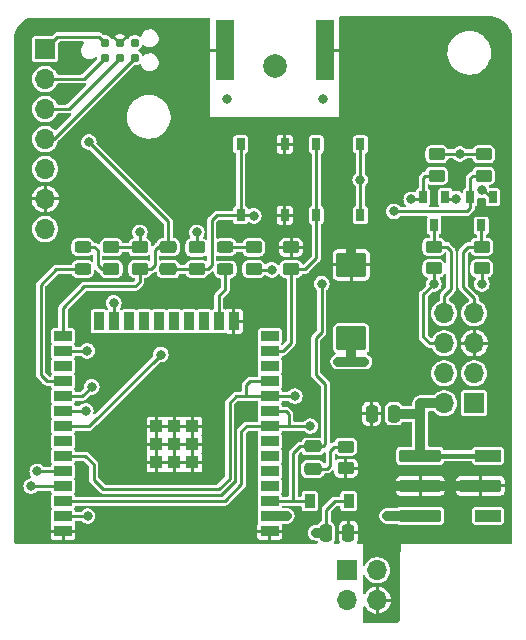
<source format=gtl>
G04 #@! TF.GenerationSoftware,KiCad,Pcbnew,7.0.7*
G04 #@! TF.CreationDate,2023-09-22T23:03:23+02:00*
G04 #@! TF.ProjectId,ithowifi_4l,6974686f-7769-4666-995f-346c2e6b6963,rev?*
G04 #@! TF.SameCoordinates,Original*
G04 #@! TF.FileFunction,Copper,L1,Top*
G04 #@! TF.FilePolarity,Positive*
%FSLAX46Y46*%
G04 Gerber Fmt 4.6, Leading zero omitted, Abs format (unit mm)*
G04 Created by KiCad (PCBNEW 7.0.7) date 2023-09-22 23:03:23*
%MOMM*%
%LPD*%
G01*
G04 APERTURE LIST*
G04 Aperture macros list*
%AMRoundRect*
0 Rectangle with rounded corners*
0 $1 Rounding radius*
0 $2 $3 $4 $5 $6 $7 $8 $9 X,Y pos of 4 corners*
0 Add a 4 corners polygon primitive as box body*
4,1,4,$2,$3,$4,$5,$6,$7,$8,$9,$2,$3,0*
0 Add four circle primitives for the rounded corners*
1,1,$1+$1,$2,$3*
1,1,$1+$1,$4,$5*
1,1,$1+$1,$6,$7*
1,1,$1+$1,$8,$9*
0 Add four rect primitives between the rounded corners*
20,1,$1+$1,$2,$3,$4,$5,0*
20,1,$1+$1,$4,$5,$6,$7,0*
20,1,$1+$1,$6,$7,$8,$9,0*
20,1,$1+$1,$8,$9,$2,$3,0*%
G04 Aperture macros list end*
G04 #@! TA.AperFunction,SMDPad,CuDef*
%ADD10R,0.700000X1.000000*%
G04 #@! TD*
G04 #@! TA.AperFunction,SMDPad,CuDef*
%ADD11RoundRect,0.250000X-0.450000X0.262500X-0.450000X-0.262500X0.450000X-0.262500X0.450000X0.262500X0*%
G04 #@! TD*
G04 #@! TA.AperFunction,ComponentPad*
%ADD12R,1.700000X1.700000*%
G04 #@! TD*
G04 #@! TA.AperFunction,ComponentPad*
%ADD13O,1.700000X1.700000*%
G04 #@! TD*
G04 #@! TA.AperFunction,SMDPad,CuDef*
%ADD14R,1.500000X0.900000*%
G04 #@! TD*
G04 #@! TA.AperFunction,SMDPad,CuDef*
%ADD15R,0.900000X1.500000*%
G04 #@! TD*
G04 #@! TA.AperFunction,SMDPad,CuDef*
%ADD16R,1.050000X1.050000*%
G04 #@! TD*
G04 #@! TA.AperFunction,SMDPad,CuDef*
%ADD17RoundRect,0.243750X0.456250X-0.243750X0.456250X0.243750X-0.456250X0.243750X-0.456250X-0.243750X0*%
G04 #@! TD*
G04 #@! TA.AperFunction,SMDPad,CuDef*
%ADD18C,0.787400*%
G04 #@! TD*
G04 #@! TA.AperFunction,SMDPad,CuDef*
%ADD19R,0.750000X1.000000*%
G04 #@! TD*
G04 #@! TA.AperFunction,SMDPad,CuDef*
%ADD20RoundRect,0.250000X0.250000X0.475000X-0.250000X0.475000X-0.250000X-0.475000X0.250000X-0.475000X0*%
G04 #@! TD*
G04 #@! TA.AperFunction,SMDPad,CuDef*
%ADD21RoundRect,0.250000X0.450000X-0.262500X0.450000X0.262500X-0.450000X0.262500X-0.450000X-0.262500X0*%
G04 #@! TD*
G04 #@! TA.AperFunction,SMDPad,CuDef*
%ADD22RoundRect,0.250000X0.475000X-0.250000X0.475000X0.250000X-0.475000X0.250000X-0.475000X-0.250000X0*%
G04 #@! TD*
G04 #@! TA.AperFunction,SMDPad,CuDef*
%ADD23RoundRect,0.250000X1.025000X-0.787500X1.025000X0.787500X-1.025000X0.787500X-1.025000X-0.787500X0*%
G04 #@! TD*
G04 #@! TA.AperFunction,SMDPad,CuDef*
%ADD24RoundRect,0.250000X-0.250000X-0.475000X0.250000X-0.475000X0.250000X0.475000X-0.250000X0.475000X0*%
G04 #@! TD*
G04 #@! TA.AperFunction,SMDPad,CuDef*
%ADD25R,0.900000X1.200000*%
G04 #@! TD*
G04 #@! TA.AperFunction,ComponentPad*
%ADD26C,2.000000*%
G04 #@! TD*
G04 #@! TA.AperFunction,SMDPad,CuDef*
%ADD27RoundRect,0.105000X-1.655000X0.420000X-1.655000X-0.420000X1.655000X-0.420000X1.655000X0.420000X0*%
G04 #@! TD*
G04 #@! TA.AperFunction,SMDPad,CuDef*
%ADD28RoundRect,0.105000X-1.005000X0.420000X-1.005000X-0.420000X1.005000X-0.420000X1.005000X0.420000X0*%
G04 #@! TD*
G04 #@! TA.AperFunction,SMDPad,CuDef*
%ADD29R,1.500000X5.080000*%
G04 #@! TD*
G04 #@! TA.AperFunction,ViaPad*
%ADD30C,0.800000*%
G04 #@! TD*
G04 #@! TA.AperFunction,Conductor*
%ADD31C,0.812800*%
G04 #@! TD*
G04 #@! TA.AperFunction,Conductor*
%ADD32C,0.250000*%
G04 #@! TD*
G04 #@! TA.AperFunction,Conductor*
%ADD33C,0.254000*%
G04 #@! TD*
G04 #@! TA.AperFunction,Conductor*
%ADD34C,0.406400*%
G04 #@! TD*
G04 APERTURE END LIST*
D10*
X119608600Y-120339000D03*
X117708600Y-120339000D03*
X118658600Y-122739000D03*
D11*
X118872000Y-116711900D03*
X118872000Y-118536900D03*
D12*
X85725000Y-107797600D03*
D13*
X85725000Y-110337600D03*
X85725000Y-112877600D03*
X85725000Y-115417600D03*
X85725000Y-117957600D03*
X85725000Y-120497600D03*
X85725000Y-123037600D03*
D14*
X104727600Y-148613600D03*
X104727600Y-147343600D03*
X104727600Y-146073600D03*
X104727600Y-144803600D03*
X104727600Y-143533600D03*
X104727600Y-142263600D03*
X104727600Y-140993600D03*
X104727600Y-139723600D03*
X104727600Y-138453600D03*
X104727600Y-137183600D03*
X104727600Y-135913600D03*
X104727600Y-134643600D03*
X104727600Y-133373600D03*
X104727600Y-132103600D03*
D15*
X101697600Y-130853600D03*
X100427600Y-130853600D03*
X99157600Y-130853600D03*
X97887600Y-130853600D03*
X96617600Y-130853600D03*
X95347600Y-130853600D03*
X94077600Y-130853600D03*
X92807600Y-130853600D03*
X91537600Y-130853600D03*
X90267600Y-130853600D03*
D14*
X87227600Y-132103600D03*
X87227600Y-133373600D03*
X87227600Y-134643600D03*
X87227600Y-135913600D03*
X87227600Y-137183600D03*
X87227600Y-138453600D03*
X87227600Y-139723600D03*
X87227600Y-140993600D03*
X87227600Y-142263600D03*
X87227600Y-143533600D03*
X87227600Y-144803600D03*
X87227600Y-146073600D03*
X87227600Y-147343600D03*
X87227600Y-148613600D03*
D16*
X98182600Y-142798600D03*
X98182600Y-141273600D03*
X98182600Y-139748600D03*
X96657600Y-142798600D03*
X96657600Y-141273600D03*
X96657600Y-139748600D03*
X95132600Y-142798600D03*
X95132600Y-141273600D03*
X95132600Y-139748600D03*
D11*
X91313000Y-124588900D03*
X91313000Y-126413900D03*
X106536000Y-124597500D03*
X106536000Y-126422500D03*
X118618000Y-124548500D03*
X118618000Y-126373500D03*
D17*
X88900000Y-126438900D03*
X88900000Y-124563900D03*
D12*
X111292000Y-151928000D03*
D13*
X113832000Y-151928000D03*
X111292000Y-154468000D03*
X113832000Y-154468000D03*
D18*
X90766000Y-108536400D03*
X90766000Y-107266400D03*
X92036000Y-108536400D03*
X92036000Y-107266400D03*
X93306000Y-108536400D03*
X93306000Y-107266400D03*
D19*
X108665400Y-115872000D03*
X108665400Y-121872000D03*
X112415400Y-115872000D03*
X112415400Y-121872000D03*
D20*
X115250000Y-138684000D03*
X113350000Y-138684000D03*
D10*
X123606600Y-120339000D03*
X121706600Y-120339000D03*
X122656600Y-122739000D03*
D21*
X122859800Y-118536900D03*
X122859800Y-116711900D03*
D11*
X122682000Y-124548500D03*
X122682000Y-126373500D03*
D22*
X96139000Y-126451400D03*
X96139000Y-124551400D03*
D21*
X98552000Y-126428000D03*
X98552000Y-124603000D03*
D23*
X111632000Y-132308600D03*
X111632000Y-126083600D03*
D24*
X109486900Y-148751000D03*
X111386900Y-148751000D03*
D22*
X108377500Y-143351000D03*
X108377500Y-141451000D03*
D25*
X111425500Y-146084000D03*
X108125500Y-146084000D03*
D21*
X111171500Y-143290000D03*
X111171500Y-141465000D03*
D26*
X105182180Y-109251460D03*
D21*
X93726000Y-126413900D03*
X93726000Y-124588900D03*
X103378000Y-126428000D03*
X103378000Y-124603000D03*
D17*
X100965000Y-126453000D03*
X100965000Y-124578000D03*
D19*
X106015000Y-121872000D03*
X106015000Y-115872000D03*
X102265000Y-121872000D03*
X102265000Y-115872000D03*
D27*
X117475000Y-142240000D03*
X117475000Y-144780000D03*
X117475000Y-147320000D03*
D28*
X123205000Y-147320000D03*
D27*
X122555000Y-144780000D03*
D28*
X123205000Y-142240000D03*
D12*
X122047000Y-137795000D03*
D13*
X119507000Y-137795000D03*
X122047000Y-135255000D03*
X119507000Y-135255000D03*
X122047000Y-132715000D03*
X119507000Y-132715000D03*
X122047000Y-130175000D03*
X119507000Y-130175000D03*
D29*
X100931400Y-107848400D03*
X109431400Y-107848400D03*
D30*
X109220000Y-112014000D03*
X99187000Y-107442000D03*
X99187000Y-105918000D03*
X101092000Y-112014000D03*
X99187000Y-110871000D03*
X99187000Y-112522000D03*
X99187000Y-109093000D03*
X111125000Y-110871000D03*
X111125000Y-114173000D03*
X111125000Y-112522000D03*
X105918000Y-114173000D03*
X109220000Y-114173000D03*
X102489000Y-114173000D03*
X104140000Y-114173000D03*
X100965000Y-114173000D03*
X107569000Y-114173000D03*
X99187000Y-114173000D03*
X102432000Y-138568000D03*
X111632000Y-124053600D03*
X112732000Y-124053600D03*
X110532000Y-124053600D03*
X86741000Y-128270000D03*
X111125000Y-105918000D03*
X111125000Y-107442000D03*
X111125000Y-109093000D03*
X101727000Y-132715000D03*
X113792000Y-143764000D03*
X96647000Y-139750800D03*
X106172000Y-148590000D03*
X89154000Y-148590000D03*
X96647000Y-142798800D03*
X98171000Y-142798800D03*
X114681000Y-144780000D03*
X113792000Y-145796000D03*
X95148400Y-142798800D03*
X96647000Y-141274800D03*
X95148400Y-141274800D03*
X95148400Y-139750800D03*
X98171000Y-139750800D03*
X98171000Y-141274800D03*
X122682000Y-127698500D03*
X118618000Y-127698500D03*
X106172000Y-147320000D03*
X111632000Y-134268000D03*
X112732000Y-134268000D03*
X110532000Y-134268000D03*
X122682000Y-119761000D03*
X108631500Y-148751000D03*
X112395000Y-118872000D03*
X98552000Y-123317000D03*
X93726000Y-123317000D03*
X104902000Y-126492000D03*
X114681000Y-147320000D03*
X120813090Y-116686900D03*
X120532000Y-120468000D03*
X89407998Y-115671600D03*
X89309400Y-147345400D03*
X95504000Y-133668000D03*
X89154000Y-138430000D03*
X89662000Y-136397998D03*
X89281000Y-133350000D03*
X85039200Y-143560804D03*
X84531209Y-144805391D03*
X106849400Y-137185400D03*
X115232000Y-121538998D03*
X108174600Y-139725400D03*
X116697000Y-120539000D03*
X103378008Y-121920000D03*
X109132000Y-127668006D03*
X91524600Y-129294600D03*
D31*
X110532000Y-124053600D02*
X112732000Y-124053600D01*
X117475000Y-144780000D02*
X114681000Y-144780000D01*
D32*
X99593400Y-107848400D02*
X99187000Y-107442000D01*
D31*
X117475000Y-144780000D02*
X122555000Y-144780000D01*
X111632000Y-126083600D02*
X111632000Y-124053600D01*
D32*
X100931400Y-107848400D02*
X99593400Y-107848400D01*
X110718600Y-107848400D02*
X111125000Y-107442000D01*
X109431400Y-107848400D02*
X110718600Y-107848400D01*
D33*
X122682000Y-126398500D02*
X122682000Y-127698500D01*
X118618000Y-127698500D02*
X118618000Y-126398500D01*
X117748500Y-128568000D02*
X117748500Y-132184500D01*
X118279000Y-132715000D02*
X119507000Y-132715000D01*
X118618000Y-127698500D02*
X117748500Y-128568000D01*
X117748500Y-132184500D02*
X118279000Y-132715000D01*
X122682000Y-119761000D02*
X122828600Y-119761000D01*
D31*
X109499400Y-148751000D02*
X108634800Y-148751000D01*
D33*
X93726000Y-124563900D02*
X93726000Y-123317000D01*
D31*
X110532000Y-134268000D02*
X112732000Y-134268000D01*
X111632000Y-132308600D02*
X111632000Y-134268000D01*
D32*
X86424800Y-115417600D02*
X93306000Y-108536400D01*
D33*
X91313000Y-124563900D02*
X93726000Y-124563900D01*
D31*
X106148400Y-147343600D02*
X106172000Y-147320000D01*
X104727600Y-147343600D02*
X106148400Y-147343600D01*
D33*
X118872000Y-116686900D02*
X120813090Y-116686900D01*
D31*
X117475000Y-147320000D02*
X114681000Y-147320000D01*
D33*
X104902000Y-126492000D02*
X103417000Y-126492000D01*
X120461000Y-120539000D02*
X120532000Y-120468000D01*
X98552000Y-124578000D02*
X98552000Y-123317000D01*
X112415400Y-121872000D02*
X112415400Y-115872000D01*
D32*
X109499400Y-146803600D02*
X109499400Y-148751000D01*
X110219000Y-146084000D02*
X109499400Y-146803600D01*
D33*
X119608600Y-120539000D02*
X120461000Y-120539000D01*
X122859800Y-116686900D02*
X120813090Y-116686900D01*
D32*
X111425500Y-146084000D02*
X110219000Y-146084000D01*
D33*
X122828600Y-119761000D02*
X123606600Y-120539000D01*
D32*
X85725000Y-115417600D02*
X86424800Y-115417600D01*
D33*
X103417000Y-126492000D02*
X103378000Y-126453000D01*
X122656600Y-122539000D02*
X122656600Y-124498100D01*
X122656600Y-124498100D02*
X122682000Y-124523500D01*
X121539000Y-124523500D02*
X121094500Y-124968000D01*
X122682000Y-124523500D02*
X121539000Y-124523500D01*
X121094500Y-127952500D02*
X122047000Y-128905000D01*
X121094500Y-124968000D02*
X121094500Y-127952500D01*
X122047000Y-128905000D02*
X122047000Y-130175000D01*
X118658600Y-122539000D02*
X118658600Y-124482900D01*
X119697500Y-124523500D02*
X120078500Y-124904500D01*
X119507000Y-128714500D02*
X119507000Y-130175000D01*
X120078500Y-124904500D02*
X120078500Y-128143000D01*
X118618000Y-124523500D02*
X119697500Y-124523500D01*
X120078500Y-128143000D02*
X119507000Y-128714500D01*
X118658600Y-124482900D02*
X118618000Y-124523500D01*
X93345000Y-127889000D02*
X89027000Y-127889000D01*
X96139000Y-124563900D02*
X95273100Y-124563900D01*
X95273100Y-124563900D02*
X94996000Y-124841000D01*
X94668100Y-126438900D02*
X93726000Y-126438900D01*
X93726000Y-127508000D02*
X93345000Y-127889000D01*
X94996000Y-124841000D02*
X94996000Y-126111000D01*
X87227600Y-129688400D02*
X87227600Y-132103600D01*
X96139000Y-122402602D02*
X89407998Y-115671600D01*
D32*
X86754600Y-106768000D02*
X85725000Y-107797600D01*
X90766000Y-107266400D02*
X90267600Y-106768000D01*
D33*
X89027000Y-127889000D02*
X87227600Y-129688400D01*
X96139000Y-124563900D02*
X96139000Y-122402602D01*
D32*
X90267600Y-106768000D02*
X86754600Y-106768000D01*
D33*
X94996000Y-126111000D02*
X94668100Y-126438900D01*
X93726000Y-126438900D02*
X93726000Y-127508000D01*
X87229400Y-147345400D02*
X89309400Y-147345400D01*
X87227600Y-147343600D02*
X87229400Y-147345400D01*
X89446600Y-139725400D02*
X95504000Y-133668000D01*
X87477600Y-139725400D02*
X89446600Y-139725400D01*
X89154000Y-138430000D02*
X87251200Y-138430000D01*
X87251200Y-138430000D02*
X87227600Y-138453600D01*
X87227600Y-137183600D02*
X88876398Y-137183600D01*
X88876398Y-137183600D02*
X89662000Y-136397998D01*
X89257400Y-133373600D02*
X89281000Y-133350000D01*
X87227600Y-133373600D02*
X89257400Y-133373600D01*
D32*
X87694800Y-112877600D02*
X91964932Y-108607468D01*
D33*
X87227600Y-143533600D02*
X85066404Y-143533600D01*
D32*
X85725000Y-112877600D02*
X87694800Y-112877600D01*
D33*
X87225809Y-144805391D02*
X84531209Y-144805391D01*
D32*
X85725000Y-110337600D02*
X88964800Y-110337600D01*
D33*
X87227600Y-144803600D02*
X87225809Y-144805391D01*
D32*
X88964800Y-110337600D02*
X90766000Y-108536400D01*
D33*
X90170000Y-126111000D02*
X90497900Y-126438900D01*
X88900000Y-124563900D02*
X89892900Y-124563900D01*
X90170000Y-124841000D02*
X90170000Y-126111000D01*
X90497900Y-126438900D02*
X91313000Y-126438900D01*
X89892900Y-124563900D02*
X90170000Y-124841000D01*
X100965000Y-124578000D02*
X103378000Y-124578000D01*
X121706600Y-120539000D02*
X121706600Y-118755200D01*
X121706600Y-118755200D02*
X121899900Y-118561900D01*
X103086400Y-135913600D02*
X104727600Y-135913600D01*
X121899900Y-118561900D02*
X122859800Y-118561900D01*
X89832000Y-142968000D02*
X89832000Y-144268000D01*
X106847600Y-137183600D02*
X102733800Y-137183600D01*
X121706600Y-120539000D02*
X121706600Y-121243000D01*
X90632000Y-145068000D02*
X100432000Y-145068000D01*
X89127600Y-142263600D02*
X89832000Y-142968000D01*
X87227600Y-142263600D02*
X89127600Y-142263600D01*
X121706600Y-121243000D02*
X121410602Y-121538998D01*
X101332000Y-137768000D02*
X101914600Y-137185400D01*
X102733800Y-137183600D02*
X102732000Y-137185400D01*
X100432000Y-145068000D02*
X101332000Y-144168000D01*
X101332000Y-144168000D02*
X101332000Y-137768000D01*
X101914600Y-137185400D02*
X102732000Y-137185400D01*
X121410602Y-121538998D02*
X115232000Y-121538998D01*
X102732000Y-136268000D02*
X103086400Y-135913600D01*
X89832000Y-144268000D02*
X90632000Y-145068000D01*
X106849400Y-137185400D02*
X106847600Y-137183600D01*
X102732000Y-137185400D02*
X102732000Y-136268000D01*
X102776400Y-139723600D02*
X104727600Y-139723600D01*
X102332000Y-140168000D02*
X102776400Y-139723600D01*
X104729400Y-139725400D02*
X106324400Y-139725400D01*
X106324400Y-139725400D02*
X106324400Y-138709400D01*
X117708600Y-118740000D02*
X117708600Y-120539000D01*
X102332000Y-144668000D02*
X102332000Y-140168000D01*
X100924600Y-146075400D02*
X102332000Y-144668000D01*
X117708600Y-120539000D02*
X116697000Y-120539000D01*
X106324400Y-138709400D02*
X106068600Y-138453600D01*
X118872000Y-118561900D02*
X117886700Y-118561900D01*
X106324400Y-139725400D02*
X108174600Y-139725400D01*
X87477600Y-146075400D02*
X100924600Y-146075400D01*
X104727600Y-139723600D02*
X104729400Y-139725400D01*
X117886700Y-118561900D02*
X117708600Y-118740000D01*
X106068600Y-138453600D02*
X104727600Y-138453600D01*
X108665400Y-125522600D02*
X107740500Y-126447500D01*
X108665400Y-121872000D02*
X108665400Y-125522600D01*
X107740500Y-126447500D02*
X106536000Y-126447500D01*
X108665400Y-121872000D02*
X108665400Y-115872000D01*
X105826400Y-133373600D02*
X104727600Y-133373600D01*
X106536000Y-132664000D02*
X105826400Y-133373600D01*
X106536000Y-126447500D02*
X106536000Y-132664000D01*
D31*
X117348000Y-138684000D02*
X117475000Y-138811000D01*
X117475000Y-142240000D02*
X117475000Y-138811000D01*
X117475000Y-137795000D02*
X119507000Y-137795000D01*
X117475000Y-138811000D02*
X117475000Y-137795000D01*
D34*
X117475000Y-142240000D02*
X123205000Y-142240000D01*
D31*
X115250000Y-138684000D02*
X117348000Y-138684000D01*
D33*
X96139000Y-126438900D02*
X98537900Y-126438900D01*
X109432000Y-136168000D02*
X108632000Y-135368000D01*
D32*
X106717900Y-142028600D02*
X106717900Y-146075400D01*
D33*
X108632000Y-135368000D02*
X108632000Y-132268000D01*
X108632000Y-132268000D02*
X109132000Y-131768000D01*
X100251000Y-121872000D02*
X102265000Y-121872000D01*
D32*
X104727600Y-146073600D02*
X104729400Y-146075400D01*
D33*
X98552000Y-126453000D02*
X99480000Y-126453000D01*
D32*
X108116900Y-146075400D02*
X108125500Y-146084000D01*
D33*
X98537900Y-126438900D02*
X98552000Y-126453000D01*
X102265000Y-121872000D02*
X102265000Y-115872000D01*
D32*
X106717900Y-146075400D02*
X108116900Y-146075400D01*
X109432000Y-141283000D02*
X109264000Y-141451000D01*
D33*
X109132000Y-131768000D02*
X109132000Y-127668006D01*
D32*
X108377500Y-141451000D02*
X107295500Y-141451000D01*
D33*
X102265000Y-121872000D02*
X103330008Y-121872000D01*
D32*
X107295500Y-141451000D02*
X106717900Y-142028600D01*
X109264000Y-141451000D02*
X108377500Y-141451000D01*
D33*
X99822000Y-126111000D02*
X99822000Y-122301000D01*
D32*
X104729400Y-146075400D02*
X106717900Y-146075400D01*
X109432000Y-136168000D02*
X109432000Y-141283000D01*
D33*
X103330008Y-121872000D02*
X103378008Y-121920000D01*
X99480000Y-126453000D02*
X99822000Y-126111000D01*
X99822000Y-122301000D02*
X100251000Y-121872000D01*
D32*
X110202500Y-141465000D02*
X111171500Y-141465000D01*
X109586500Y-143351000D02*
X109838000Y-143099500D01*
X108377500Y-143351000D02*
X109586500Y-143351000D01*
X109838000Y-141829500D02*
X110202500Y-141465000D01*
X109838000Y-143099500D02*
X109838000Y-141829500D01*
X91524600Y-130840600D02*
X91537600Y-130853600D01*
X91524600Y-129294600D02*
X91524600Y-130840600D01*
D33*
X100427600Y-130853600D02*
X100427600Y-128680400D01*
X100427600Y-128680400D02*
X100965000Y-128143000D01*
X100965000Y-128143000D02*
X100965000Y-126453000D01*
X85344000Y-127762000D02*
X86667100Y-126438900D01*
X85875600Y-135913600D02*
X85344000Y-135382000D01*
X85344000Y-135382000D02*
X85344000Y-127762000D01*
X87227600Y-135913600D02*
X85875600Y-135913600D01*
X86667100Y-126438900D02*
X88900000Y-126438900D01*
G04 #@! TA.AperFunction,Conductor*
G36*
X103681838Y-137584313D02*
G01*
X103718383Y-137634613D01*
X103722822Y-137655836D01*
X103723100Y-137658663D01*
X103732185Y-137704338D01*
X103737866Y-137732901D01*
X103757781Y-137762706D01*
X103757783Y-137762708D01*
X103774660Y-137822548D01*
X103757784Y-137874490D01*
X103737865Y-137904299D01*
X103723100Y-137978533D01*
X103723100Y-138928665D01*
X103731839Y-138972598D01*
X103737866Y-139002901D01*
X103757781Y-139032706D01*
X103757783Y-139032708D01*
X103774660Y-139092548D01*
X103757784Y-139144490D01*
X103737865Y-139174299D01*
X103723099Y-139248537D01*
X103722821Y-139251362D01*
X103722300Y-139252551D01*
X103722136Y-139253380D01*
X103721954Y-139253343D01*
X103697905Y-139308325D01*
X103644264Y-139339763D01*
X103622706Y-139342100D01*
X102826407Y-139342100D01*
X102805762Y-139339959D01*
X102792382Y-139337153D01*
X102760710Y-139341102D01*
X102755810Y-139341713D01*
X102749585Y-139342100D01*
X102744789Y-139342100D01*
X102721404Y-139346002D01*
X102714502Y-139346862D01*
X102666041Y-139352903D01*
X102658369Y-139355187D01*
X102650814Y-139357781D01*
X102601768Y-139384323D01*
X102551654Y-139408823D01*
X102545163Y-139413456D01*
X102538839Y-139418379D01*
X102501069Y-139459407D01*
X102097592Y-139862883D01*
X102081484Y-139875964D01*
X102070045Y-139883437D01*
X102047408Y-139912520D01*
X102043288Y-139917187D01*
X102039888Y-139920588D01*
X102026099Y-139939900D01*
X101991840Y-139983917D01*
X101988038Y-139990942D01*
X101984525Y-139998128D01*
X101968610Y-140051586D01*
X101950500Y-140104338D01*
X101949184Y-140112224D01*
X101948194Y-140120161D01*
X101950500Y-140175884D01*
X101950500Y-144468307D01*
X101931287Y-144527438D01*
X101921035Y-144539442D01*
X100796042Y-145664435D01*
X100740644Y-145692661D01*
X100724907Y-145693900D01*
X88332670Y-145693900D01*
X88273539Y-145674687D01*
X88236994Y-145624387D01*
X88232554Y-145603161D01*
X88232099Y-145598547D01*
X88232099Y-145598534D01*
X88217334Y-145524299D01*
X88197415Y-145494489D01*
X88180538Y-145434652D01*
X88197415Y-145382710D01*
X88217334Y-145352901D01*
X88232100Y-145278667D01*
X88232099Y-144328534D01*
X88217334Y-144254299D01*
X88197415Y-144224489D01*
X88180538Y-144164652D01*
X88197415Y-144112710D01*
X88217334Y-144082901D01*
X88232100Y-144008667D01*
X88232099Y-143058534D01*
X88217334Y-142984299D01*
X88197415Y-142954489D01*
X88180538Y-142894652D01*
X88197415Y-142842710D01*
X88217334Y-142812901D01*
X88232100Y-142738667D01*
X88232100Y-142738662D01*
X88232379Y-142735838D01*
X88232899Y-142734648D01*
X88233064Y-142733820D01*
X88233245Y-142733856D01*
X88257295Y-142678875D01*
X88310936Y-142647437D01*
X88332494Y-142645100D01*
X88927908Y-142645100D01*
X88987039Y-142664313D01*
X88999043Y-142674565D01*
X89421035Y-143096557D01*
X89449261Y-143151955D01*
X89450500Y-143167692D01*
X89450500Y-144217999D01*
X89448359Y-144238645D01*
X89445554Y-144252018D01*
X89450113Y-144288581D01*
X89450500Y-144294810D01*
X89450500Y-144299612D01*
X89454403Y-144323004D01*
X89461303Y-144378357D01*
X89463586Y-144386026D01*
X89466181Y-144393586D01*
X89492729Y-144442641D01*
X89517224Y-144492746D01*
X89521877Y-144499263D01*
X89526779Y-144505561D01*
X89526780Y-144505562D01*
X89567819Y-144543341D01*
X90211368Y-145186891D01*
X90326882Y-145302405D01*
X90339966Y-145318517D01*
X90347438Y-145329954D01*
X90347440Y-145329956D01*
X90370609Y-145347989D01*
X90376516Y-145352586D01*
X90381193Y-145356717D01*
X90384588Y-145360111D01*
X90384588Y-145360112D01*
X90384591Y-145360114D01*
X90403900Y-145373900D01*
X90447915Y-145408158D01*
X90447918Y-145408159D01*
X90454955Y-145411968D01*
X90462130Y-145415475D01*
X90515586Y-145431389D01*
X90568339Y-145449500D01*
X90576210Y-145450813D01*
X90584157Y-145451804D01*
X90584159Y-145451805D01*
X90584160Y-145451804D01*
X90584161Y-145451805D01*
X90639884Y-145449500D01*
X100381999Y-145449500D01*
X100402643Y-145451640D01*
X100416017Y-145454445D01*
X100452582Y-145449886D01*
X100458811Y-145449500D01*
X100463609Y-145449500D01*
X100463611Y-145449500D01*
X100463613Y-145449499D01*
X100463620Y-145449499D01*
X100481168Y-145446569D01*
X100487004Y-145445596D01*
X100542360Y-145438696D01*
X100542366Y-145438692D01*
X100550012Y-145436417D01*
X100557580Y-145433818D01*
X100557586Y-145433818D01*
X100606641Y-145407270D01*
X100656746Y-145382776D01*
X100656749Y-145382772D01*
X100663260Y-145378123D01*
X100669555Y-145373223D01*
X100669562Y-145373220D01*
X100707341Y-145332180D01*
X101566407Y-144473113D01*
X101582513Y-144460034D01*
X101593956Y-144452560D01*
X101616592Y-144423475D01*
X101620727Y-144418794D01*
X101624113Y-144415409D01*
X101624121Y-144415398D01*
X101637892Y-144396110D01*
X101659904Y-144367827D01*
X101672158Y-144352085D01*
X101672159Y-144352083D01*
X101675953Y-144345073D01*
X101679470Y-144337876D01*
X101679475Y-144337870D01*
X101695390Y-144284410D01*
X101713500Y-144231661D01*
X101713500Y-144231660D01*
X101714816Y-144223775D01*
X101715805Y-144215839D01*
X101713500Y-144160116D01*
X101713500Y-137967692D01*
X101732713Y-137908561D01*
X101742965Y-137896557D01*
X102043158Y-137596365D01*
X102098556Y-137568139D01*
X102114293Y-137566900D01*
X102681999Y-137566900D01*
X102702644Y-137569040D01*
X102716017Y-137571845D01*
X102729573Y-137570154D01*
X102750329Y-137569726D01*
X102763940Y-137570854D01*
X102774509Y-137568178D01*
X102799203Y-137565100D01*
X103622707Y-137565100D01*
X103681838Y-137584313D01*
G37*
G04 #@! TD.AperFunction*
G04 #@! TA.AperFunction,Conductor*
G36*
X92761894Y-124964613D02*
G01*
X92797020Y-125010844D01*
X92828655Y-125095663D01*
X92828658Y-125095667D01*
X92915596Y-125211804D01*
X93020469Y-125290310D01*
X93031736Y-125298744D01*
X93111144Y-125328361D01*
X93167658Y-125349440D01*
X93227745Y-125355900D01*
X94224254Y-125355899D01*
X94284342Y-125349440D01*
X94420267Y-125298742D01*
X94453614Y-125273778D01*
X94512462Y-125253724D01*
X94571862Y-125272090D01*
X94609121Y-125321863D01*
X94614499Y-125354314D01*
X94614499Y-125648485D01*
X94595286Y-125707616D01*
X94544986Y-125744161D01*
X94482812Y-125744161D01*
X94453613Y-125729020D01*
X94420265Y-125704056D01*
X94284342Y-125653360D01*
X94224255Y-125646900D01*
X94224254Y-125646900D01*
X93227745Y-125646900D01*
X93172974Y-125652788D01*
X93167658Y-125653360D01*
X93167656Y-125653360D01*
X93167654Y-125653361D01*
X93031736Y-125704055D01*
X92915596Y-125790996D01*
X92828655Y-125907136D01*
X92777960Y-126043056D01*
X92777960Y-126043058D01*
X92771500Y-126103145D01*
X92771500Y-126724654D01*
X92776136Y-126767776D01*
X92777960Y-126784742D01*
X92777960Y-126784744D01*
X92777961Y-126784745D01*
X92828655Y-126920663D01*
X92828658Y-126920667D01*
X92915596Y-127036804D01*
X93031733Y-127123742D01*
X93031736Y-127123744D01*
X93098765Y-127148744D01*
X93167658Y-127174440D01*
X93227745Y-127180900D01*
X93243897Y-127180899D01*
X93303027Y-127200109D01*
X93339575Y-127250407D01*
X93344500Y-127281503D01*
X93344499Y-127308311D01*
X93325284Y-127367441D01*
X93315034Y-127379442D01*
X93216442Y-127478035D01*
X93161045Y-127506261D01*
X93145307Y-127507500D01*
X89077002Y-127507500D01*
X89056357Y-127505359D01*
X89047629Y-127503529D01*
X89042980Y-127502554D01*
X89011175Y-127506520D01*
X89006416Y-127507113D01*
X89000190Y-127507500D01*
X88995385Y-127507500D01*
X88971993Y-127511404D01*
X88916640Y-127518303D01*
X88908972Y-127520586D01*
X88901414Y-127523181D01*
X88852358Y-127549729D01*
X88802255Y-127574222D01*
X88795738Y-127578875D01*
X88789440Y-127583777D01*
X88751658Y-127624819D01*
X86993192Y-129383283D01*
X86977084Y-129396364D01*
X86965645Y-129403837D01*
X86943008Y-129432920D01*
X86938888Y-129437587D01*
X86935488Y-129440988D01*
X86921699Y-129460300D01*
X86887440Y-129504317D01*
X86883638Y-129511342D01*
X86880125Y-129518528D01*
X86864210Y-129571986D01*
X86846100Y-129624738D01*
X86844784Y-129632624D01*
X86843794Y-129640561D01*
X86846100Y-129696284D01*
X86846100Y-131298500D01*
X86826887Y-131357631D01*
X86776587Y-131394176D01*
X86745500Y-131399100D01*
X86452534Y-131399100D01*
X86378298Y-131413866D01*
X86378295Y-131413867D01*
X86294117Y-131470114D01*
X86294115Y-131470116D01*
X86237865Y-131554300D01*
X86223100Y-131628533D01*
X86223100Y-132578665D01*
X86233205Y-132629469D01*
X86237866Y-132652901D01*
X86257781Y-132682706D01*
X86257783Y-132682708D01*
X86274660Y-132742548D01*
X86257784Y-132794490D01*
X86237865Y-132824299D01*
X86223100Y-132898533D01*
X86223100Y-133848665D01*
X86231839Y-133892598D01*
X86237866Y-133922901D01*
X86257781Y-133952706D01*
X86257783Y-133952708D01*
X86274660Y-134012548D01*
X86257784Y-134064490D01*
X86237865Y-134094299D01*
X86223100Y-134168533D01*
X86223100Y-135118665D01*
X86232974Y-135168307D01*
X86237866Y-135192901D01*
X86257781Y-135222706D01*
X86257783Y-135222708D01*
X86274660Y-135282548D01*
X86257784Y-135334490D01*
X86237865Y-135364299D01*
X86223099Y-135438537D01*
X86222821Y-135441362D01*
X86222300Y-135442551D01*
X86222136Y-135443380D01*
X86221954Y-135443343D01*
X86197905Y-135498325D01*
X86144264Y-135529763D01*
X86122706Y-135532100D01*
X86075292Y-135532100D01*
X86016161Y-135512887D01*
X86004157Y-135502635D01*
X85754965Y-135253442D01*
X85726739Y-135198044D01*
X85725500Y-135182307D01*
X85725500Y-127961692D01*
X85744713Y-127902561D01*
X85754965Y-127890557D01*
X86795658Y-126849865D01*
X86851056Y-126821639D01*
X86866793Y-126820400D01*
X87893501Y-126820400D01*
X87952632Y-126839613D01*
X87987758Y-126885844D01*
X88001947Y-126923888D01*
X88001948Y-126923890D01*
X88001949Y-126923891D01*
X88087811Y-127038589D01*
X88202509Y-127124451D01*
X88202512Y-127124452D01*
X88202511Y-127124452D01*
X88223671Y-127132344D01*
X88336750Y-127174520D01*
X88396091Y-127180900D01*
X89403908Y-127180899D01*
X89463250Y-127174520D01*
X89597491Y-127124451D01*
X89712189Y-127038589D01*
X89798051Y-126923891D01*
X89848120Y-126789650D01*
X89854500Y-126730309D01*
X89854499Y-126577890D01*
X89873712Y-126518760D01*
X89924011Y-126482215D01*
X89986185Y-126482215D01*
X90026234Y-126506756D01*
X90192783Y-126673305D01*
X90205865Y-126689414D01*
X90213340Y-126700856D01*
X90213341Y-126700857D01*
X90242416Y-126723486D01*
X90247093Y-126727617D01*
X90250489Y-126731012D01*
X90250496Y-126731018D01*
X90269798Y-126744798D01*
X90313814Y-126779058D01*
X90320834Y-126782856D01*
X90328028Y-126786373D01*
X90328031Y-126786375D01*
X90328034Y-126786375D01*
X90335519Y-126790035D01*
X90334136Y-126792863D01*
X90373393Y-126819907D01*
X90387773Y-126845906D01*
X90415655Y-126920663D01*
X90415658Y-126920667D01*
X90502596Y-127036804D01*
X90618733Y-127123742D01*
X90618736Y-127123744D01*
X90685765Y-127148744D01*
X90754658Y-127174440D01*
X90814745Y-127180900D01*
X91811254Y-127180899D01*
X91871342Y-127174440D01*
X91962340Y-127140499D01*
X92007263Y-127123744D01*
X92007264Y-127123742D01*
X92007267Y-127123742D01*
X92123404Y-127036804D01*
X92210342Y-126920667D01*
X92210342Y-126920664D01*
X92210344Y-126920663D01*
X92244533Y-126828999D01*
X92261040Y-126784742D01*
X92267500Y-126724655D01*
X92267499Y-126103146D01*
X92267402Y-126102248D01*
X92266927Y-126097829D01*
X92261040Y-126043058D01*
X92233048Y-125968009D01*
X92210344Y-125907136D01*
X92207114Y-125902821D01*
X92123404Y-125790996D01*
X92007267Y-125704058D01*
X92007263Y-125704055D01*
X91871342Y-125653360D01*
X91871341Y-125653360D01*
X91811255Y-125646900D01*
X91811254Y-125646900D01*
X90814745Y-125646900D01*
X90759974Y-125652788D01*
X90754658Y-125653360D01*
X90754655Y-125653360D01*
X90754651Y-125653362D01*
X90687255Y-125678499D01*
X90625138Y-125681162D01*
X90573319Y-125646804D01*
X90551592Y-125588549D01*
X90551500Y-125584242D01*
X90551500Y-125418557D01*
X90570713Y-125359426D01*
X90621013Y-125322881D01*
X90683187Y-125322881D01*
X90687253Y-125324299D01*
X90754658Y-125349440D01*
X90814745Y-125355900D01*
X91811254Y-125355899D01*
X91871342Y-125349440D01*
X91967381Y-125313619D01*
X92007263Y-125298744D01*
X92007264Y-125298742D01*
X92007267Y-125298742D01*
X92123404Y-125211804D01*
X92210342Y-125095667D01*
X92210342Y-125095664D01*
X92210344Y-125095663D01*
X92241980Y-125010844D01*
X92280646Y-124962155D01*
X92336237Y-124945400D01*
X92702763Y-124945400D01*
X92761894Y-124964613D01*
G37*
G04 #@! TD.AperFunction*
G04 #@! TA.AperFunction,Conductor*
G36*
X123493838Y-105029108D02*
G01*
X123561676Y-105033553D01*
X123583172Y-105034962D01*
X123589680Y-105035818D01*
X123833332Y-105084284D01*
X123839681Y-105085985D01*
X124074917Y-105165836D01*
X124080996Y-105168355D01*
X124303789Y-105278223D01*
X124309493Y-105281516D01*
X124516040Y-105419527D01*
X124521253Y-105423527D01*
X124708023Y-105587318D01*
X124712679Y-105591974D01*
X124876471Y-105778744D01*
X124880472Y-105783959D01*
X125018483Y-105990506D01*
X125021776Y-105996210D01*
X125131644Y-106219003D01*
X125134165Y-106225088D01*
X125149241Y-106269500D01*
X125193284Y-106399248D01*
X125214011Y-106460306D01*
X125215715Y-106466668D01*
X125264177Y-106710299D01*
X125265037Y-106716829D01*
X125281391Y-106966360D01*
X125281499Y-106969651D01*
X125281500Y-149451592D01*
X125281500Y-149464702D01*
X125281069Y-149471275D01*
X125267912Y-149571207D01*
X125261119Y-149596564D01*
X125257258Y-149605888D01*
X125216884Y-149653170D01*
X125164312Y-149668000D01*
X115832000Y-149668000D01*
X115832000Y-150214526D01*
X115822038Y-150258173D01*
X115809105Y-150285030D01*
X115781500Y-150405972D01*
X115781500Y-150457955D01*
X115781499Y-155964709D01*
X115781068Y-155971282D01*
X115767912Y-156071207D01*
X115761115Y-156096574D01*
X115726347Y-156180512D01*
X115713216Y-156203256D01*
X115657906Y-156275337D01*
X115639337Y-156293906D01*
X115567256Y-156349216D01*
X115544512Y-156362347D01*
X115460574Y-156397115D01*
X115435207Y-156403912D01*
X115350910Y-156415010D01*
X115335272Y-156417069D01*
X115328702Y-156417500D01*
X112732600Y-156417500D01*
X112673469Y-156398287D01*
X112636924Y-156347987D01*
X112632000Y-156316900D01*
X112632000Y-155076557D01*
X112651213Y-155017426D01*
X112701513Y-154980881D01*
X112763687Y-154980881D01*
X112813987Y-155017426D01*
X112822653Y-155031716D01*
X112845958Y-155078519D01*
X112845961Y-155078523D01*
X112974937Y-155249317D01*
X113133086Y-155393490D01*
X113133095Y-155393496D01*
X113315055Y-155506162D01*
X113315059Y-155506164D01*
X113514619Y-155583473D01*
X113704999Y-155619062D01*
X113705000Y-155619062D01*
X113705000Y-155068600D01*
X113724213Y-155009469D01*
X113774513Y-154972924D01*
X113805600Y-154968000D01*
X113858400Y-154968000D01*
X113917531Y-154987213D01*
X113954076Y-155037513D01*
X113959000Y-155068600D01*
X113959000Y-155619062D01*
X114149380Y-155583473D01*
X114348940Y-155506164D01*
X114348944Y-155506162D01*
X114530904Y-155393496D01*
X114530913Y-155393490D01*
X114689062Y-155249317D01*
X114818038Y-155078523D01*
X114818039Y-155078523D01*
X114913430Y-154886952D01*
X114913431Y-154886951D01*
X114972000Y-154681098D01*
X114979979Y-154595000D01*
X114432600Y-154595000D01*
X114373469Y-154575787D01*
X114336924Y-154525487D01*
X114332000Y-154494400D01*
X114332000Y-154441600D01*
X114351213Y-154382469D01*
X114401513Y-154345924D01*
X114432600Y-154341000D01*
X114979979Y-154341000D01*
X114979979Y-154340999D01*
X114972000Y-154254901D01*
X114913431Y-154049048D01*
X114913430Y-154049047D01*
X114818039Y-153857476D01*
X114689062Y-153686682D01*
X114530913Y-153542509D01*
X114530904Y-153542503D01*
X114348944Y-153429837D01*
X114348940Y-153429835D01*
X114149381Y-153352526D01*
X113959000Y-153316937D01*
X113959000Y-153867400D01*
X113939787Y-153926531D01*
X113889487Y-153963076D01*
X113858400Y-153968000D01*
X113805600Y-153968000D01*
X113746469Y-153948787D01*
X113709924Y-153898487D01*
X113705000Y-153867400D01*
X113704999Y-153316937D01*
X113514618Y-153352526D01*
X113315059Y-153429835D01*
X113315055Y-153429837D01*
X113133095Y-153542503D01*
X113133086Y-153542509D01*
X112974937Y-153686682D01*
X112845961Y-153857476D01*
X112845960Y-153857476D01*
X112822653Y-153904284D01*
X112779097Y-153948652D01*
X112717781Y-153958945D01*
X112662125Y-153931231D01*
X112633388Y-153876096D01*
X112632000Y-153859442D01*
X112632000Y-152423712D01*
X112651213Y-152364581D01*
X112701513Y-152328036D01*
X112763687Y-152328036D01*
X112813987Y-152364581D01*
X112822653Y-152378870D01*
X112888909Y-152511930D01*
X112888910Y-152511931D01*
X112888912Y-152511935D01*
X113012268Y-152675285D01*
X113163528Y-152813178D01*
X113163532Y-152813181D01*
X113163538Y-152813186D01*
X113337573Y-152920944D01*
X113528444Y-152994888D01*
X113577824Y-153004118D01*
X113729651Y-153032500D01*
X113729653Y-153032500D01*
X113934348Y-153032500D01*
X114013339Y-153017734D01*
X114135556Y-152994888D01*
X114326427Y-152920944D01*
X114500462Y-152813186D01*
X114651732Y-152675285D01*
X114775088Y-152511935D01*
X114866328Y-152328701D01*
X114922345Y-152131821D01*
X114941232Y-151928000D01*
X114922345Y-151724179D01*
X114866328Y-151527299D01*
X114775088Y-151344065D01*
X114651732Y-151180715D01*
X114651731Y-151180714D01*
X114500471Y-151042821D01*
X114500466Y-151042817D01*
X114500462Y-151042814D01*
X114326427Y-150935056D01*
X114326423Y-150935054D01*
X114135554Y-150861111D01*
X114135549Y-150861110D01*
X113934349Y-150823500D01*
X113934347Y-150823500D01*
X113729653Y-150823500D01*
X113729651Y-150823500D01*
X113528450Y-150861110D01*
X113528445Y-150861111D01*
X113337576Y-150935054D01*
X113337572Y-150935056D01*
X113267087Y-150978699D01*
X113163538Y-151042814D01*
X113163536Y-151042815D01*
X113163537Y-151042815D01*
X113163528Y-151042821D01*
X113012268Y-151180714D01*
X112888910Y-151344068D01*
X112888909Y-151344069D01*
X112822653Y-151477129D01*
X112779097Y-151521497D01*
X112717781Y-151531790D01*
X112662125Y-151504076D01*
X112633388Y-151448941D01*
X112632000Y-151432287D01*
X112632000Y-149668000D01*
X112200543Y-149668000D01*
X112141412Y-149648787D01*
X112104867Y-149598487D01*
X112104867Y-149536313D01*
X112120384Y-149506614D01*
X112125045Y-149500467D01*
X112125046Y-149500464D01*
X112180991Y-149358595D01*
X112180993Y-149358587D01*
X112191698Y-149269447D01*
X112191700Y-149269429D01*
X112191700Y-148878000D01*
X110582100Y-148878000D01*
X110582100Y-149269429D01*
X110582101Y-149269447D01*
X110592806Y-149358587D01*
X110592808Y-149358595D01*
X110648753Y-149500464D01*
X110648754Y-149500467D01*
X110653416Y-149506614D01*
X110673836Y-149565339D01*
X110655838Y-149624852D01*
X110606298Y-149662419D01*
X110573257Y-149668000D01*
X110237194Y-149668000D01*
X110178063Y-149648787D01*
X110141518Y-149598487D01*
X110141518Y-149536313D01*
X110156657Y-149507116D01*
X110184242Y-149470267D01*
X110184242Y-149470264D01*
X110184244Y-149470263D01*
X110222237Y-149368399D01*
X110234940Y-149334342D01*
X110241400Y-149274255D01*
X110241399Y-148624000D01*
X110582100Y-148624000D01*
X111259900Y-148624000D01*
X111259900Y-147721200D01*
X111513900Y-147721200D01*
X111513900Y-148624000D01*
X112191700Y-148624000D01*
X112191700Y-148232570D01*
X112191698Y-148232552D01*
X112180993Y-148143412D01*
X112180991Y-148143404D01*
X112125046Y-148001535D01*
X112125045Y-148001532D01*
X112032890Y-147880009D01*
X111911367Y-147787854D01*
X111911364Y-147787853D01*
X111769495Y-147731908D01*
X111769487Y-147731906D01*
X111680347Y-147721201D01*
X111680329Y-147721200D01*
X111513900Y-147721200D01*
X111259900Y-147721200D01*
X111093471Y-147721200D01*
X111093452Y-147721201D01*
X111004312Y-147731906D01*
X111004304Y-147731908D01*
X110862435Y-147787853D01*
X110862432Y-147787854D01*
X110740909Y-147880009D01*
X110648754Y-148001532D01*
X110648753Y-148001535D01*
X110592808Y-148143404D01*
X110592806Y-148143412D01*
X110582101Y-148232552D01*
X110582100Y-148232570D01*
X110582100Y-148624000D01*
X110241399Y-148624000D01*
X110241399Y-148227746D01*
X110234940Y-148167658D01*
X110209518Y-148099499D01*
X110184244Y-148031736D01*
X110168246Y-148010365D01*
X110097304Y-147915596D01*
X109981167Y-147828658D01*
X109973943Y-147825963D01*
X109944342Y-147814922D01*
X109895654Y-147776256D01*
X109878900Y-147720666D01*
X109878900Y-147400248D01*
X114020100Y-147400248D01*
X114058509Y-147556080D01*
X114058510Y-147556082D01*
X114058509Y-147556082D01*
X114126642Y-147685897D01*
X114133095Y-147698191D01*
X114239523Y-147818324D01*
X114371609Y-147909496D01*
X114521675Y-147966408D01*
X114599729Y-147975885D01*
X114641008Y-147980898D01*
X114641009Y-147980898D01*
X114641025Y-147980900D01*
X115510820Y-147980900D01*
X115569951Y-148000113D01*
X115581955Y-148010365D01*
X115608214Y-148036624D01*
X115716003Y-148089319D01*
X115785881Y-148099500D01*
X119164118Y-148099499D01*
X119164119Y-148099499D01*
X119164119Y-148099498D01*
X119233997Y-148089319D01*
X119341786Y-148036624D01*
X119426624Y-147951786D01*
X119479319Y-147843997D01*
X119489500Y-147774119D01*
X121840500Y-147774119D01*
X121840501Y-147774122D01*
X121850680Y-147843993D01*
X121850681Y-147843998D01*
X121884580Y-147913339D01*
X121903376Y-147951786D01*
X121988214Y-148036624D01*
X122096003Y-148089319D01*
X122165881Y-148099500D01*
X124244118Y-148099499D01*
X124244119Y-148099499D01*
X124244119Y-148099498D01*
X124313997Y-148089319D01*
X124421786Y-148036624D01*
X124506624Y-147951786D01*
X124559319Y-147843997D01*
X124569500Y-147774119D01*
X124569499Y-146865882D01*
X124559319Y-146796003D01*
X124506624Y-146688214D01*
X124421786Y-146603376D01*
X124421785Y-146603375D01*
X124365435Y-146575828D01*
X124313997Y-146550681D01*
X124313995Y-146550680D01*
X124313994Y-146550680D01*
X124244120Y-146540500D01*
X122165880Y-146540500D01*
X122165877Y-146540501D01*
X122096006Y-146550680D01*
X122096001Y-146550681D01*
X121988213Y-146603376D01*
X121903375Y-146688214D01*
X121850680Y-146796005D01*
X121840500Y-146865879D01*
X121840500Y-147774119D01*
X119489500Y-147774119D01*
X119489499Y-146865882D01*
X119479319Y-146796003D01*
X119426624Y-146688214D01*
X119341786Y-146603376D01*
X119341785Y-146603375D01*
X119285435Y-146575828D01*
X119233997Y-146550681D01*
X119233995Y-146550680D01*
X119233994Y-146550680D01*
X119164120Y-146540500D01*
X115785880Y-146540500D01*
X115785877Y-146540501D01*
X115716006Y-146550680D01*
X115716001Y-146550681D01*
X115608213Y-146603376D01*
X115581955Y-146629635D01*
X115526557Y-146657861D01*
X115510820Y-146659100D01*
X114641025Y-146659100D01*
X114641021Y-146659100D01*
X114641008Y-146659101D01*
X114521676Y-146673591D01*
X114371608Y-146730504D01*
X114371607Y-146730504D01*
X114254374Y-146811425D01*
X114239523Y-146821676D01*
X114133095Y-146941809D01*
X114133094Y-146941810D01*
X114133093Y-146941812D01*
X114058510Y-147083917D01*
X114020100Y-147239749D01*
X114020100Y-147239752D01*
X114020100Y-147400248D01*
X109878900Y-147400248D01*
X109878900Y-147002464D01*
X109898113Y-146943333D01*
X109908365Y-146931329D01*
X110346730Y-146492965D01*
X110402128Y-146464739D01*
X110417865Y-146463500D01*
X110620401Y-146463500D01*
X110679532Y-146482713D01*
X110716077Y-146533013D01*
X110721001Y-146564100D01*
X110721000Y-146709065D01*
X110735766Y-146783301D01*
X110735767Y-146783304D01*
X110792014Y-146867482D01*
X110792015Y-146867483D01*
X110792016Y-146867484D01*
X110876199Y-146923734D01*
X110950433Y-146938500D01*
X111900566Y-146938499D01*
X111974801Y-146923734D01*
X112058984Y-146867484D01*
X112115234Y-146783301D01*
X112130000Y-146709067D01*
X112129999Y-145458934D01*
X112115234Y-145384699D01*
X112115232Y-145384697D01*
X112115232Y-145384695D01*
X112058985Y-145300517D01*
X112058983Y-145300515D01*
X112017178Y-145272581D01*
X111974801Y-145244266D01*
X111974800Y-145244265D01*
X111974799Y-145244265D01*
X111914382Y-145232248D01*
X111900567Y-145229500D01*
X111900566Y-145229500D01*
X110950434Y-145229500D01*
X110876198Y-145244266D01*
X110876195Y-145244267D01*
X110792017Y-145300514D01*
X110792015Y-145300516D01*
X110735765Y-145384700D01*
X110721000Y-145458933D01*
X110721000Y-145603900D01*
X110701787Y-145663031D01*
X110651487Y-145699576D01*
X110620400Y-145704500D01*
X110268794Y-145704500D01*
X110248149Y-145702359D01*
X110242189Y-145701109D01*
X110234897Y-145699580D01*
X110198544Y-145704113D01*
X110192315Y-145704500D01*
X110187556Y-145704500D01*
X110164284Y-145708383D01*
X110109216Y-145715248D01*
X110101598Y-145717515D01*
X110094071Y-145720100D01*
X110045295Y-145746496D01*
X109995432Y-145770873D01*
X109988964Y-145775491D01*
X109982685Y-145780379D01*
X109945119Y-145821186D01*
X109266258Y-146500046D01*
X109250152Y-146513126D01*
X109238818Y-146520531D01*
X109216311Y-146549447D01*
X109212191Y-146554113D01*
X109208821Y-146557483D01*
X109208819Y-146557487D01*
X109195105Y-146576693D01*
X109174339Y-146603375D01*
X109161022Y-146620485D01*
X109157251Y-146627451D01*
X109153746Y-146634622D01*
X109147780Y-146654664D01*
X109137920Y-146687782D01*
X109136850Y-146690900D01*
X109119899Y-146740273D01*
X109118593Y-146748103D01*
X109117607Y-146756011D01*
X109119900Y-146811425D01*
X109119900Y-147711341D01*
X109100687Y-147770472D01*
X109054457Y-147805598D01*
X108992635Y-147828656D01*
X108876496Y-147915596D01*
X108789557Y-148031734D01*
X108786290Y-148037718D01*
X108741086Y-148080406D01*
X108697998Y-148090100D01*
X108594825Y-148090100D01*
X108594821Y-148090100D01*
X108594808Y-148090101D01*
X108475476Y-148104591D01*
X108325409Y-148161503D01*
X108261543Y-148205585D01*
X108257560Y-148207994D01*
X108256389Y-148208802D01*
X108252711Y-148211683D01*
X108193325Y-148252674D01*
X108193322Y-148252676D01*
X108145461Y-148306698D01*
X108141169Y-148310991D01*
X108138005Y-148313794D01*
X108137999Y-148313801D01*
X108135593Y-148317285D01*
X108131855Y-148322055D01*
X108086896Y-148372807D01*
X108086893Y-148372811D01*
X108055387Y-148432841D01*
X108052242Y-148438042D01*
X108047713Y-148444603D01*
X108044880Y-148452070D01*
X108042388Y-148457608D01*
X108012311Y-148514914D01*
X108012308Y-148514921D01*
X107996820Y-148577758D01*
X107995014Y-148583554D01*
X107991353Y-148593210D01*
X107991350Y-148593223D01*
X107990105Y-148603470D01*
X107989010Y-148609443D01*
X107973900Y-148670751D01*
X107973900Y-148733892D01*
X107973533Y-148739959D01*
X107972193Y-148750998D01*
X107972193Y-148751000D01*
X107973533Y-148762042D01*
X107973900Y-148768099D01*
X107973900Y-148831248D01*
X107989010Y-148892556D01*
X107990105Y-148898530D01*
X107991350Y-148908778D01*
X107991353Y-148908790D01*
X107995010Y-148918432D01*
X107996817Y-148924233D01*
X108012309Y-148987079D01*
X108012309Y-148987082D01*
X108042390Y-149044394D01*
X108044880Y-149049926D01*
X108047713Y-149057395D01*
X108047714Y-149057396D01*
X108052242Y-149063956D01*
X108055388Y-149069160D01*
X108086897Y-149129194D01*
X108091683Y-149134596D01*
X108131857Y-149179944D01*
X108135599Y-149184720D01*
X108138003Y-149188202D01*
X108141169Y-149191007D01*
X108145464Y-149195302D01*
X108193323Y-149249324D01*
X108193326Y-149249326D01*
X108252712Y-149290317D01*
X108256381Y-149293192D01*
X108257542Y-149293993D01*
X108261533Y-149296405D01*
X108325409Y-149340496D01*
X108475475Y-149397408D01*
X108553529Y-149406885D01*
X108594808Y-149411898D01*
X108594809Y-149411898D01*
X108594825Y-149411900D01*
X108697998Y-149411900D01*
X108757129Y-149431113D01*
X108786290Y-149464282D01*
X108789557Y-149470265D01*
X108789558Y-149470267D01*
X108817141Y-149507114D01*
X108837196Y-149565964D01*
X108818829Y-149625364D01*
X108769056Y-149662623D01*
X108736606Y-149668000D01*
X83183100Y-149668000D01*
X83123969Y-149648787D01*
X83087424Y-149598487D01*
X83082500Y-149567400D01*
X83082500Y-148740600D01*
X86172801Y-148740600D01*
X86172801Y-149109120D01*
X86175756Y-149134592D01*
X86175757Y-149134596D01*
X86221783Y-149238834D01*
X86302365Y-149319416D01*
X86406605Y-149365443D01*
X86432085Y-149368399D01*
X87100600Y-149368399D01*
X87100600Y-148740600D01*
X87354600Y-148740600D01*
X87354600Y-149368399D01*
X88023106Y-149368399D01*
X88023120Y-149368398D01*
X88048592Y-149365443D01*
X88048596Y-149365442D01*
X88152834Y-149319416D01*
X88233416Y-149238834D01*
X88279443Y-149134594D01*
X88282399Y-149109118D01*
X88282400Y-149109110D01*
X88282400Y-148740600D01*
X103672801Y-148740600D01*
X103672801Y-149109120D01*
X103675756Y-149134592D01*
X103675757Y-149134596D01*
X103721783Y-149238834D01*
X103802365Y-149319416D01*
X103906605Y-149365443D01*
X103932085Y-149368399D01*
X104600600Y-149368399D01*
X104600600Y-148740600D01*
X104854600Y-148740600D01*
X104854600Y-149368399D01*
X105523106Y-149368399D01*
X105523120Y-149368398D01*
X105548592Y-149365443D01*
X105548596Y-149365442D01*
X105652834Y-149319416D01*
X105733416Y-149238834D01*
X105779443Y-149134594D01*
X105782399Y-149109118D01*
X105782400Y-149109110D01*
X105782400Y-148740600D01*
X104854600Y-148740600D01*
X104600600Y-148740600D01*
X103672801Y-148740600D01*
X88282400Y-148740600D01*
X87354600Y-148740600D01*
X87100600Y-148740600D01*
X86172801Y-148740600D01*
X83082500Y-148740600D01*
X83082500Y-144805391D01*
X83871902Y-144805391D01*
X83891060Y-144963173D01*
X83947422Y-145111786D01*
X84037711Y-145242592D01*
X84037712Y-145242593D01*
X84037713Y-145242594D01*
X84037714Y-145242595D01*
X84156677Y-145347988D01*
X84156678Y-145347989D01*
X84156680Y-145347990D01*
X84297416Y-145421854D01*
X84451738Y-145459891D01*
X84451742Y-145459891D01*
X84610676Y-145459891D01*
X84610680Y-145459891D01*
X84765002Y-145421854D01*
X84905738Y-145347990D01*
X85024707Y-145242592D01*
X85024712Y-145242585D01*
X85033163Y-145230343D01*
X85082565Y-145192593D01*
X85115954Y-145186891D01*
X86122884Y-145186891D01*
X86182015Y-145206104D01*
X86218560Y-145256404D01*
X86223000Y-145277636D01*
X86223101Y-145278669D01*
X86229290Y-145309784D01*
X86237866Y-145352901D01*
X86257781Y-145382706D01*
X86257783Y-145382708D01*
X86274660Y-145442548D01*
X86257784Y-145494490D01*
X86237865Y-145524299D01*
X86223100Y-145598533D01*
X86223100Y-146548665D01*
X86237866Y-146622901D01*
X86237867Y-146622903D01*
X86257783Y-146652710D01*
X86274659Y-146712550D01*
X86257784Y-146764489D01*
X86237865Y-146794300D01*
X86223100Y-146868533D01*
X86223100Y-147818665D01*
X86239799Y-147902619D01*
X86236829Y-147903209D01*
X86240459Y-147949382D01*
X86225638Y-147982738D01*
X86221784Y-147988363D01*
X86175756Y-148092605D01*
X86172800Y-148118081D01*
X86172800Y-148486600D01*
X88282399Y-148486600D01*
X88282399Y-148118093D01*
X88282398Y-148118079D01*
X88279443Y-148092607D01*
X88279442Y-148092603D01*
X88233417Y-147988367D01*
X88229568Y-147982749D01*
X88211996Y-147923110D01*
X88216329Y-147902803D01*
X88215401Y-147902619D01*
X88220475Y-147877108D01*
X88232100Y-147818667D01*
X88232100Y-147818664D01*
X88232202Y-147817633D01*
X88232391Y-147817198D01*
X88233064Y-147813820D01*
X88233805Y-147813967D01*
X88257122Y-147760672D01*
X88310764Y-147729236D01*
X88332317Y-147726900D01*
X88724655Y-147726900D01*
X88783786Y-147746113D01*
X88807446Y-147770352D01*
X88815896Y-147782594D01*
X88815905Y-147782604D01*
X88934868Y-147887997D01*
X88934869Y-147887998D01*
X88934871Y-147887999D01*
X89075607Y-147961863D01*
X89229929Y-147999900D01*
X89229933Y-147999900D01*
X89388867Y-147999900D01*
X89388871Y-147999900D01*
X89543193Y-147961863D01*
X89683929Y-147887999D01*
X89802898Y-147782601D01*
X89893187Y-147651795D01*
X89949549Y-147503182D01*
X89968707Y-147345400D01*
X89949549Y-147187618D01*
X89893187Y-147039005D01*
X89802898Y-146908199D01*
X89802895Y-146908196D01*
X89802894Y-146908195D01*
X89683931Y-146802802D01*
X89683930Y-146802801D01*
X89543195Y-146728938D01*
X89543194Y-146728937D01*
X89543193Y-146728937D01*
X89454532Y-146707084D01*
X89388873Y-146690900D01*
X89388871Y-146690900D01*
X89229929Y-146690900D01*
X89229926Y-146690900D01*
X89115815Y-146719026D01*
X89075607Y-146728937D01*
X89075606Y-146728937D01*
X89075604Y-146728938D01*
X88934869Y-146802801D01*
X88934868Y-146802802D01*
X88815905Y-146908195D01*
X88815896Y-146908205D01*
X88807446Y-146920448D01*
X88758044Y-146958198D01*
X88724655Y-146963900D01*
X88332670Y-146963900D01*
X88273539Y-146944687D01*
X88236994Y-146894387D01*
X88232554Y-146873161D01*
X88232099Y-146868547D01*
X88232099Y-146868534D01*
X88217334Y-146794299D01*
X88197415Y-146764489D01*
X88180538Y-146704652D01*
X88197415Y-146652710D01*
X88217334Y-146622901D01*
X88232100Y-146548667D01*
X88232100Y-146548660D01*
X88232202Y-146547633D01*
X88232391Y-146547198D01*
X88233064Y-146543820D01*
X88233805Y-146543967D01*
X88257122Y-146490672D01*
X88310764Y-146459236D01*
X88332317Y-146456900D01*
X100874599Y-146456900D01*
X100895243Y-146459040D01*
X100908617Y-146461845D01*
X100945182Y-146457286D01*
X100951411Y-146456900D01*
X100956209Y-146456900D01*
X100956211Y-146456900D01*
X100956213Y-146456899D01*
X100956220Y-146456899D01*
X100973768Y-146453969D01*
X100979604Y-146452996D01*
X101034960Y-146446096D01*
X101034966Y-146446092D01*
X101042612Y-146443817D01*
X101050180Y-146441218D01*
X101050186Y-146441218D01*
X101099241Y-146414670D01*
X101149346Y-146390176D01*
X101149349Y-146390172D01*
X101155860Y-146385523D01*
X101162155Y-146380623D01*
X101162162Y-146380620D01*
X101199941Y-146339580D01*
X102566407Y-144973113D01*
X102582513Y-144960034D01*
X102593956Y-144952560D01*
X102616592Y-144923475D01*
X102620727Y-144918794D01*
X102624113Y-144915409D01*
X102624121Y-144915398D01*
X102637892Y-144896110D01*
X102659904Y-144867827D01*
X102672158Y-144852085D01*
X102672159Y-144852083D01*
X102675953Y-144845073D01*
X102679470Y-144837876D01*
X102679475Y-144837870D01*
X102695390Y-144784410D01*
X102713500Y-144731661D01*
X102713500Y-144731660D01*
X102714816Y-144723775D01*
X102715805Y-144715839D01*
X102713500Y-144660116D01*
X102713500Y-140367692D01*
X102732713Y-140308561D01*
X102742965Y-140296557D01*
X102904958Y-140134565D01*
X102960356Y-140106339D01*
X102976093Y-140105100D01*
X103622707Y-140105100D01*
X103681838Y-140124313D01*
X103718383Y-140174613D01*
X103722822Y-140195836D01*
X103723100Y-140198663D01*
X103723101Y-140198666D01*
X103737866Y-140272901D01*
X103757781Y-140302706D01*
X103757783Y-140302708D01*
X103774660Y-140362548D01*
X103757784Y-140414490D01*
X103737865Y-140444299D01*
X103723100Y-140518533D01*
X103723100Y-141468665D01*
X103737866Y-141542899D01*
X103737866Y-141542901D01*
X103757781Y-141572706D01*
X103757783Y-141572708D01*
X103774660Y-141632548D01*
X103757784Y-141684490D01*
X103737865Y-141714299D01*
X103723100Y-141788533D01*
X103723100Y-142738665D01*
X103733979Y-142793358D01*
X103737866Y-142812901D01*
X103757781Y-142842706D01*
X103757783Y-142842708D01*
X103774660Y-142902548D01*
X103757784Y-142954490D01*
X103737865Y-142984299D01*
X103723100Y-143058533D01*
X103723100Y-144008665D01*
X103734963Y-144068307D01*
X103737866Y-144082901D01*
X103757781Y-144112706D01*
X103757783Y-144112708D01*
X103774660Y-144172548D01*
X103757784Y-144224490D01*
X103737865Y-144254299D01*
X103723100Y-144328533D01*
X103723100Y-145278665D01*
X103736889Y-145347988D01*
X103737866Y-145352901D01*
X103757781Y-145382706D01*
X103757783Y-145382708D01*
X103774660Y-145442548D01*
X103757784Y-145494490D01*
X103737865Y-145524299D01*
X103723100Y-145598533D01*
X103723100Y-146548665D01*
X103737866Y-146622901D01*
X103737867Y-146622903D01*
X103757783Y-146652710D01*
X103774659Y-146712550D01*
X103757784Y-146764489D01*
X103737865Y-146794300D01*
X103723100Y-146868533D01*
X103723100Y-147818665D01*
X103739799Y-147902619D01*
X103736829Y-147903209D01*
X103740459Y-147949382D01*
X103725638Y-147982738D01*
X103721784Y-147988363D01*
X103675756Y-148092605D01*
X103672800Y-148118081D01*
X103672800Y-148486600D01*
X105782399Y-148486600D01*
X105782399Y-148118093D01*
X105782398Y-148118085D01*
X105782237Y-148116693D01*
X105782300Y-148116379D01*
X105782231Y-148115185D01*
X105782544Y-148115166D01*
X105794508Y-148055742D01*
X105840261Y-148013644D01*
X105882167Y-148004500D01*
X106126911Y-148004500D01*
X106129940Y-148004591D01*
X106159789Y-148006397D01*
X106188593Y-148008140D01*
X106188593Y-148008139D01*
X106188597Y-148008140D01*
X106246434Y-147997539D01*
X106249392Y-147997090D01*
X106307725Y-147990008D01*
X106318054Y-147986090D01*
X106335587Y-147981201D01*
X106346464Y-147979209D01*
X106400055Y-147955088D01*
X106402850Y-147953931D01*
X106457791Y-147933096D01*
X106466883Y-147926819D01*
X106482750Y-147917870D01*
X106492820Y-147913339D01*
X106539069Y-147877104D01*
X106541497Y-147875317D01*
X106589877Y-147841924D01*
X106628857Y-147797922D01*
X106630923Y-147795730D01*
X106645464Y-147781189D01*
X106667593Y-147759061D01*
X106741739Y-147664420D01*
X106807609Y-147518064D01*
X106836539Y-147360197D01*
X106826848Y-147199994D01*
X106779101Y-147046766D01*
X106696070Y-146909417D01*
X106582583Y-146795930D01*
X106530574Y-146764489D01*
X106445236Y-146712900D01*
X106445232Y-146712898D01*
X106292008Y-146665152D01*
X106291998Y-146665151D01*
X106139334Y-146655916D01*
X106136150Y-146654664D01*
X105992157Y-146681052D01*
X105974023Y-146682700D01*
X105828021Y-146682700D01*
X105768890Y-146663487D01*
X105732345Y-146613187D01*
X105729353Y-146562477D01*
X105732100Y-146548667D01*
X105732100Y-146548660D01*
X105732399Y-146545635D01*
X105732955Y-146544362D01*
X105733063Y-146543823D01*
X105733181Y-146543846D01*
X105757318Y-146488673D01*
X105810959Y-146457236D01*
X105832514Y-146454900D01*
X106119175Y-146454900D01*
X106131587Y-146458933D01*
X106145408Y-146454900D01*
X106654573Y-146454900D01*
X106700131Y-146454900D01*
X106704280Y-146455071D01*
X106730399Y-146457236D01*
X106749670Y-146458833D01*
X106749670Y-146458832D01*
X106749672Y-146458833D01*
X106753048Y-146457977D01*
X106777743Y-146454900D01*
X107320401Y-146454900D01*
X107379532Y-146474113D01*
X107416077Y-146524413D01*
X107421001Y-146555500D01*
X107421001Y-146709066D01*
X107425265Y-146730504D01*
X107435766Y-146783301D01*
X107435767Y-146783304D01*
X107492014Y-146867482D01*
X107492015Y-146867483D01*
X107492016Y-146867484D01*
X107576199Y-146923734D01*
X107650433Y-146938500D01*
X108600566Y-146938499D01*
X108674801Y-146923734D01*
X108758984Y-146867484D01*
X108815234Y-146783301D01*
X108830000Y-146709067D01*
X108829999Y-145458934D01*
X108815234Y-145384699D01*
X108815232Y-145384697D01*
X108815232Y-145384695D01*
X108758985Y-145300517D01*
X108758983Y-145300515D01*
X108717178Y-145272581D01*
X108674801Y-145244266D01*
X108674800Y-145244265D01*
X108674799Y-145244265D01*
X108614382Y-145232248D01*
X108600567Y-145229500D01*
X108600566Y-145229500D01*
X107650434Y-145229500D01*
X107576198Y-145244266D01*
X107576195Y-145244267D01*
X107492017Y-145300514D01*
X107492015Y-145300516D01*
X107435765Y-145384700D01*
X107421000Y-145458933D01*
X107421000Y-145595300D01*
X107401787Y-145654431D01*
X107351487Y-145690976D01*
X107320400Y-145695900D01*
X107198000Y-145695900D01*
X107138869Y-145676687D01*
X107102324Y-145626387D01*
X107097400Y-145595300D01*
X107097400Y-144907000D01*
X115410201Y-144907000D01*
X115410201Y-145232248D01*
X115425400Y-145328217D01*
X115484329Y-145443873D01*
X115576126Y-145535670D01*
X115691782Y-145594599D01*
X115691788Y-145594601D01*
X115787744Y-145609799D01*
X117347998Y-145609799D01*
X117347999Y-145609798D01*
X117348000Y-144907000D01*
X117602000Y-144907000D01*
X117602000Y-145609799D01*
X119162248Y-145609799D01*
X119258217Y-145594599D01*
X119373873Y-145535670D01*
X119465670Y-145443873D01*
X119524599Y-145328217D01*
X119524601Y-145328211D01*
X119539799Y-145232257D01*
X119539800Y-145232252D01*
X119539800Y-144907000D01*
X120490201Y-144907000D01*
X120490201Y-145232248D01*
X120505400Y-145328217D01*
X120564329Y-145443873D01*
X120656126Y-145535670D01*
X120771782Y-145594599D01*
X120771788Y-145594601D01*
X120867744Y-145609799D01*
X122428000Y-145609799D01*
X122428000Y-144907000D01*
X122682000Y-144907000D01*
X122682000Y-145609799D01*
X124242248Y-145609799D01*
X124338217Y-145594599D01*
X124453873Y-145535670D01*
X124545670Y-145443873D01*
X124604599Y-145328217D01*
X124604601Y-145328211D01*
X124619799Y-145232257D01*
X124619800Y-145232252D01*
X124619800Y-144907000D01*
X122682000Y-144907000D01*
X122428000Y-144907000D01*
X120490201Y-144907000D01*
X119539800Y-144907000D01*
X117602000Y-144907000D01*
X117348000Y-144907000D01*
X115410201Y-144907000D01*
X107097400Y-144907000D01*
X107097400Y-144653000D01*
X115410200Y-144653000D01*
X117347999Y-144653000D01*
X117601999Y-144653000D01*
X119539799Y-144653000D01*
X119539799Y-144652999D01*
X120490199Y-144652999D01*
X120490200Y-144653000D01*
X122428000Y-144653000D01*
X122428000Y-143950200D01*
X122682000Y-143950200D01*
X122682000Y-144653000D01*
X124619799Y-144653000D01*
X124619799Y-144327751D01*
X124604599Y-144231782D01*
X124545670Y-144116126D01*
X124453873Y-144024329D01*
X124453874Y-144024329D01*
X124338217Y-143965400D01*
X124338211Y-143965398D01*
X124242257Y-143950200D01*
X122682000Y-143950200D01*
X122428000Y-143950200D01*
X120867751Y-143950200D01*
X120771782Y-143965400D01*
X120656126Y-144024329D01*
X120564329Y-144116126D01*
X120505400Y-144231782D01*
X120505398Y-144231788D01*
X120490200Y-144327742D01*
X120490200Y-144327747D01*
X120490199Y-144652999D01*
X119539799Y-144652999D01*
X119539799Y-144327751D01*
X119524599Y-144231782D01*
X119465670Y-144116126D01*
X119373873Y-144024329D01*
X119258217Y-143965400D01*
X119258211Y-143965398D01*
X119162257Y-143950200D01*
X117602000Y-143950200D01*
X117601999Y-144653000D01*
X117347999Y-144653000D01*
X117347999Y-143950200D01*
X115787751Y-143950200D01*
X115691782Y-143965400D01*
X115576126Y-144024329D01*
X115484329Y-144116126D01*
X115425400Y-144231782D01*
X115425398Y-144231788D01*
X115410200Y-144327742D01*
X115410200Y-144653000D01*
X107097400Y-144653000D01*
X107097400Y-142227463D01*
X107116613Y-142168332D01*
X107126865Y-142156328D01*
X107221792Y-142061401D01*
X107322877Y-141960315D01*
X107378272Y-141932091D01*
X107439681Y-141941817D01*
X107474544Y-141971164D01*
X107542096Y-142061404D01*
X107658233Y-142148342D01*
X107658236Y-142148344D01*
X107729281Y-142174842D01*
X107794158Y-142199040D01*
X107854245Y-142205500D01*
X108900754Y-142205499D01*
X108960842Y-142199040D01*
X109047051Y-142166885D01*
X109096763Y-142148344D01*
X109096764Y-142148342D01*
X109096767Y-142148342D01*
X109212904Y-142061404D01*
X109277364Y-141975293D01*
X109328180Y-141939470D01*
X109390348Y-141940357D01*
X109440121Y-141977616D01*
X109458499Y-142035580D01*
X109458499Y-142766418D01*
X109439286Y-142825549D01*
X109388986Y-142862094D01*
X109326812Y-142862094D01*
X109277364Y-142826705D01*
X109212904Y-142740596D01*
X109096763Y-142653655D01*
X108960842Y-142602960D01*
X108960841Y-142602960D01*
X108900755Y-142596500D01*
X108900754Y-142596500D01*
X107854245Y-142596500D01*
X107799474Y-142602388D01*
X107794158Y-142602960D01*
X107794156Y-142602960D01*
X107794154Y-142602961D01*
X107658236Y-142653655D01*
X107542096Y-142740596D01*
X107455155Y-142856736D01*
X107404460Y-142992656D01*
X107404460Y-142992658D01*
X107398000Y-143052745D01*
X107398000Y-143649254D01*
X107404460Y-143709340D01*
X107404461Y-143709345D01*
X107455155Y-143845263D01*
X107455158Y-143845267D01*
X107542096Y-143961404D01*
X107658233Y-144048342D01*
X107658236Y-144048344D01*
X107737644Y-144077961D01*
X107794158Y-144099040D01*
X107854245Y-144105500D01*
X108900754Y-144105499D01*
X108960842Y-144099040D01*
X109047051Y-144066885D01*
X109096763Y-144048344D01*
X109096764Y-144048342D01*
X109096767Y-144048342D01*
X109212904Y-143961404D01*
X109299842Y-143845267D01*
X109318238Y-143795944D01*
X109356905Y-143747255D01*
X109412496Y-143730500D01*
X109536706Y-143730500D01*
X109557350Y-143732640D01*
X109570600Y-143735419D01*
X109606956Y-143730886D01*
X109613185Y-143730500D01*
X109617942Y-143730500D01*
X109617943Y-143730500D01*
X109641215Y-143726616D01*
X109696283Y-143719752D01*
X109696284Y-143719751D01*
X109703887Y-143717488D01*
X109711421Y-143714900D01*
X109711427Y-143714900D01*
X109760205Y-143688502D01*
X109810068Y-143664126D01*
X109810071Y-143664122D01*
X109816509Y-143659526D01*
X109822810Y-143654621D01*
X109822816Y-143654619D01*
X109860380Y-143613813D01*
X109994964Y-143479228D01*
X110050363Y-143451002D01*
X110111771Y-143460728D01*
X110155735Y-143504692D01*
X110166700Y-143550363D01*
X110166700Y-143595929D01*
X110166701Y-143595947D01*
X110177406Y-143685087D01*
X110177408Y-143685095D01*
X110233353Y-143826964D01*
X110233354Y-143826967D01*
X110325509Y-143948490D01*
X110447032Y-144040645D01*
X110447035Y-144040646D01*
X110588904Y-144096591D01*
X110588912Y-144096593D01*
X110678052Y-144107298D01*
X110678071Y-144107300D01*
X111044499Y-144107300D01*
X111044499Y-143417000D01*
X111298500Y-143417000D01*
X111298500Y-144107300D01*
X111664929Y-144107300D01*
X111664947Y-144107298D01*
X111754087Y-144096593D01*
X111754095Y-144096591D01*
X111895964Y-144040646D01*
X111895967Y-144040645D01*
X112017490Y-143948490D01*
X112109645Y-143826967D01*
X112109646Y-143826964D01*
X112165591Y-143685095D01*
X112165593Y-143685087D01*
X112176298Y-143595947D01*
X112176300Y-143595929D01*
X112176300Y-143417000D01*
X111298500Y-143417000D01*
X111044499Y-143417000D01*
X111044500Y-142472700D01*
X111298500Y-142472700D01*
X111298500Y-143163000D01*
X112176300Y-143163000D01*
X112176300Y-142984070D01*
X112176298Y-142984052D01*
X112165593Y-142894912D01*
X112165591Y-142894904D01*
X112109646Y-142753035D01*
X112109645Y-142753032D01*
X112017490Y-142631509D01*
X111895967Y-142539354D01*
X111895964Y-142539353D01*
X111754095Y-142483408D01*
X111754087Y-142483406D01*
X111664947Y-142472701D01*
X111664929Y-142472700D01*
X111298500Y-142472700D01*
X111044500Y-142472700D01*
X110678071Y-142472700D01*
X110678052Y-142472701D01*
X110588912Y-142483406D01*
X110588904Y-142483408D01*
X110447035Y-142539353D01*
X110447032Y-142539355D01*
X110378885Y-142591032D01*
X110320159Y-142611452D01*
X110260647Y-142593454D01*
X110223079Y-142543913D01*
X110217499Y-142510876D01*
X110217499Y-142181379D01*
X110236712Y-142122251D01*
X110287012Y-142085706D01*
X110349186Y-142085706D01*
X110378385Y-142100847D01*
X110477234Y-142174843D01*
X110542104Y-142199038D01*
X110613158Y-142225540D01*
X110673245Y-142232000D01*
X111669754Y-142231999D01*
X111729842Y-142225540D01*
X111836407Y-142185793D01*
X111865763Y-142174844D01*
X111865764Y-142174842D01*
X111865767Y-142174842D01*
X111981904Y-142087904D01*
X112068842Y-141971767D01*
X112068842Y-141971764D01*
X112068844Y-141971763D01*
X112103146Y-141879795D01*
X112119540Y-141835842D01*
X112126000Y-141775755D01*
X112125999Y-141154246D01*
X112119540Y-141094158D01*
X112092292Y-141021104D01*
X112068844Y-140958236D01*
X112067718Y-140956732D01*
X111981904Y-140842096D01*
X111865767Y-140755158D01*
X111865763Y-140755155D01*
X111729842Y-140704460D01*
X111715890Y-140702960D01*
X111669755Y-140698000D01*
X111669754Y-140698000D01*
X110673245Y-140698000D01*
X110618474Y-140703888D01*
X110613158Y-140704460D01*
X110613156Y-140704460D01*
X110613154Y-140704461D01*
X110477236Y-140755155D01*
X110363100Y-140840596D01*
X110361096Y-140842096D01*
X110274158Y-140958233D01*
X110256523Y-141005514D01*
X110250708Y-141021104D01*
X110212041Y-141069792D01*
X110173008Y-141085174D01*
X110161466Y-141087100D01*
X110147782Y-141089383D01*
X110129427Y-141091671D01*
X110092714Y-141096248D01*
X110085113Y-141098511D01*
X110077571Y-141101100D01*
X110028789Y-141127500D01*
X109978935Y-141151871D01*
X109972155Y-141156713D01*
X109971706Y-141156084D01*
X109960423Y-141164498D01*
X109960043Y-141164704D01*
X109898903Y-141175994D01*
X109842803Y-141149190D01*
X109813172Y-141094531D01*
X109811499Y-141076263D01*
X109811499Y-138811000D01*
X112545200Y-138811000D01*
X112545200Y-139202429D01*
X112545201Y-139202447D01*
X112555906Y-139291587D01*
X112555908Y-139291595D01*
X112611853Y-139433464D01*
X112611854Y-139433467D01*
X112704009Y-139554990D01*
X112825532Y-139647145D01*
X112825535Y-139647146D01*
X112967404Y-139703091D01*
X112967412Y-139703093D01*
X113056552Y-139713798D01*
X113056571Y-139713800D01*
X113223000Y-139713800D01*
X113223000Y-138811000D01*
X113477000Y-138811000D01*
X113477000Y-139713800D01*
X113643429Y-139713800D01*
X113643447Y-139713798D01*
X113732587Y-139703093D01*
X113732595Y-139703091D01*
X113874464Y-139647146D01*
X113874467Y-139647145D01*
X113995990Y-139554990D01*
X114088145Y-139433467D01*
X114088146Y-139433464D01*
X114144091Y-139291595D01*
X114144093Y-139291587D01*
X114154221Y-139207254D01*
X114495500Y-139207254D01*
X114501960Y-139267340D01*
X114501961Y-139267345D01*
X114552655Y-139403263D01*
X114552658Y-139403267D01*
X114639596Y-139519404D01*
X114755733Y-139606342D01*
X114755736Y-139606344D01*
X114835144Y-139635961D01*
X114891658Y-139657040D01*
X114951745Y-139663500D01*
X115548254Y-139663499D01*
X115608342Y-139657040D01*
X115703359Y-139621600D01*
X115744263Y-139606344D01*
X115744264Y-139606342D01*
X115744267Y-139606342D01*
X115860404Y-139519404D01*
X115947342Y-139403267D01*
X115947344Y-139403260D01*
X115950610Y-139397282D01*
X115995814Y-139354594D01*
X116038902Y-139344900D01*
X116713500Y-139344900D01*
X116772631Y-139364113D01*
X116809176Y-139414413D01*
X116814100Y-139445500D01*
X116814100Y-141359900D01*
X116794887Y-141419031D01*
X116744587Y-141455576D01*
X116713500Y-141460500D01*
X115785880Y-141460500D01*
X115785877Y-141460501D01*
X115716006Y-141470680D01*
X115716001Y-141470681D01*
X115608213Y-141523376D01*
X115523375Y-141608214D01*
X115470680Y-141716005D01*
X115460500Y-141785879D01*
X115460500Y-142694119D01*
X115460501Y-142694122D01*
X115470680Y-142763993D01*
X115470681Y-142763998D01*
X115512912Y-142850381D01*
X115523376Y-142871786D01*
X115608214Y-142956624D01*
X115716003Y-143009319D01*
X115785881Y-143019500D01*
X119164118Y-143019499D01*
X119164119Y-143019499D01*
X119164119Y-143019498D01*
X119233997Y-143009319D01*
X119341786Y-142956624D01*
X119426624Y-142871786D01*
X119479319Y-142763997D01*
X119479319Y-142763995D01*
X119482750Y-142756978D01*
X119485231Y-142758191D01*
X119513708Y-142717778D01*
X119572555Y-142697711D01*
X119574012Y-142697700D01*
X121755987Y-142697700D01*
X121815118Y-142716913D01*
X121845018Y-142758067D01*
X121847249Y-142756977D01*
X121865035Y-142793358D01*
X121903376Y-142871786D01*
X121988214Y-142956624D01*
X122096003Y-143009319D01*
X122165881Y-143019500D01*
X124244118Y-143019499D01*
X124244119Y-143019499D01*
X124244119Y-143019498D01*
X124313997Y-143009319D01*
X124421786Y-142956624D01*
X124506624Y-142871786D01*
X124559319Y-142763997D01*
X124569500Y-142694119D01*
X124569499Y-141785882D01*
X124559319Y-141716003D01*
X124506624Y-141608214D01*
X124421786Y-141523376D01*
X124421785Y-141523375D01*
X124365435Y-141495828D01*
X124313997Y-141470681D01*
X124313995Y-141470680D01*
X124313994Y-141470680D01*
X124244120Y-141460500D01*
X122165880Y-141460500D01*
X122165877Y-141460501D01*
X122096006Y-141470680D01*
X122096001Y-141470681D01*
X121988213Y-141523376D01*
X121903375Y-141608214D01*
X121847250Y-141723022D01*
X121844768Y-141721808D01*
X121816292Y-141762222D01*
X121757445Y-141782289D01*
X121755988Y-141782300D01*
X119574013Y-141782300D01*
X119514882Y-141763087D01*
X119484981Y-141721932D01*
X119482751Y-141723023D01*
X119434660Y-141624652D01*
X119426624Y-141608214D01*
X119341786Y-141523376D01*
X119341785Y-141523375D01*
X119285435Y-141495828D01*
X119233997Y-141470681D01*
X119233995Y-141470680D01*
X119233994Y-141470680D01*
X119164120Y-141460500D01*
X119164119Y-141460500D01*
X118236500Y-141460500D01*
X118177369Y-141441287D01*
X118140824Y-141390987D01*
X118135900Y-141359900D01*
X118135900Y-140102996D01*
X118135900Y-138832454D01*
X118135989Y-138829494D01*
X118139540Y-138770803D01*
X118137548Y-138759931D01*
X118135900Y-138741798D01*
X118135900Y-138556500D01*
X118155113Y-138497369D01*
X118205413Y-138460824D01*
X118236500Y-138455900D01*
X118571940Y-138455900D01*
X118631071Y-138475113D01*
X118652221Y-138495875D01*
X118687268Y-138542285D01*
X118838528Y-138680178D01*
X118838532Y-138680181D01*
X118838538Y-138680186D01*
X119012573Y-138787944D01*
X119203444Y-138861888D01*
X119233049Y-138867422D01*
X119404651Y-138899500D01*
X119404653Y-138899500D01*
X119609348Y-138899500D01*
X119688350Y-138884732D01*
X119810556Y-138861888D01*
X120001427Y-138787944D01*
X120175462Y-138680186D01*
X120178092Y-138677789D01*
X120186565Y-138670065D01*
X120942500Y-138670065D01*
X120957266Y-138744301D01*
X120957267Y-138744304D01*
X121013514Y-138828482D01*
X121013515Y-138828483D01*
X121013516Y-138828484D01*
X121097699Y-138884734D01*
X121171933Y-138899500D01*
X122922066Y-138899499D01*
X122996301Y-138884734D01*
X123080484Y-138828484D01*
X123136734Y-138744301D01*
X123151500Y-138670067D01*
X123151499Y-136919934D01*
X123136734Y-136845699D01*
X123136732Y-136845697D01*
X123136732Y-136845695D01*
X123080485Y-136761517D01*
X123080483Y-136761515D01*
X123030492Y-136728112D01*
X122996301Y-136705266D01*
X122996300Y-136705265D01*
X122996299Y-136705265D01*
X122940498Y-136694166D01*
X122922067Y-136690500D01*
X122922066Y-136690500D01*
X121171934Y-136690500D01*
X121097698Y-136705266D01*
X121097695Y-136705267D01*
X121013517Y-136761514D01*
X121013515Y-136761516D01*
X120957265Y-136845700D01*
X120942500Y-136919933D01*
X120942500Y-138670065D01*
X120186565Y-138670065D01*
X120218065Y-138641348D01*
X120326732Y-138542285D01*
X120450088Y-138378935D01*
X120541328Y-138195701D01*
X120597345Y-137998821D01*
X120616232Y-137795000D01*
X120597345Y-137591179D01*
X120541328Y-137394299D01*
X120450088Y-137211065D01*
X120326732Y-137047715D01*
X120304687Y-137027618D01*
X120175471Y-136909821D01*
X120175466Y-136909817D01*
X120175462Y-136909814D01*
X120001427Y-136802056D01*
X120001423Y-136802054D01*
X119810554Y-136728111D01*
X119810549Y-136728110D01*
X119609349Y-136690500D01*
X119609347Y-136690500D01*
X119404653Y-136690500D01*
X119404651Y-136690500D01*
X119203450Y-136728110D01*
X119203445Y-136728111D01*
X119012576Y-136802054D01*
X119012572Y-136802056D01*
X118904814Y-136868777D01*
X118838538Y-136909814D01*
X118838536Y-136909815D01*
X118838537Y-136909815D01*
X118838528Y-136909821D01*
X118687268Y-137047714D01*
X118652221Y-137094125D01*
X118601254Y-137129734D01*
X118571940Y-137134100D01*
X117555248Y-137134100D01*
X117394752Y-137134100D01*
X117375576Y-137138826D01*
X117358599Y-137143010D01*
X117352621Y-137144105D01*
X117315674Y-137148591D01*
X117280868Y-137161791D01*
X117275066Y-137163599D01*
X117238920Y-137172509D01*
X117238914Y-137172511D01*
X117205955Y-137189810D01*
X117200415Y-137192303D01*
X117192414Y-137195337D01*
X117165612Y-137205502D01*
X117165610Y-137205503D01*
X117134977Y-137226647D01*
X117129777Y-137229790D01*
X117096812Y-137247093D01*
X117096807Y-137247096D01*
X117068944Y-137271779D01*
X117064161Y-137275527D01*
X117033520Y-137296678D01*
X117008836Y-137324540D01*
X117004540Y-137328836D01*
X116976678Y-137353520D01*
X116955527Y-137384161D01*
X116951779Y-137388944D01*
X116927096Y-137416807D01*
X116927093Y-137416812D01*
X116909790Y-137449777D01*
X116906647Y-137454977D01*
X116885503Y-137485610D01*
X116885502Y-137485612D01*
X116872305Y-137520412D01*
X116869810Y-137525955D01*
X116852511Y-137558914D01*
X116852509Y-137558920D01*
X116843599Y-137595066D01*
X116841791Y-137600868D01*
X116828591Y-137635674D01*
X116824105Y-137672621D01*
X116823010Y-137678599D01*
X116815035Y-137710961D01*
X116814100Y-137714753D01*
X116814100Y-137922500D01*
X116794887Y-137981631D01*
X116744587Y-138018176D01*
X116713500Y-138023100D01*
X116038902Y-138023100D01*
X115979771Y-138003887D01*
X115950610Y-137970718D01*
X115947342Y-137964734D01*
X115947342Y-137964733D01*
X115860404Y-137848596D01*
X115744267Y-137761658D01*
X115744263Y-137761655D01*
X115608342Y-137710960D01*
X115548255Y-137704500D01*
X115548254Y-137704500D01*
X114951745Y-137704500D01*
X114896974Y-137710388D01*
X114891658Y-137710960D01*
X114891656Y-137710960D01*
X114891654Y-137710961D01*
X114755736Y-137761655D01*
X114639596Y-137848596D01*
X114552655Y-137964736D01*
X114501960Y-138100656D01*
X114501960Y-138100658D01*
X114495500Y-138160745D01*
X114495500Y-139207254D01*
X114154221Y-139207254D01*
X114154798Y-139202447D01*
X114154800Y-139202429D01*
X114154800Y-138811000D01*
X113477000Y-138811000D01*
X113223000Y-138811000D01*
X112545200Y-138811000D01*
X109811499Y-138811000D01*
X109811499Y-138748967D01*
X109811499Y-138557000D01*
X112545200Y-138557000D01*
X113223000Y-138557000D01*
X113223000Y-137654200D01*
X113477000Y-137654200D01*
X113477000Y-138557000D01*
X114154800Y-138557000D01*
X114154800Y-138165570D01*
X114154798Y-138165552D01*
X114144093Y-138076412D01*
X114144091Y-138076404D01*
X114088146Y-137934535D01*
X114088145Y-137934532D01*
X113995990Y-137813009D01*
X113874467Y-137720854D01*
X113874464Y-137720853D01*
X113732595Y-137664908D01*
X113732587Y-137664906D01*
X113643447Y-137654201D01*
X113643429Y-137654200D01*
X113477000Y-137654200D01*
X113223000Y-137654200D01*
X113056571Y-137654200D01*
X113056552Y-137654201D01*
X112967412Y-137664906D01*
X112967404Y-137664908D01*
X112825535Y-137720853D01*
X112825532Y-137720854D01*
X112704009Y-137813009D01*
X112611854Y-137934532D01*
X112611853Y-137934535D01*
X112555908Y-138076404D01*
X112555906Y-138076412D01*
X112545201Y-138165552D01*
X112545200Y-138165570D01*
X112545200Y-138557000D01*
X109811499Y-138557000D01*
X109811499Y-136227529D01*
X109813639Y-136206899D01*
X109818445Y-136183984D01*
X109817394Y-136175556D01*
X109806930Y-136091604D01*
X109802696Y-136057640D01*
X109798038Y-136048113D01*
X109796122Y-136043485D01*
X109795900Y-136043075D01*
X109795900Y-136043073D01*
X109792533Y-136036852D01*
X109746776Y-135943254D01*
X109746775Y-135943253D01*
X109739280Y-135935757D01*
X109735964Y-135932002D01*
X109730420Y-135926898D01*
X109377851Y-135574329D01*
X109058523Y-135255000D01*
X118397768Y-135255000D01*
X118416654Y-135458816D01*
X118416654Y-135458817D01*
X118416654Y-135458820D01*
X118416655Y-135458821D01*
X118426197Y-135492357D01*
X118472672Y-135655703D01*
X118472673Y-135655704D01*
X118563909Y-135838930D01*
X118563910Y-135838931D01*
X118563912Y-135838935D01*
X118642690Y-135943254D01*
X118687268Y-136002285D01*
X118838528Y-136140178D01*
X118838532Y-136140181D01*
X118838538Y-136140186D01*
X119012573Y-136247944D01*
X119203444Y-136321888D01*
X119252824Y-136331118D01*
X119404651Y-136359500D01*
X119404653Y-136359500D01*
X119609348Y-136359500D01*
X119685261Y-136345309D01*
X119810556Y-136321888D01*
X120001427Y-136247944D01*
X120175462Y-136140186D01*
X120326732Y-136002285D01*
X120450088Y-135838935D01*
X120541328Y-135655701D01*
X120597345Y-135458821D01*
X120616232Y-135255000D01*
X120616232Y-135254999D01*
X120937768Y-135254999D01*
X120956654Y-135458816D01*
X120956654Y-135458817D01*
X120956654Y-135458820D01*
X120956655Y-135458821D01*
X120966197Y-135492357D01*
X121012672Y-135655703D01*
X121012673Y-135655704D01*
X121103909Y-135838930D01*
X121103910Y-135838931D01*
X121103912Y-135838935D01*
X121182690Y-135943254D01*
X121227268Y-136002285D01*
X121378528Y-136140178D01*
X121378532Y-136140181D01*
X121378538Y-136140186D01*
X121552573Y-136247944D01*
X121743444Y-136321888D01*
X121792824Y-136331118D01*
X121944651Y-136359500D01*
X121944653Y-136359500D01*
X122149348Y-136359500D01*
X122225261Y-136345309D01*
X122350556Y-136321888D01*
X122541427Y-136247944D01*
X122715462Y-136140186D01*
X122866732Y-136002285D01*
X122990088Y-135838935D01*
X123081328Y-135655701D01*
X123137345Y-135458821D01*
X123156232Y-135255000D01*
X123137345Y-135051179D01*
X123081328Y-134854299D01*
X122990088Y-134671065D01*
X122866732Y-134507715D01*
X122862745Y-134504080D01*
X122715471Y-134369821D01*
X122715466Y-134369817D01*
X122715462Y-134369814D01*
X122541427Y-134262056D01*
X122541423Y-134262054D01*
X122350554Y-134188111D01*
X122350549Y-134188110D01*
X122149349Y-134150500D01*
X122149347Y-134150500D01*
X121944653Y-134150500D01*
X121944651Y-134150500D01*
X121743450Y-134188110D01*
X121743445Y-134188111D01*
X121552576Y-134262054D01*
X121552572Y-134262056D01*
X121454954Y-134322499D01*
X121378538Y-134369814D01*
X121378536Y-134369815D01*
X121378537Y-134369815D01*
X121378528Y-134369821D01*
X121227268Y-134507714D01*
X121103910Y-134671068D01*
X121103909Y-134671069D01*
X121012673Y-134854295D01*
X121012672Y-134854296D01*
X120956654Y-135051182D01*
X120956654Y-135051183D01*
X120937768Y-135254999D01*
X120616232Y-135254999D01*
X120597345Y-135051179D01*
X120541328Y-134854299D01*
X120450088Y-134671065D01*
X120326732Y-134507715D01*
X120322745Y-134504080D01*
X120175471Y-134369821D01*
X120175466Y-134369817D01*
X120175462Y-134369814D01*
X120001427Y-134262056D01*
X120001423Y-134262054D01*
X119810554Y-134188111D01*
X119810549Y-134188110D01*
X119609349Y-134150500D01*
X119609347Y-134150500D01*
X119404653Y-134150500D01*
X119404651Y-134150500D01*
X119203450Y-134188110D01*
X119203445Y-134188111D01*
X119012576Y-134262054D01*
X119012572Y-134262056D01*
X118914954Y-134322499D01*
X118838538Y-134369814D01*
X118838536Y-134369815D01*
X118838537Y-134369815D01*
X118838528Y-134369821D01*
X118687268Y-134507714D01*
X118563910Y-134671068D01*
X118563909Y-134671069D01*
X118472673Y-134854295D01*
X118472672Y-134854296D01*
X118416654Y-135051182D01*
X118416654Y-135051183D01*
X118397768Y-135255000D01*
X109058523Y-135255000D01*
X109042963Y-135239440D01*
X109014738Y-135184044D01*
X109013500Y-135168319D01*
X109013500Y-134348250D01*
X109871100Y-134348250D01*
X109876417Y-134369821D01*
X109909509Y-134504080D01*
X109909510Y-134504082D01*
X109909509Y-134504082D01*
X109977642Y-134633897D01*
X109984095Y-134646191D01*
X110090523Y-134766324D01*
X110222609Y-134857496D01*
X110372675Y-134914408D01*
X110450729Y-134923885D01*
X110492008Y-134928898D01*
X110492009Y-134928898D01*
X110492025Y-134928900D01*
X110492031Y-134928900D01*
X112771969Y-134928900D01*
X112771975Y-134928900D01*
X112891325Y-134914408D01*
X113041391Y-134857496D01*
X113173477Y-134766324D01*
X113279905Y-134646191D01*
X113354491Y-134504080D01*
X113392900Y-134348248D01*
X113392900Y-134187752D01*
X113354491Y-134031920D01*
X113354489Y-134031917D01*
X113354490Y-134031917D01*
X113281369Y-133892599D01*
X113279905Y-133889809D01*
X113173477Y-133769676D01*
X113041391Y-133678504D01*
X112999777Y-133662722D01*
X112951301Y-133623789D01*
X112934967Y-133563799D01*
X112957015Y-133505665D01*
X112975164Y-133488124D01*
X113009681Y-133462285D01*
X113017404Y-133456504D01*
X113104342Y-133340367D01*
X113104342Y-133340364D01*
X113104344Y-133340363D01*
X113135635Y-133256469D01*
X113155040Y-133204442D01*
X113161500Y-133144355D01*
X113161499Y-131472846D01*
X113155040Y-131412758D01*
X113136496Y-131363042D01*
X113104344Y-131276836D01*
X113104342Y-131276833D01*
X113017404Y-131160696D01*
X112901267Y-131073758D01*
X112901263Y-131073755D01*
X112765342Y-131023060D01*
X112765341Y-131023060D01*
X112705255Y-131016600D01*
X112705254Y-131016600D01*
X110558745Y-131016600D01*
X110503974Y-131022488D01*
X110498658Y-131023060D01*
X110498656Y-131023060D01*
X110498654Y-131023061D01*
X110362736Y-131073755D01*
X110246596Y-131160696D01*
X110159655Y-131276836D01*
X110108960Y-131412756D01*
X110108960Y-131412758D01*
X110102500Y-131472845D01*
X110102500Y-133144354D01*
X110107646Y-133192218D01*
X110108960Y-133204442D01*
X110108960Y-133204444D01*
X110108961Y-133204445D01*
X110159655Y-133340363D01*
X110159658Y-133340367D01*
X110246596Y-133456504D01*
X110288836Y-133488124D01*
X110324659Y-133538941D01*
X110323772Y-133601109D01*
X110286512Y-133650882D01*
X110264223Y-133662721D01*
X110222613Y-133678501D01*
X110222607Y-133678504D01*
X110103892Y-133760448D01*
X110090523Y-133769676D01*
X109984095Y-133889809D01*
X109984094Y-133889810D01*
X109984093Y-133889812D01*
X109909510Y-134031917D01*
X109871100Y-134187749D01*
X109871100Y-134348250D01*
X109013500Y-134348250D01*
X109013500Y-132467690D01*
X109032713Y-132408560D01*
X109042959Y-132396562D01*
X109366410Y-132073111D01*
X109382516Y-132060032D01*
X109393956Y-132052560D01*
X109416601Y-132023463D01*
X109420709Y-132018812D01*
X109424114Y-132015409D01*
X109434727Y-132000544D01*
X109437901Y-131996099D01*
X109472156Y-131952088D01*
X109475960Y-131945057D01*
X109479472Y-131937874D01*
X109479475Y-131937870D01*
X109495389Y-131884413D01*
X109513500Y-131831661D01*
X109513500Y-131831660D01*
X109514816Y-131823775D01*
X109515805Y-131815838D01*
X109513500Y-131760115D01*
X109513500Y-130032603D01*
X109513499Y-128249704D01*
X109532712Y-128190574D01*
X109547383Y-128174410D01*
X109625498Y-128105207D01*
X109715787Y-127974401D01*
X109772149Y-127825788D01*
X109791307Y-127668006D01*
X109772149Y-127510224D01*
X109715787Y-127361611D01*
X109625498Y-127230805D01*
X109625495Y-127230802D01*
X109625494Y-127230801D01*
X109506531Y-127125408D01*
X109506530Y-127125407D01*
X109365795Y-127051544D01*
X109365794Y-127051543D01*
X109365793Y-127051543D01*
X109287546Y-127032257D01*
X109211473Y-127013506D01*
X109211471Y-127013506D01*
X109052529Y-127013506D01*
X109052526Y-127013506D01*
X108966955Y-127034598D01*
X108898207Y-127051543D01*
X108898206Y-127051543D01*
X108898204Y-127051544D01*
X108757469Y-127125407D01*
X108757468Y-127125408D01*
X108638505Y-127230801D01*
X108638504Y-127230802D01*
X108548212Y-127361612D01*
X108491851Y-127510224D01*
X108477987Y-127624409D01*
X108472693Y-127668006D01*
X108491851Y-127825788D01*
X108548213Y-127974401D01*
X108638502Y-128105207D01*
X108638503Y-128105208D01*
X108638504Y-128105209D01*
X108638505Y-128105210D01*
X108716610Y-128174405D01*
X108748130Y-128227997D01*
X108750500Y-128249705D01*
X108750500Y-131568305D01*
X108731287Y-131627436D01*
X108721035Y-131639440D01*
X108397592Y-131962883D01*
X108381484Y-131975964D01*
X108370045Y-131983437D01*
X108347408Y-132012520D01*
X108343288Y-132017187D01*
X108339888Y-132020588D01*
X108326099Y-132039900D01*
X108291840Y-132083917D01*
X108288038Y-132090942D01*
X108284525Y-132098128D01*
X108268610Y-132151586D01*
X108250500Y-132204338D01*
X108249184Y-132212224D01*
X108248194Y-132220161D01*
X108250500Y-132275884D01*
X108250500Y-135317999D01*
X108248359Y-135338645D01*
X108245554Y-135352018D01*
X108250113Y-135388581D01*
X108250500Y-135394810D01*
X108250500Y-135399612D01*
X108254403Y-135423004D01*
X108261303Y-135478357D01*
X108263586Y-135486026D01*
X108266181Y-135493586D01*
X108292729Y-135542641D01*
X108317224Y-135592746D01*
X108321877Y-135599263D01*
X108326779Y-135605561D01*
X108326780Y-135605562D01*
X108367819Y-135643341D01*
X108700443Y-135975965D01*
X109023034Y-136298556D01*
X109051260Y-136353954D01*
X109052499Y-136369691D01*
X109052500Y-140600818D01*
X109033287Y-140659949D01*
X108982987Y-140696494D01*
X108941148Y-140700842D01*
X108900757Y-140696500D01*
X107854245Y-140696500D01*
X107799474Y-140702388D01*
X107794158Y-140702960D01*
X107794156Y-140702960D01*
X107794154Y-140702961D01*
X107658236Y-140753655D01*
X107542096Y-140840596D01*
X107455158Y-140956732D01*
X107436963Y-141005514D01*
X107398296Y-141054202D01*
X107338396Y-141070865D01*
X107322061Y-141068816D01*
X107311399Y-141066580D01*
X107275044Y-141071113D01*
X107268815Y-141071500D01*
X107264055Y-141071500D01*
X107248540Y-141074088D01*
X107240782Y-141075383D01*
X107233724Y-141076263D01*
X107185714Y-141082248D01*
X107178113Y-141084511D01*
X107170571Y-141087100D01*
X107121789Y-141113500D01*
X107071935Y-141137871D01*
X107065454Y-141142499D01*
X107059185Y-141147379D01*
X107021619Y-141188186D01*
X106484758Y-141725046D01*
X106468652Y-141738126D01*
X106457318Y-141745531D01*
X106434811Y-141774447D01*
X106430691Y-141779113D01*
X106427321Y-141782483D01*
X106427319Y-141782487D01*
X106413605Y-141801693D01*
X106385873Y-141837325D01*
X106379522Y-141845485D01*
X106375751Y-141852451D01*
X106372246Y-141859622D01*
X106369277Y-141869596D01*
X106356420Y-141912782D01*
X106347410Y-141939027D01*
X106338399Y-141965273D01*
X106337093Y-141973103D01*
X106336107Y-141981011D01*
X106338400Y-142036425D01*
X106338400Y-145595300D01*
X106319187Y-145654431D01*
X106268887Y-145690976D01*
X106237800Y-145695900D01*
X105832699Y-145695900D01*
X105773568Y-145676687D01*
X105737023Y-145626387D01*
X105733378Y-145603376D01*
X105732584Y-145603455D01*
X105732099Y-145598536D01*
X105732099Y-145598534D01*
X105717334Y-145524299D01*
X105697415Y-145494489D01*
X105680538Y-145434652D01*
X105697415Y-145382710D01*
X105717334Y-145352901D01*
X105732100Y-145278667D01*
X105732099Y-144328534D01*
X105717334Y-144254299D01*
X105697415Y-144224489D01*
X105680538Y-144164652D01*
X105697415Y-144112710D01*
X105717334Y-144082901D01*
X105732100Y-144008667D01*
X105732099Y-143058534D01*
X105717334Y-142984299D01*
X105697415Y-142954489D01*
X105680538Y-142894652D01*
X105697415Y-142842710D01*
X105717334Y-142812901D01*
X105732100Y-142738667D01*
X105732099Y-141788534D01*
X105717334Y-141714299D01*
X105697415Y-141684489D01*
X105680538Y-141624652D01*
X105697415Y-141572710D01*
X105717334Y-141542901D01*
X105732100Y-141468667D01*
X105732099Y-140518534D01*
X105717334Y-140444299D01*
X105697415Y-140414489D01*
X105680538Y-140354652D01*
X105697415Y-140302710D01*
X105717334Y-140272901D01*
X105732100Y-140198667D01*
X105732100Y-140198663D01*
X105732202Y-140197633D01*
X105732391Y-140197198D01*
X105733064Y-140193820D01*
X105733805Y-140193967D01*
X105757122Y-140140672D01*
X105810764Y-140109236D01*
X105832317Y-140106900D01*
X106260739Y-140106900D01*
X106306545Y-140106900D01*
X106310692Y-140107071D01*
X106341643Y-140109636D01*
X106356338Y-140110854D01*
X106356338Y-140110853D01*
X106356340Y-140110854D01*
X106359799Y-140109977D01*
X106384494Y-140106900D01*
X107589855Y-140106900D01*
X107648986Y-140126113D01*
X107672646Y-140150352D01*
X107681096Y-140162594D01*
X107681105Y-140162604D01*
X107800068Y-140267997D01*
X107800069Y-140267998D01*
X107800071Y-140267999D01*
X107940807Y-140341863D01*
X108095129Y-140379900D01*
X108095133Y-140379900D01*
X108254067Y-140379900D01*
X108254071Y-140379900D01*
X108408393Y-140341863D01*
X108549129Y-140267999D01*
X108668098Y-140162601D01*
X108758387Y-140031795D01*
X108814749Y-139883182D01*
X108833907Y-139725400D01*
X108814749Y-139567618D01*
X108758387Y-139419005D01*
X108668098Y-139288199D01*
X108668095Y-139288196D01*
X108668094Y-139288195D01*
X108549131Y-139182802D01*
X108549130Y-139182801D01*
X108408395Y-139108938D01*
X108408394Y-139108937D01*
X108408393Y-139108937D01*
X108319732Y-139087084D01*
X108254073Y-139070900D01*
X108254071Y-139070900D01*
X108095129Y-139070900D01*
X108095126Y-139070900D01*
X107981014Y-139099026D01*
X107940807Y-139108937D01*
X107940806Y-139108937D01*
X107940804Y-139108938D01*
X107800069Y-139182801D01*
X107800068Y-139182802D01*
X107681105Y-139288195D01*
X107681096Y-139288205D01*
X107672646Y-139300448D01*
X107623244Y-139338198D01*
X107589855Y-139343900D01*
X106806500Y-139343900D01*
X106747369Y-139324687D01*
X106710824Y-139274387D01*
X106705900Y-139243300D01*
X106705900Y-138759402D01*
X106708041Y-138738755D01*
X106710845Y-138725382D01*
X106706287Y-138688818D01*
X106705900Y-138682589D01*
X106705900Y-138677794D01*
X106705900Y-138677789D01*
X106701995Y-138654393D01*
X106695096Y-138599040D01*
X106695094Y-138599035D01*
X106692819Y-138591392D01*
X106690218Y-138583817D01*
X106690218Y-138583814D01*
X106663670Y-138534758D01*
X106639176Y-138484654D01*
X106639173Y-138484651D01*
X106634531Y-138478148D01*
X106629621Y-138471840D01*
X106629620Y-138471838D01*
X106588582Y-138434060D01*
X106373716Y-138219194D01*
X106360630Y-138203078D01*
X106353163Y-138191648D01*
X106353161Y-138191646D01*
X106353160Y-138191644D01*
X106324081Y-138169011D01*
X106319404Y-138164881D01*
X106316008Y-138161485D01*
X106316009Y-138161485D01*
X106306354Y-138154592D01*
X106296699Y-138147699D01*
X106252685Y-138113442D01*
X106252684Y-138113441D01*
X106252682Y-138113440D01*
X106245664Y-138109642D01*
X106238468Y-138106124D01*
X106185013Y-138090210D01*
X106132259Y-138072099D01*
X106124385Y-138070785D01*
X106116438Y-138069794D01*
X106060716Y-138072100D01*
X105832493Y-138072100D01*
X105773362Y-138052887D01*
X105736817Y-138002587D01*
X105732378Y-137981364D01*
X105732099Y-137978536D01*
X105732099Y-137978534D01*
X105717334Y-137904299D01*
X105697415Y-137874489D01*
X105680538Y-137814652D01*
X105697415Y-137762710D01*
X105717334Y-137732901D01*
X105732100Y-137658667D01*
X105732100Y-137658662D01*
X105732379Y-137655838D01*
X105732899Y-137654648D01*
X105733064Y-137653820D01*
X105733245Y-137653856D01*
X105757295Y-137598875D01*
X105810936Y-137567437D01*
X105832494Y-137565100D01*
X106263414Y-137565100D01*
X106322545Y-137584313D01*
X106346203Y-137608550D01*
X106355902Y-137622601D01*
X106355903Y-137622602D01*
X106355905Y-137622604D01*
X106474868Y-137727997D01*
X106474869Y-137727998D01*
X106474871Y-137727999D01*
X106615607Y-137801863D01*
X106769929Y-137839900D01*
X106769933Y-137839900D01*
X106928867Y-137839900D01*
X106928871Y-137839900D01*
X107083193Y-137801863D01*
X107223929Y-137727999D01*
X107342898Y-137622601D01*
X107433187Y-137491795D01*
X107489549Y-137343182D01*
X107508707Y-137185400D01*
X107489549Y-137027618D01*
X107433187Y-136879005D01*
X107342898Y-136748199D01*
X107342895Y-136748196D01*
X107342894Y-136748195D01*
X107223931Y-136642802D01*
X107223930Y-136642801D01*
X107083195Y-136568938D01*
X107083194Y-136568937D01*
X107083193Y-136568937D01*
X106994532Y-136547084D01*
X106928873Y-136530900D01*
X106928871Y-136530900D01*
X106769929Y-136530900D01*
X106769926Y-136530900D01*
X106668991Y-136555779D01*
X106615607Y-136568937D01*
X106615606Y-136568937D01*
X106615604Y-136568938D01*
X106474869Y-136642801D01*
X106474868Y-136642802D01*
X106355900Y-136748199D01*
X106355899Y-136748200D01*
X106348691Y-136758645D01*
X106299290Y-136796396D01*
X106265898Y-136802100D01*
X105832493Y-136802100D01*
X105773362Y-136782887D01*
X105736817Y-136732587D01*
X105732378Y-136711364D01*
X105732099Y-136708536D01*
X105732099Y-136708534D01*
X105717334Y-136634299D01*
X105697415Y-136604489D01*
X105680538Y-136544652D01*
X105697415Y-136492710D01*
X105717334Y-136462901D01*
X105732100Y-136388667D01*
X105732099Y-135438534D01*
X105717334Y-135364299D01*
X105697415Y-135334489D01*
X105680538Y-135274652D01*
X105697415Y-135222710D01*
X105717334Y-135192901D01*
X105732100Y-135118667D01*
X105732099Y-134168534D01*
X105717334Y-134094299D01*
X105697415Y-134064489D01*
X105680538Y-134004652D01*
X105697415Y-133952710D01*
X105717334Y-133922901D01*
X105732100Y-133848667D01*
X105732100Y-133848665D01*
X105733064Y-133843820D01*
X105734186Y-133844043D01*
X105756989Y-133791894D01*
X105810624Y-133760448D01*
X105819734Y-133758883D01*
X105842384Y-133756060D01*
X105846984Y-133755487D01*
X105853211Y-133755100D01*
X105858009Y-133755100D01*
X105858011Y-133755100D01*
X105858013Y-133755099D01*
X105858020Y-133755099D01*
X105875568Y-133752169D01*
X105881404Y-133751196D01*
X105936760Y-133744296D01*
X105936766Y-133744292D01*
X105944412Y-133742017D01*
X105951980Y-133739418D01*
X105951986Y-133739418D01*
X106001041Y-133712870D01*
X106051146Y-133688376D01*
X106051149Y-133688372D01*
X106057657Y-133683726D01*
X106063955Y-133678823D01*
X106063962Y-133678820D01*
X106101741Y-133637781D01*
X106770410Y-132969111D01*
X106786516Y-132956032D01*
X106797956Y-132948560D01*
X106820601Y-132919463D01*
X106824709Y-132914812D01*
X106828114Y-132911409D01*
X106835285Y-132901364D01*
X106841901Y-132892099D01*
X106876156Y-132848088D01*
X106879960Y-132841057D01*
X106883470Y-132833876D01*
X106883475Y-132833870D01*
X106899389Y-132780413D01*
X106917500Y-132727661D01*
X106917500Y-132727660D01*
X106918816Y-132719775D01*
X106919805Y-132711838D01*
X106917500Y-132656115D01*
X106917500Y-127290099D01*
X106936713Y-127230968D01*
X106987013Y-127194423D01*
X107018100Y-127189499D01*
X107034254Y-127189499D01*
X107094342Y-127183040D01*
X107186292Y-127148744D01*
X107230263Y-127132344D01*
X107230264Y-127132342D01*
X107230267Y-127132342D01*
X107346404Y-127045404D01*
X107433342Y-126929267D01*
X107433342Y-126929264D01*
X107433344Y-126929263D01*
X107446331Y-126894444D01*
X107484997Y-126845755D01*
X107540588Y-126829000D01*
X107690499Y-126829000D01*
X107711143Y-126831140D01*
X107724517Y-126833945D01*
X107761082Y-126829386D01*
X107767311Y-126829000D01*
X107772109Y-126829000D01*
X107772111Y-126829000D01*
X107772113Y-126828999D01*
X107772120Y-126828999D01*
X107789668Y-126826069D01*
X107795504Y-126825096D01*
X107850860Y-126818196D01*
X107850866Y-126818192D01*
X107858512Y-126815917D01*
X107866080Y-126813318D01*
X107866086Y-126813318D01*
X107915141Y-126786770D01*
X107965246Y-126762276D01*
X107965249Y-126762272D01*
X107971760Y-126757623D01*
X107978055Y-126752723D01*
X107978062Y-126752720D01*
X108015841Y-126711680D01*
X108516921Y-126210600D01*
X110052200Y-126210600D01*
X110052200Y-126914529D01*
X110052201Y-126914547D01*
X110062906Y-127003687D01*
X110062908Y-127003695D01*
X110118853Y-127145564D01*
X110118854Y-127145567D01*
X110211009Y-127267090D01*
X110332532Y-127359245D01*
X110332535Y-127359246D01*
X110474404Y-127415191D01*
X110474412Y-127415193D01*
X110563552Y-127425898D01*
X110563571Y-127425900D01*
X111505000Y-127425900D01*
X111505000Y-126210600D01*
X111759000Y-126210600D01*
X111759000Y-127425900D01*
X112700429Y-127425900D01*
X112700447Y-127425898D01*
X112789587Y-127415193D01*
X112789595Y-127415191D01*
X112931464Y-127359246D01*
X112931467Y-127359245D01*
X113052990Y-127267090D01*
X113145145Y-127145567D01*
X113145146Y-127145564D01*
X113201091Y-127003695D01*
X113201093Y-127003687D01*
X113211798Y-126914547D01*
X113211800Y-126914529D01*
X113211800Y-126210600D01*
X111759000Y-126210600D01*
X111505000Y-126210600D01*
X110052200Y-126210600D01*
X108516921Y-126210600D01*
X108770921Y-125956600D01*
X110052200Y-125956600D01*
X111505000Y-125956600D01*
X111505000Y-124741300D01*
X111759000Y-124741300D01*
X111759000Y-125956600D01*
X113211800Y-125956600D01*
X113211800Y-125252670D01*
X113211798Y-125252652D01*
X113201093Y-125163512D01*
X113201091Y-125163504D01*
X113145146Y-125021635D01*
X113145145Y-125021632D01*
X113052990Y-124900109D01*
X112931467Y-124807954D01*
X112931464Y-124807953D01*
X112789595Y-124752008D01*
X112789587Y-124752006D01*
X112700447Y-124741301D01*
X112700429Y-124741300D01*
X111759000Y-124741300D01*
X111505000Y-124741300D01*
X110563571Y-124741300D01*
X110563552Y-124741301D01*
X110474412Y-124752006D01*
X110474404Y-124752008D01*
X110332535Y-124807953D01*
X110332532Y-124807954D01*
X110211009Y-124900109D01*
X110118854Y-125021632D01*
X110118853Y-125021635D01*
X110062908Y-125163504D01*
X110062906Y-125163512D01*
X110052201Y-125252652D01*
X110052200Y-125252670D01*
X110052200Y-125956600D01*
X108770921Y-125956600D01*
X108899810Y-125827711D01*
X108915916Y-125814632D01*
X108927356Y-125807160D01*
X108950001Y-125778063D01*
X108954109Y-125773412D01*
X108957514Y-125770009D01*
X108968591Y-125754494D01*
X108971301Y-125750699D01*
X109005556Y-125706688D01*
X109009360Y-125699657D01*
X109012870Y-125692476D01*
X109012875Y-125692470D01*
X109028790Y-125639010D01*
X109046900Y-125586261D01*
X109046900Y-125586260D01*
X109048216Y-125578375D01*
X109049205Y-125570439D01*
X109046900Y-125514716D01*
X109046900Y-124115994D01*
X109046899Y-122712752D01*
X109066112Y-122653622D01*
X109116412Y-122617077D01*
X109127872Y-122614086D01*
X109139701Y-122611734D01*
X109223884Y-122555484D01*
X109280134Y-122471301D01*
X109294900Y-122397067D01*
X109294899Y-121346934D01*
X109280134Y-121272699D01*
X109280132Y-121272697D01*
X109280132Y-121272695D01*
X109223885Y-121188517D01*
X109223883Y-121188515D01*
X109171810Y-121153721D01*
X109139701Y-121132266D01*
X109127872Y-121129913D01*
X109073626Y-121099532D01*
X109047597Y-121043068D01*
X109046900Y-121031246D01*
X109046900Y-118872000D01*
X111735693Y-118872000D01*
X111754851Y-119029782D01*
X111811213Y-119178395D01*
X111901502Y-119309201D01*
X112000011Y-119396473D01*
X112031530Y-119450063D01*
X112033900Y-119471771D01*
X112033900Y-121031246D01*
X112014687Y-121090377D01*
X111964387Y-121126922D01*
X111952929Y-121129912D01*
X111941101Y-121132264D01*
X111941095Y-121132267D01*
X111856917Y-121188514D01*
X111856915Y-121188516D01*
X111800665Y-121272700D01*
X111785900Y-121346933D01*
X111785900Y-122397065D01*
X111800666Y-122471301D01*
X111800667Y-122471304D01*
X111856914Y-122555482D01*
X111856915Y-122555483D01*
X111856916Y-122555484D01*
X111941099Y-122611734D01*
X112015333Y-122626500D01*
X112815466Y-122626499D01*
X112889701Y-122611734D01*
X112973884Y-122555484D01*
X113030134Y-122471301D01*
X113044900Y-122397067D01*
X113044899Y-121538998D01*
X114572693Y-121538998D01*
X114591851Y-121696780D01*
X114648213Y-121845393D01*
X114738502Y-121976199D01*
X114738503Y-121976200D01*
X114738504Y-121976201D01*
X114738505Y-121976202D01*
X114857468Y-122081595D01*
X114857469Y-122081596D01*
X114857471Y-122081597D01*
X114998207Y-122155461D01*
X115152529Y-122193498D01*
X115152533Y-122193498D01*
X115311467Y-122193498D01*
X115311471Y-122193498D01*
X115465793Y-122155461D01*
X115606529Y-122081597D01*
X115725498Y-121976199D01*
X115725503Y-121976192D01*
X115733954Y-121963950D01*
X115783356Y-121926200D01*
X115816745Y-121920498D01*
X118027123Y-121920498D01*
X118086254Y-121939711D01*
X118122799Y-121990011D01*
X118122799Y-122052185D01*
X118110771Y-122076983D01*
X118077178Y-122127260D01*
X118068865Y-122139701D01*
X118054100Y-122213933D01*
X118054100Y-123264065D01*
X118068866Y-123338301D01*
X118068867Y-123338304D01*
X118125114Y-123422482D01*
X118125115Y-123422483D01*
X118125116Y-123422484D01*
X118209299Y-123478734D01*
X118209301Y-123478734D01*
X118214996Y-123481093D01*
X118262275Y-123521471D01*
X118277100Y-123574036D01*
X118277100Y-123680900D01*
X118257887Y-123740031D01*
X118207587Y-123776576D01*
X118176502Y-123781500D01*
X118119746Y-123781500D01*
X118065490Y-123787332D01*
X118059658Y-123787960D01*
X118059656Y-123787960D01*
X118059654Y-123787961D01*
X117923736Y-123838655D01*
X117807596Y-123925596D01*
X117720655Y-124041736D01*
X117669960Y-124177656D01*
X117669960Y-124177658D01*
X117663500Y-124237745D01*
X117663500Y-124859254D01*
X117668249Y-124903429D01*
X117669960Y-124919342D01*
X117669960Y-124919344D01*
X117669961Y-124919345D01*
X117720655Y-125055263D01*
X117720658Y-125055267D01*
X117807596Y-125171404D01*
X117916132Y-125252652D01*
X117923736Y-125258344D01*
X117987711Y-125282205D01*
X118059658Y-125309040D01*
X118119745Y-125315500D01*
X119116254Y-125315499D01*
X119176342Y-125309040D01*
X119275408Y-125272090D01*
X119312263Y-125258344D01*
X119312264Y-125258342D01*
X119312267Y-125258342D01*
X119428404Y-125171404D01*
X119515342Y-125055267D01*
X119515342Y-125055266D01*
X119515865Y-125054568D01*
X119566682Y-125018745D01*
X119628850Y-125019632D01*
X119678623Y-125056891D01*
X119697000Y-125114855D01*
X119697000Y-125807145D01*
X119677787Y-125866276D01*
X119627487Y-125902821D01*
X119565313Y-125902821D01*
X119515865Y-125867432D01*
X119515000Y-125866276D01*
X119428404Y-125750596D01*
X119312267Y-125663658D01*
X119312263Y-125663655D01*
X119176342Y-125612960D01*
X119116255Y-125606500D01*
X119116254Y-125606500D01*
X118119745Y-125606500D01*
X118064974Y-125612388D01*
X118059658Y-125612960D01*
X118059656Y-125612960D01*
X118059654Y-125612961D01*
X117923736Y-125663655D01*
X117807596Y-125750596D01*
X117720655Y-125866736D01*
X117669960Y-126002656D01*
X117669960Y-126002658D01*
X117663500Y-126062745D01*
X117663500Y-126684254D01*
X117668527Y-126731012D01*
X117669960Y-126744342D01*
X117669960Y-126744344D01*
X117669961Y-126744345D01*
X117720655Y-126880263D01*
X117720658Y-126880267D01*
X117807596Y-126996404D01*
X117923733Y-127083342D01*
X118059658Y-127134040D01*
X118059660Y-127134040D01*
X118060089Y-127134200D01*
X118108778Y-127172865D01*
X118125441Y-127232765D01*
X118107725Y-127285604D01*
X118034213Y-127392103D01*
X118034213Y-127392104D01*
X117977851Y-127540718D01*
X117958693Y-127698500D01*
X117965758Y-127756689D01*
X117953812Y-127817705D01*
X117937026Y-127839949D01*
X117514092Y-128262883D01*
X117497984Y-128275964D01*
X117486545Y-128283437D01*
X117463908Y-128312520D01*
X117459788Y-128317187D01*
X117456388Y-128320588D01*
X117442599Y-128339900D01*
X117408340Y-128383917D01*
X117404538Y-128390942D01*
X117401025Y-128398128D01*
X117385110Y-128451586D01*
X117367000Y-128504338D01*
X117365684Y-128512224D01*
X117364694Y-128520161D01*
X117367000Y-128575884D01*
X117367000Y-132134499D01*
X117364859Y-132155145D01*
X117362054Y-132168518D01*
X117366613Y-132205081D01*
X117367000Y-132211310D01*
X117367000Y-132216112D01*
X117370903Y-132239504D01*
X117377803Y-132294857D01*
X117380086Y-132302526D01*
X117382681Y-132310086D01*
X117409229Y-132359141D01*
X117433724Y-132409246D01*
X117438377Y-132415763D01*
X117443279Y-132422061D01*
X117443280Y-132422062D01*
X117484319Y-132459841D01*
X117736316Y-132711838D01*
X117973881Y-132949403D01*
X117986963Y-132965512D01*
X117994440Y-132976956D01*
X118023531Y-132999598D01*
X118028201Y-133003723D01*
X118031591Y-133007113D01*
X118050889Y-133020891D01*
X118090263Y-133051537D01*
X118094915Y-133055158D01*
X118101937Y-133058959D01*
X118109132Y-133062476D01*
X118162589Y-133078390D01*
X118215338Y-133096500D01*
X118223213Y-133097814D01*
X118231156Y-133098804D01*
X118231158Y-133098805D01*
X118231159Y-133098804D01*
X118231160Y-133098805D01*
X118286884Y-133096500D01*
X118400822Y-133096500D01*
X118459953Y-133115713D01*
X118490875Y-133152258D01*
X118563909Y-133298930D01*
X118563910Y-133298931D01*
X118563912Y-133298935D01*
X118611239Y-133361606D01*
X118687268Y-133462285D01*
X118838528Y-133600178D01*
X118838532Y-133600181D01*
X118838538Y-133600186D01*
X119012573Y-133707944D01*
X119203444Y-133781888D01*
X119231893Y-133787206D01*
X119404651Y-133819500D01*
X119404653Y-133819500D01*
X119609348Y-133819500D01*
X119685261Y-133805309D01*
X119810556Y-133781888D01*
X120001427Y-133707944D01*
X120175462Y-133600186D01*
X120326732Y-133462285D01*
X120450088Y-133298935D01*
X120541328Y-133115701D01*
X120597345Y-132918821D01*
X120616232Y-132715000D01*
X120604463Y-132587999D01*
X120899020Y-132587999D01*
X120899021Y-132588000D01*
X121446400Y-132588000D01*
X121505531Y-132607213D01*
X121542076Y-132657513D01*
X121547000Y-132688600D01*
X121547000Y-132741400D01*
X121527787Y-132800531D01*
X121477487Y-132837076D01*
X121446400Y-132842000D01*
X120899021Y-132842000D01*
X120906999Y-132928098D01*
X120965568Y-133133951D01*
X120965569Y-133133952D01*
X121060960Y-133325523D01*
X121189937Y-133496317D01*
X121348086Y-133640490D01*
X121348095Y-133640496D01*
X121530055Y-133753162D01*
X121530059Y-133753164D01*
X121729619Y-133830473D01*
X121919999Y-133866062D01*
X121920000Y-133866061D01*
X121920000Y-133315600D01*
X121939213Y-133256469D01*
X121989513Y-133219924D01*
X122020600Y-133215000D01*
X122073400Y-133215000D01*
X122132531Y-133234213D01*
X122169076Y-133284513D01*
X122174000Y-133315600D01*
X122174000Y-133866062D01*
X122364380Y-133830473D01*
X122563940Y-133753164D01*
X122563944Y-133753162D01*
X122745904Y-133640496D01*
X122745913Y-133640490D01*
X122904062Y-133496317D01*
X123033038Y-133325523D01*
X123033039Y-133325523D01*
X123128430Y-133133952D01*
X123128431Y-133133951D01*
X123187000Y-132928098D01*
X123194979Y-132842000D01*
X122647600Y-132842000D01*
X122588469Y-132822787D01*
X122551924Y-132772487D01*
X122547000Y-132741400D01*
X122547000Y-132688600D01*
X122566213Y-132629469D01*
X122616513Y-132592924D01*
X122647600Y-132588000D01*
X123194979Y-132588000D01*
X123194979Y-132587999D01*
X123187000Y-132501901D01*
X123128431Y-132296048D01*
X123128430Y-132296047D01*
X123033039Y-132104476D01*
X122904062Y-131933682D01*
X122745913Y-131789509D01*
X122745904Y-131789503D01*
X122563944Y-131676837D01*
X122563940Y-131676835D01*
X122364381Y-131599526D01*
X122173999Y-131563937D01*
X122174000Y-132114400D01*
X122154787Y-132173531D01*
X122104487Y-132210076D01*
X122073400Y-132215000D01*
X122020600Y-132215000D01*
X121961469Y-132195787D01*
X121924924Y-132145487D01*
X121920000Y-132114400D01*
X121920000Y-131563937D01*
X121729618Y-131599526D01*
X121530059Y-131676835D01*
X121530055Y-131676837D01*
X121348095Y-131789503D01*
X121348086Y-131789509D01*
X121189937Y-131933682D01*
X121060961Y-132104476D01*
X121060960Y-132104476D01*
X120965569Y-132296047D01*
X120965568Y-132296048D01*
X120906999Y-132501901D01*
X120899020Y-132587999D01*
X120604463Y-132587999D01*
X120597345Y-132511179D01*
X120541328Y-132314299D01*
X120450088Y-132131065D01*
X120326732Y-131967715D01*
X120309587Y-131952085D01*
X120175471Y-131829821D01*
X120175466Y-131829817D01*
X120175462Y-131829814D01*
X120001427Y-131722056D01*
X120001423Y-131722054D01*
X119810554Y-131648111D01*
X119810549Y-131648110D01*
X119609349Y-131610500D01*
X119609347Y-131610500D01*
X119404653Y-131610500D01*
X119404651Y-131610500D01*
X119203450Y-131648110D01*
X119203445Y-131648111D01*
X119012576Y-131722054D01*
X119012572Y-131722056D01*
X118920873Y-131778834D01*
X118838538Y-131829814D01*
X118838536Y-131829815D01*
X118838537Y-131829815D01*
X118838528Y-131829821D01*
X118687268Y-131967714D01*
X118563910Y-132131068D01*
X118563909Y-132131069D01*
X118516760Y-132225757D01*
X118473204Y-132270125D01*
X118411888Y-132280417D01*
X118356232Y-132252704D01*
X118355572Y-132252050D01*
X118277053Y-132173531D01*
X118159465Y-132055942D01*
X118131239Y-132000544D01*
X118130000Y-131984807D01*
X118130000Y-128767691D01*
X118149213Y-128708560D01*
X118159459Y-128696562D01*
X118473556Y-128382464D01*
X118528954Y-128354239D01*
X118544691Y-128353000D01*
X118697467Y-128353000D01*
X118697471Y-128353000D01*
X118851793Y-128314963D01*
X118992529Y-128241099D01*
X119111498Y-128135701D01*
X119201787Y-128004895D01*
X119258149Y-127856282D01*
X119277307Y-127698500D01*
X119258149Y-127540718D01*
X119201787Y-127392105D01*
X119128273Y-127285601D01*
X119110495Y-127226027D01*
X119131131Y-127167377D01*
X119175911Y-127134200D01*
X119176339Y-127134040D01*
X119176342Y-127134040D01*
X119312267Y-127083342D01*
X119428404Y-126996404D01*
X119515342Y-126880267D01*
X119515343Y-126880264D01*
X119515865Y-126879567D01*
X119566681Y-126843744D01*
X119628849Y-126844631D01*
X119678623Y-126881890D01*
X119697000Y-126939854D01*
X119697000Y-127943306D01*
X119677787Y-128002437D01*
X119667535Y-128014441D01*
X119272592Y-128409383D01*
X119256484Y-128422464D01*
X119245045Y-128429937D01*
X119222408Y-128459020D01*
X119218288Y-128463687D01*
X119214888Y-128467088D01*
X119201099Y-128486400D01*
X119166840Y-128530417D01*
X119163038Y-128537442D01*
X119159525Y-128544628D01*
X119143610Y-128598086D01*
X119125500Y-128650838D01*
X119124184Y-128658724D01*
X119123194Y-128666661D01*
X119125500Y-128722384D01*
X119125500Y-129069395D01*
X119106287Y-129128526D01*
X119061242Y-129163201D01*
X119012573Y-129182055D01*
X119012572Y-129182056D01*
X118904814Y-129248777D01*
X118838538Y-129289814D01*
X118838536Y-129289815D01*
X118838537Y-129289815D01*
X118838528Y-129289821D01*
X118687268Y-129427714D01*
X118563910Y-129591068D01*
X118563909Y-129591069D01*
X118472673Y-129774295D01*
X118472672Y-129774296D01*
X118416654Y-129971182D01*
X118416654Y-129971183D01*
X118397768Y-130174999D01*
X118416654Y-130378816D01*
X118416654Y-130378817D01*
X118472672Y-130575703D01*
X118472673Y-130575704D01*
X118563909Y-130758930D01*
X118563910Y-130758931D01*
X118563912Y-130758935D01*
X118687267Y-130922285D01*
X118687268Y-130922285D01*
X118838528Y-131060178D01*
X118838532Y-131060181D01*
X118838538Y-131060186D01*
X119012573Y-131167944D01*
X119203444Y-131241888D01*
X119252824Y-131251118D01*
X119404651Y-131279500D01*
X119404653Y-131279500D01*
X119609348Y-131279500D01*
X119685261Y-131265309D01*
X119810556Y-131241888D01*
X120001427Y-131167944D01*
X120175462Y-131060186D01*
X120326732Y-130922285D01*
X120450088Y-130758935D01*
X120541328Y-130575701D01*
X120597345Y-130378821D01*
X120616232Y-130175000D01*
X120597345Y-129971179D01*
X120541328Y-129774299D01*
X120450088Y-129591065D01*
X120326732Y-129427715D01*
X120326731Y-129427714D01*
X120175471Y-129289821D01*
X120175466Y-129289817D01*
X120175462Y-129289814D01*
X120001427Y-129182056D01*
X120001426Y-129182055D01*
X119952758Y-129163201D01*
X119904561Y-129123925D01*
X119888500Y-129069395D01*
X119888500Y-128914191D01*
X119907713Y-128855060D01*
X119917959Y-128843062D01*
X120312910Y-128448111D01*
X120329021Y-128435030D01*
X120340456Y-128427560D01*
X120363101Y-128398463D01*
X120367209Y-128393812D01*
X120370614Y-128390409D01*
X120381413Y-128375283D01*
X120384401Y-128371099D01*
X120418656Y-128327088D01*
X120422460Y-128320057D01*
X120425970Y-128312876D01*
X120425975Y-128312870D01*
X120441889Y-128259413D01*
X120460000Y-128206661D01*
X120460000Y-128206660D01*
X120461316Y-128198775D01*
X120462305Y-128190838D01*
X120460000Y-128135115D01*
X120460000Y-127936518D01*
X120708054Y-127936518D01*
X120712613Y-127973081D01*
X120713000Y-127979310D01*
X120713000Y-127984112D01*
X120716903Y-128007504D01*
X120723803Y-128062857D01*
X120726086Y-128070526D01*
X120728681Y-128078086D01*
X120755229Y-128127141D01*
X120779724Y-128177246D01*
X120784377Y-128183763D01*
X120789279Y-128190061D01*
X120789280Y-128190062D01*
X120830319Y-128227841D01*
X121227102Y-128624624D01*
X121610594Y-129008116D01*
X121638820Y-129063514D01*
X121629094Y-129124923D01*
X121585130Y-129168886D01*
X121575802Y-129173057D01*
X121552571Y-129182056D01*
X121419469Y-129264470D01*
X121378538Y-129289814D01*
X121378536Y-129289815D01*
X121378537Y-129289815D01*
X121378528Y-129289821D01*
X121227268Y-129427714D01*
X121103910Y-129591068D01*
X121103909Y-129591069D01*
X121012673Y-129774295D01*
X121012672Y-129774296D01*
X120956654Y-129971182D01*
X120956654Y-129971183D01*
X120937768Y-130175000D01*
X120956654Y-130378816D01*
X120956654Y-130378817D01*
X121012672Y-130575703D01*
X121012673Y-130575704D01*
X121103909Y-130758930D01*
X121103910Y-130758931D01*
X121103912Y-130758935D01*
X121227267Y-130922285D01*
X121227268Y-130922285D01*
X121378528Y-131060178D01*
X121378532Y-131060181D01*
X121378538Y-131060186D01*
X121552573Y-131167944D01*
X121743444Y-131241888D01*
X121792824Y-131251118D01*
X121944651Y-131279500D01*
X121944653Y-131279500D01*
X122149348Y-131279500D01*
X122225261Y-131265309D01*
X122350556Y-131241888D01*
X122541427Y-131167944D01*
X122715462Y-131060186D01*
X122866732Y-130922285D01*
X122990088Y-130758935D01*
X123081328Y-130575701D01*
X123137345Y-130378821D01*
X123156232Y-130175000D01*
X123137345Y-129971179D01*
X123081328Y-129774299D01*
X122990088Y-129591065D01*
X122866732Y-129427715D01*
X122866731Y-129427714D01*
X122715471Y-129289821D01*
X122715466Y-129289817D01*
X122715462Y-129289814D01*
X122541427Y-129182056D01*
X122541426Y-129182055D01*
X122492758Y-129163201D01*
X122444561Y-129123925D01*
X122428500Y-129069395D01*
X122428500Y-128955000D01*
X122430640Y-128934357D01*
X122433445Y-128920983D01*
X122432598Y-128914191D01*
X122428887Y-128884419D01*
X122428500Y-128878190D01*
X122428500Y-128873391D01*
X122428500Y-128873389D01*
X122424594Y-128849983D01*
X122417695Y-128794639D01*
X122415412Y-128786974D01*
X122412817Y-128779412D01*
X122386268Y-128730353D01*
X122375614Y-128708560D01*
X122361776Y-128680254D01*
X122361775Y-128680253D01*
X122357131Y-128673748D01*
X122352218Y-128667436D01*
X122311181Y-128629659D01*
X121505465Y-127823942D01*
X121477239Y-127768544D01*
X121476000Y-127752807D01*
X121476000Y-126684254D01*
X121727500Y-126684254D01*
X121732527Y-126731012D01*
X121733960Y-126744342D01*
X121733960Y-126744344D01*
X121733961Y-126744345D01*
X121784655Y-126880263D01*
X121784658Y-126880267D01*
X121871596Y-126996404D01*
X121987733Y-127083342D01*
X122123658Y-127134040D01*
X122123660Y-127134040D01*
X122124089Y-127134200D01*
X122172778Y-127172865D01*
X122189441Y-127232765D01*
X122171725Y-127285604D01*
X122098213Y-127392103D01*
X122098213Y-127392104D01*
X122041851Y-127540718D01*
X122022713Y-127698339D01*
X122022693Y-127698500D01*
X122041851Y-127856282D01*
X122063336Y-127912933D01*
X122090330Y-127984111D01*
X122098213Y-128004895D01*
X122188502Y-128135701D01*
X122188503Y-128135702D01*
X122188504Y-128135703D01*
X122188505Y-128135704D01*
X122307468Y-128241097D01*
X122307469Y-128241098D01*
X122307471Y-128241099D01*
X122448207Y-128314963D01*
X122602529Y-128353000D01*
X122602533Y-128353000D01*
X122761467Y-128353000D01*
X122761471Y-128353000D01*
X122915793Y-128314963D01*
X123056529Y-128241099D01*
X123175498Y-128135701D01*
X123265787Y-128004895D01*
X123322149Y-127856282D01*
X123341307Y-127698500D01*
X123322149Y-127540718D01*
X123265787Y-127392105D01*
X123192273Y-127285601D01*
X123174495Y-127226027D01*
X123195131Y-127167377D01*
X123239911Y-127134200D01*
X123240339Y-127134040D01*
X123240342Y-127134040D01*
X123376267Y-127083342D01*
X123492404Y-126996404D01*
X123579342Y-126880267D01*
X123579342Y-126880264D01*
X123579344Y-126880263D01*
X123605647Y-126809742D01*
X123630040Y-126744342D01*
X123636500Y-126684255D01*
X123636499Y-126062746D01*
X123630040Y-126002658D01*
X123610176Y-125949400D01*
X123579344Y-125866736D01*
X123579000Y-125866276D01*
X123492404Y-125750596D01*
X123376267Y-125663658D01*
X123376263Y-125663655D01*
X123240342Y-125612960D01*
X123180255Y-125606500D01*
X123180254Y-125606500D01*
X122183745Y-125606500D01*
X122128974Y-125612388D01*
X122123658Y-125612960D01*
X122123656Y-125612960D01*
X122123654Y-125612961D01*
X121987736Y-125663655D01*
X121871596Y-125750596D01*
X121784655Y-125866736D01*
X121733960Y-126002656D01*
X121733960Y-126002658D01*
X121727500Y-126062745D01*
X121727500Y-126684254D01*
X121476000Y-126684254D01*
X121476000Y-125167692D01*
X121495213Y-125108561D01*
X121505465Y-125096557D01*
X121583877Y-125018145D01*
X121609342Y-124992680D01*
X121664739Y-124964455D01*
X121726147Y-124974181D01*
X121770111Y-125018145D01*
X121774733Y-125028659D01*
X121784656Y-125055263D01*
X121784657Y-125055264D01*
X121784658Y-125055267D01*
X121871596Y-125171404D01*
X121980132Y-125252652D01*
X121987736Y-125258344D01*
X122051711Y-125282205D01*
X122123658Y-125309040D01*
X122183745Y-125315500D01*
X123180254Y-125315499D01*
X123240342Y-125309040D01*
X123339408Y-125272090D01*
X123376263Y-125258344D01*
X123376264Y-125258342D01*
X123376267Y-125258342D01*
X123492404Y-125171404D01*
X123579342Y-125055267D01*
X123579342Y-125055264D01*
X123579344Y-125055263D01*
X123602721Y-124992587D01*
X123630040Y-124919342D01*
X123636500Y-124859255D01*
X123636499Y-124237746D01*
X123630040Y-124177658D01*
X123598468Y-124093011D01*
X123579344Y-124041736D01*
X123570965Y-124030543D01*
X123492404Y-123925596D01*
X123376267Y-123838658D01*
X123376263Y-123838655D01*
X123240342Y-123787960D01*
X123180255Y-123781500D01*
X123138700Y-123781500D01*
X123079569Y-123762287D01*
X123043024Y-123711987D01*
X123038100Y-123680901D01*
X123038100Y-123680900D01*
X123038100Y-123574033D01*
X123057311Y-123514906D01*
X123100210Y-123481090D01*
X123105896Y-123478734D01*
X123105901Y-123478734D01*
X123105904Y-123478731D01*
X123105906Y-123478731D01*
X123166412Y-123438301D01*
X123190084Y-123422484D01*
X123246334Y-123338301D01*
X123261100Y-123264067D01*
X123261099Y-122213934D01*
X123246334Y-122139699D01*
X123246332Y-122139697D01*
X123246332Y-122139695D01*
X123190085Y-122055517D01*
X123190083Y-122055515D01*
X123120415Y-122008964D01*
X123105901Y-121999266D01*
X123105900Y-121999265D01*
X123105899Y-121999265D01*
X123050098Y-121988166D01*
X123031667Y-121984500D01*
X123031666Y-121984500D01*
X122281534Y-121984500D01*
X122207298Y-121999266D01*
X122207295Y-121999267D01*
X122123117Y-122055514D01*
X122123115Y-122055516D01*
X122066865Y-122139700D01*
X122052100Y-122213933D01*
X122052100Y-123264065D01*
X122066866Y-123338301D01*
X122066867Y-123338304D01*
X122123114Y-123422482D01*
X122123115Y-123422483D01*
X122123116Y-123422484D01*
X122207299Y-123478734D01*
X122207301Y-123478734D01*
X122212996Y-123481093D01*
X122260275Y-123521471D01*
X122275100Y-123574036D01*
X122275100Y-123681314D01*
X122255887Y-123740445D01*
X122205587Y-123776990D01*
X122185254Y-123781338D01*
X122123658Y-123787960D01*
X122123654Y-123787961D01*
X121987736Y-123838655D01*
X121871596Y-123925596D01*
X121784655Y-124041736D01*
X121771669Y-124076556D01*
X121733003Y-124125245D01*
X121677412Y-124142000D01*
X121589001Y-124142000D01*
X121568356Y-124139859D01*
X121562345Y-124138598D01*
X121554980Y-124137054D01*
X121518418Y-124141613D01*
X121512189Y-124142000D01*
X121507388Y-124142000D01*
X121495691Y-124143951D01*
X121483995Y-124145903D01*
X121477095Y-124146763D01*
X121428641Y-124152803D01*
X121420976Y-124155085D01*
X121413414Y-124157681D01*
X121364358Y-124184229D01*
X121314256Y-124208722D01*
X121307715Y-124213391D01*
X121301442Y-124218275D01*
X121263659Y-124259318D01*
X120860092Y-124662883D01*
X120843984Y-124675964D01*
X120832545Y-124683437D01*
X120809908Y-124712520D01*
X120805788Y-124717187D01*
X120802388Y-124720588D01*
X120788599Y-124739900D01*
X120754340Y-124783917D01*
X120750538Y-124790942D01*
X120747025Y-124798128D01*
X120731110Y-124851586D01*
X120713000Y-124904338D01*
X120711684Y-124912221D01*
X120710695Y-124920156D01*
X120710695Y-124920158D01*
X120710695Y-124920159D01*
X120711684Y-124944066D01*
X120713000Y-124975885D01*
X120713000Y-127902499D01*
X120710859Y-127923145D01*
X120708054Y-127936518D01*
X120460000Y-127936518D01*
X120460000Y-124954501D01*
X120462141Y-124933854D01*
X120464945Y-124920481D01*
X120460387Y-124883917D01*
X120460000Y-124877688D01*
X120460000Y-124872891D01*
X120459999Y-124872879D01*
X120456445Y-124851586D01*
X120456096Y-124849496D01*
X120449196Y-124794139D01*
X120449192Y-124794132D01*
X120446913Y-124786475D01*
X120444316Y-124778908D01*
X120425804Y-124744705D01*
X120417772Y-124729862D01*
X120393276Y-124679754D01*
X120393274Y-124679752D01*
X120388632Y-124673249D01*
X120383719Y-124666937D01*
X120379315Y-124662883D01*
X120342681Y-124629159D01*
X120002616Y-124289093D01*
X119989530Y-124272978D01*
X119982063Y-124261548D01*
X119982061Y-124261546D01*
X119982060Y-124261544D01*
X119952981Y-124238911D01*
X119948304Y-124234781D01*
X119944908Y-124231385D01*
X119944909Y-124231385D01*
X119934200Y-124223740D01*
X119925599Y-124217599D01*
X119881585Y-124183342D01*
X119881584Y-124183341D01*
X119881582Y-124183340D01*
X119874564Y-124179542D01*
X119867368Y-124176024D01*
X119813913Y-124160110D01*
X119761159Y-124141999D01*
X119753285Y-124140685D01*
X119745338Y-124139694D01*
X119689616Y-124142000D01*
X119622588Y-124142000D01*
X119563457Y-124122787D01*
X119528331Y-124076556D01*
X119515344Y-124041736D01*
X119506965Y-124030543D01*
X119428404Y-123925596D01*
X119312267Y-123838658D01*
X119312263Y-123838655D01*
X119176342Y-123787960D01*
X119147740Y-123784885D01*
X119129945Y-123782971D01*
X119073207Y-123757548D01*
X119042249Y-123703629D01*
X119040100Y-123682948D01*
X119040100Y-123574036D01*
X119059313Y-123514905D01*
X119102209Y-123481091D01*
X119107897Y-123478734D01*
X119107901Y-123478734D01*
X119192084Y-123422484D01*
X119248334Y-123338301D01*
X119263100Y-123264067D01*
X119263099Y-122213934D01*
X119248334Y-122139699D01*
X119206432Y-122076989D01*
X119189556Y-122017149D01*
X119211075Y-121958817D01*
X119262771Y-121924275D01*
X119290078Y-121920498D01*
X121360601Y-121920498D01*
X121381245Y-121922638D01*
X121394619Y-121925443D01*
X121431184Y-121920884D01*
X121437413Y-121920498D01*
X121442211Y-121920498D01*
X121442213Y-121920498D01*
X121442215Y-121920497D01*
X121442222Y-121920497D01*
X121459770Y-121917567D01*
X121465606Y-121916594D01*
X121520962Y-121909694D01*
X121520968Y-121909690D01*
X121528614Y-121907415D01*
X121536182Y-121904816D01*
X121536188Y-121904816D01*
X121585243Y-121878268D01*
X121635348Y-121853774D01*
X121635351Y-121853770D01*
X121641862Y-121849121D01*
X121648157Y-121844221D01*
X121648164Y-121844218D01*
X121685943Y-121803178D01*
X121941007Y-121548113D01*
X121957113Y-121535034D01*
X121968556Y-121527560D01*
X121991192Y-121498475D01*
X121995327Y-121493794D01*
X121998713Y-121490409D01*
X122000177Y-121488359D01*
X122012492Y-121471110D01*
X122034504Y-121442827D01*
X122046758Y-121427085D01*
X122046759Y-121427083D01*
X122050553Y-121420073D01*
X122054070Y-121412876D01*
X122054075Y-121412870D01*
X122069990Y-121359410D01*
X122088100Y-121306661D01*
X122088100Y-121306660D01*
X122089416Y-121298775D01*
X122090405Y-121290839D01*
X122088100Y-121235116D01*
X122088100Y-121174036D01*
X122107313Y-121114905D01*
X122150209Y-121081091D01*
X122155897Y-121078734D01*
X122155901Y-121078734D01*
X122240084Y-121022484D01*
X122296334Y-120938301D01*
X122311100Y-120864067D01*
X122311099Y-120471208D01*
X122330312Y-120412078D01*
X122380612Y-120375533D01*
X122442786Y-120375533D01*
X122447369Y-120377145D01*
X122448201Y-120377459D01*
X122448207Y-120377463D01*
X122602529Y-120415500D01*
X122602533Y-120415500D01*
X122761467Y-120415500D01*
X122761471Y-120415500D01*
X122852479Y-120393068D01*
X122914488Y-120397572D01*
X122947688Y-120419610D01*
X122972635Y-120444557D01*
X123000861Y-120499955D01*
X123002100Y-120515692D01*
X123002100Y-120864065D01*
X123016866Y-120938301D01*
X123016867Y-120938304D01*
X123073114Y-121022482D01*
X123073115Y-121022483D01*
X123073116Y-121022484D01*
X123157299Y-121078734D01*
X123231533Y-121093500D01*
X123981666Y-121093499D01*
X124055901Y-121078734D01*
X124140084Y-121022484D01*
X124196334Y-120938301D01*
X124211100Y-120864067D01*
X124211099Y-119813934D01*
X124196334Y-119739699D01*
X124196332Y-119739697D01*
X124196332Y-119739695D01*
X124140085Y-119655517D01*
X124140083Y-119655515D01*
X124055902Y-119599267D01*
X124055901Y-119599266D01*
X124055900Y-119599265D01*
X124055899Y-119599265D01*
X124000098Y-119588166D01*
X123981667Y-119584500D01*
X123981666Y-119584500D01*
X123384489Y-119584500D01*
X123325358Y-119565287D01*
X123290426Y-119519573D01*
X123267619Y-119459437D01*
X123265787Y-119454605D01*
X123265784Y-119454601D01*
X123264027Y-119451253D01*
X123253558Y-119389966D01*
X123281112Y-119334231D01*
X123336163Y-119305335D01*
X123353103Y-119303899D01*
X123358054Y-119303899D01*
X123418142Y-119297440D01*
X123509749Y-119263272D01*
X123554063Y-119246744D01*
X123554064Y-119246742D01*
X123554067Y-119246742D01*
X123670204Y-119159804D01*
X123757142Y-119043667D01*
X123757142Y-119043664D01*
X123757144Y-119043663D01*
X123791876Y-118950543D01*
X123807840Y-118907742D01*
X123814300Y-118847655D01*
X123814299Y-118226146D01*
X123807840Y-118166058D01*
X123807009Y-118163830D01*
X123757144Y-118030136D01*
X123757142Y-118030133D01*
X123670204Y-117913996D01*
X123554067Y-117827058D01*
X123554063Y-117827055D01*
X123418142Y-117776360D01*
X123418141Y-117776360D01*
X123358055Y-117769900D01*
X123358054Y-117769900D01*
X122361545Y-117769900D01*
X122306774Y-117775788D01*
X122301458Y-117776360D01*
X122301456Y-117776360D01*
X122301454Y-117776361D01*
X122165536Y-117827055D01*
X122049396Y-117913996D01*
X121962455Y-118030136D01*
X121929268Y-118119117D01*
X121890602Y-118167806D01*
X121851581Y-118183187D01*
X121846518Y-118184032D01*
X121844886Y-118184304D01*
X121789536Y-118191205D01*
X121781887Y-118193482D01*
X121774312Y-118196082D01*
X121725253Y-118222631D01*
X121675154Y-118247123D01*
X121668648Y-118251768D01*
X121662339Y-118256679D01*
X121624560Y-118297717D01*
X121472190Y-118450084D01*
X121456085Y-118463164D01*
X121444644Y-118470639D01*
X121444643Y-118470640D01*
X121422008Y-118499720D01*
X121417888Y-118504387D01*
X121414488Y-118507788D01*
X121400699Y-118527100D01*
X121366440Y-118571117D01*
X121362638Y-118578142D01*
X121359125Y-118585328D01*
X121343210Y-118638786D01*
X121325100Y-118691538D01*
X121323784Y-118699424D01*
X121322794Y-118707361D01*
X121325100Y-118763084D01*
X121325099Y-119503963D01*
X121305886Y-119563094D01*
X121263003Y-119596903D01*
X121257300Y-119599265D01*
X121173116Y-119655515D01*
X121173115Y-119655516D01*
X121116865Y-119739700D01*
X121102100Y-119813933D01*
X121102100Y-119875137D01*
X121082887Y-119934268D01*
X121032587Y-119970813D01*
X120970413Y-119970813D01*
X120934791Y-119950438D01*
X120906531Y-119925402D01*
X120906530Y-119925401D01*
X120765795Y-119851538D01*
X120765794Y-119851537D01*
X120765793Y-119851537D01*
X120687547Y-119832251D01*
X120611473Y-119813500D01*
X120611471Y-119813500D01*
X120452529Y-119813500D01*
X120452526Y-119813500D01*
X120349135Y-119838984D01*
X120326412Y-119844584D01*
X120264402Y-119840081D01*
X120216882Y-119799989D01*
X120203671Y-119766532D01*
X120198334Y-119739699D01*
X120198332Y-119739695D01*
X120142085Y-119655517D01*
X120142083Y-119655515D01*
X120057902Y-119599267D01*
X120057901Y-119599266D01*
X120057900Y-119599265D01*
X120057899Y-119599265D01*
X120002098Y-119588166D01*
X119983667Y-119584500D01*
X119983666Y-119584500D01*
X119233534Y-119584500D01*
X119159298Y-119599266D01*
X119159295Y-119599267D01*
X119075117Y-119655514D01*
X119075115Y-119655516D01*
X119018865Y-119739700D01*
X119004100Y-119813933D01*
X119004100Y-120864065D01*
X119018866Y-120938301D01*
X119018867Y-120938304D01*
X119060765Y-121001007D01*
X119077642Y-121060846D01*
X119056124Y-121119178D01*
X119004428Y-121153721D01*
X118977120Y-121157498D01*
X118340080Y-121157498D01*
X118280949Y-121138285D01*
X118244404Y-121087985D01*
X118244404Y-121025811D01*
X118256434Y-121001008D01*
X118259514Y-120996399D01*
X118298334Y-120938301D01*
X118313100Y-120864067D01*
X118313099Y-119813934D01*
X118298334Y-119739699D01*
X118298332Y-119739697D01*
X118298332Y-119739695D01*
X118242085Y-119655517D01*
X118242084Y-119655516D01*
X118157901Y-119599266D01*
X118157899Y-119599265D01*
X118157894Y-119599262D01*
X118152195Y-119596901D01*
X118104921Y-119556519D01*
X118090100Y-119503962D01*
X118090100Y-119358948D01*
X118109313Y-119299817D01*
X118159613Y-119263272D01*
X118221787Y-119263272D01*
X118225849Y-119264688D01*
X118313658Y-119297440D01*
X118373745Y-119303900D01*
X119370254Y-119303899D01*
X119430342Y-119297440D01*
X119521949Y-119263272D01*
X119566263Y-119246744D01*
X119566264Y-119246742D01*
X119566267Y-119246742D01*
X119682404Y-119159804D01*
X119769342Y-119043667D01*
X119769342Y-119043664D01*
X119769344Y-119043663D01*
X119804076Y-118950543D01*
X119820040Y-118907742D01*
X119826500Y-118847655D01*
X119826499Y-118226146D01*
X119820040Y-118166058D01*
X119819209Y-118163830D01*
X119769344Y-118030136D01*
X119769342Y-118030133D01*
X119682404Y-117913996D01*
X119566267Y-117827058D01*
X119566263Y-117827055D01*
X119430342Y-117776360D01*
X119370255Y-117769900D01*
X119370254Y-117769900D01*
X118373745Y-117769900D01*
X118318974Y-117775788D01*
X118313658Y-117776360D01*
X118313656Y-117776360D01*
X118313654Y-117776361D01*
X118177736Y-117827055D01*
X118061596Y-117913996D01*
X117974656Y-118030136D01*
X117942950Y-118115142D01*
X117904284Y-118163830D01*
X117859156Y-118179493D01*
X117859193Y-118179715D01*
X117857895Y-118179931D01*
X117857004Y-118180241D01*
X117855089Y-118180399D01*
X117831683Y-118184305D01*
X117776336Y-118191205D01*
X117768687Y-118193482D01*
X117761112Y-118196082D01*
X117712053Y-118222631D01*
X117661954Y-118247123D01*
X117655448Y-118251768D01*
X117649139Y-118256679D01*
X117611360Y-118297717D01*
X117474190Y-118434884D01*
X117458085Y-118447964D01*
X117446644Y-118455439D01*
X117446643Y-118455440D01*
X117424008Y-118484520D01*
X117419888Y-118489187D01*
X117416488Y-118492588D01*
X117402699Y-118511900D01*
X117368440Y-118555917D01*
X117364638Y-118562942D01*
X117361125Y-118570128D01*
X117345210Y-118623586D01*
X117327100Y-118676338D01*
X117325784Y-118684224D01*
X117324794Y-118692161D01*
X117327100Y-118747884D01*
X117327099Y-119503963D01*
X117307886Y-119563094D01*
X117265003Y-119596903D01*
X117259300Y-119599265D01*
X117175116Y-119655515D01*
X117175115Y-119655516D01*
X117118865Y-119739700D01*
X117104100Y-119813933D01*
X117104100Y-119847082D01*
X117084887Y-119906213D01*
X117034587Y-119942758D01*
X116972413Y-119942758D01*
X116956750Y-119936160D01*
X116930794Y-119922537D01*
X116776473Y-119884500D01*
X116776471Y-119884500D01*
X116617529Y-119884500D01*
X116617526Y-119884500D01*
X116503414Y-119912626D01*
X116463207Y-119922537D01*
X116463206Y-119922537D01*
X116463204Y-119922538D01*
X116322469Y-119996401D01*
X116322468Y-119996402D01*
X116203505Y-120101795D01*
X116203504Y-120101796D01*
X116113212Y-120232606D01*
X116085566Y-120305503D01*
X116056851Y-120381218D01*
X116037693Y-120539000D01*
X116056851Y-120696782D01*
X116113213Y-120845395D01*
X116177344Y-120938304D01*
X116203503Y-120976202D01*
X116209595Y-120981599D01*
X116241114Y-121035193D01*
X116235111Y-121097076D01*
X116193881Y-121143613D01*
X116142883Y-121157498D01*
X115816745Y-121157498D01*
X115757614Y-121138285D01*
X115733954Y-121114046D01*
X115725503Y-121101803D01*
X115725494Y-121101793D01*
X115606531Y-120996400D01*
X115606530Y-120996399D01*
X115465795Y-120922536D01*
X115465794Y-120922535D01*
X115465793Y-120922535D01*
X115387547Y-120903249D01*
X115311473Y-120884498D01*
X115311471Y-120884498D01*
X115152529Y-120884498D01*
X115152526Y-120884498D01*
X115038415Y-120912624D01*
X114998207Y-120922535D01*
X114998206Y-120922535D01*
X114998204Y-120922536D01*
X114857469Y-120996399D01*
X114857468Y-120996400D01*
X114738505Y-121101793D01*
X114738504Y-121101794D01*
X114648212Y-121232604D01*
X114591851Y-121381216D01*
X114576678Y-121506182D01*
X114572693Y-121538998D01*
X113044899Y-121538998D01*
X113044899Y-121346934D01*
X113030134Y-121272699D01*
X113030132Y-121272697D01*
X113030132Y-121272695D01*
X112973885Y-121188517D01*
X112973883Y-121188515D01*
X112921810Y-121153721D01*
X112889701Y-121132266D01*
X112877872Y-121129913D01*
X112823626Y-121099532D01*
X112797597Y-121043068D01*
X112796900Y-121031246D01*
X112796900Y-119435626D01*
X112816113Y-119376495D01*
X112830790Y-119360326D01*
X112872020Y-119323799D01*
X112888498Y-119309201D01*
X112978787Y-119178395D01*
X113035149Y-119029782D01*
X113054307Y-118872000D01*
X113035149Y-118714218D01*
X112978787Y-118565605D01*
X112888498Y-118434799D01*
X112888495Y-118434796D01*
X112888493Y-118434794D01*
X112830789Y-118383671D01*
X112799270Y-118330078D01*
X112796900Y-118308372D01*
X112796900Y-117022654D01*
X117917500Y-117022654D01*
X117922418Y-117068400D01*
X117923960Y-117082742D01*
X117923960Y-117082744D01*
X117923961Y-117082745D01*
X117974655Y-117218663D01*
X117974658Y-117218667D01*
X118061596Y-117334804D01*
X118177733Y-117421742D01*
X118177736Y-117421744D01*
X118257144Y-117451361D01*
X118313658Y-117472440D01*
X118373745Y-117478900D01*
X119370254Y-117478899D01*
X119430342Y-117472440D01*
X119516551Y-117440285D01*
X119566263Y-117421744D01*
X119566264Y-117421742D01*
X119566267Y-117421742D01*
X119682404Y-117334804D01*
X119769342Y-117218667D01*
X119769342Y-117218664D01*
X119769344Y-117218663D01*
X119800980Y-117133844D01*
X119839646Y-117085155D01*
X119895237Y-117068400D01*
X120228345Y-117068400D01*
X120287476Y-117087613D01*
X120311136Y-117111852D01*
X120319586Y-117124094D01*
X120319595Y-117124104D01*
X120438558Y-117229497D01*
X120438559Y-117229498D01*
X120438561Y-117229499D01*
X120579297Y-117303363D01*
X120733619Y-117341400D01*
X120733623Y-117341400D01*
X120892557Y-117341400D01*
X120892561Y-117341400D01*
X121046883Y-117303363D01*
X121187619Y-117229499D01*
X121306588Y-117124101D01*
X121306593Y-117124094D01*
X121315044Y-117111852D01*
X121364446Y-117074102D01*
X121397835Y-117068400D01*
X121836563Y-117068400D01*
X121895694Y-117087613D01*
X121930820Y-117133844D01*
X121962455Y-117218663D01*
X121962458Y-117218667D01*
X122049396Y-117334804D01*
X122165533Y-117421742D01*
X122165536Y-117421744D01*
X122244944Y-117451361D01*
X122301458Y-117472440D01*
X122361545Y-117478900D01*
X123358054Y-117478899D01*
X123418142Y-117472440D01*
X123504351Y-117440285D01*
X123554063Y-117421744D01*
X123554064Y-117421742D01*
X123554067Y-117421742D01*
X123670204Y-117334804D01*
X123757142Y-117218667D01*
X123757142Y-117218664D01*
X123757144Y-117218663D01*
X123788780Y-117133844D01*
X123807840Y-117082742D01*
X123814300Y-117022655D01*
X123814299Y-116401146D01*
X123807840Y-116341058D01*
X123773767Y-116249705D01*
X123757144Y-116205136D01*
X123727013Y-116164885D01*
X123670204Y-116088996D01*
X123554067Y-116002058D01*
X123554063Y-116002055D01*
X123418142Y-115951360D01*
X123418141Y-115951360D01*
X123358055Y-115944900D01*
X123358054Y-115944900D01*
X122361545Y-115944900D01*
X122306774Y-115950788D01*
X122301458Y-115951360D01*
X122301456Y-115951360D01*
X122301454Y-115951361D01*
X122165536Y-116002055D01*
X122049396Y-116088996D01*
X121962455Y-116205136D01*
X121949469Y-116239956D01*
X121910803Y-116288645D01*
X121855212Y-116305400D01*
X121397835Y-116305400D01*
X121338704Y-116286187D01*
X121315044Y-116261948D01*
X121306593Y-116249705D01*
X121306584Y-116249695D01*
X121187621Y-116144302D01*
X121187620Y-116144301D01*
X121046885Y-116070438D01*
X121046884Y-116070437D01*
X121046883Y-116070437D01*
X120968636Y-116051151D01*
X120892563Y-116032400D01*
X120892561Y-116032400D01*
X120733619Y-116032400D01*
X120733616Y-116032400D01*
X120619505Y-116060526D01*
X120579297Y-116070437D01*
X120579296Y-116070437D01*
X120579294Y-116070438D01*
X120438559Y-116144301D01*
X120438558Y-116144302D01*
X120319595Y-116249695D01*
X120319586Y-116249705D01*
X120311136Y-116261948D01*
X120261734Y-116299698D01*
X120228345Y-116305400D01*
X119876588Y-116305400D01*
X119817457Y-116286187D01*
X119782331Y-116239956D01*
X119769344Y-116205136D01*
X119739213Y-116164885D01*
X119682404Y-116088996D01*
X119566267Y-116002058D01*
X119566263Y-116002055D01*
X119430342Y-115951360D01*
X119370255Y-115944900D01*
X119370254Y-115944900D01*
X118373745Y-115944900D01*
X118318974Y-115950788D01*
X118313658Y-115951360D01*
X118313656Y-115951360D01*
X118313654Y-115951361D01*
X118177736Y-116002055D01*
X118061596Y-116088996D01*
X117974655Y-116205136D01*
X117923960Y-116341056D01*
X117923960Y-116341058D01*
X117917500Y-116401145D01*
X117917500Y-117022654D01*
X112796900Y-117022654D01*
X112796900Y-116712753D01*
X112816113Y-116653622D01*
X112866413Y-116617077D01*
X112877876Y-116614086D01*
X112880682Y-116613527D01*
X112889701Y-116611734D01*
X112973884Y-116555484D01*
X113030134Y-116471301D01*
X113044900Y-116397067D01*
X113044899Y-115346934D01*
X113030134Y-115272699D01*
X113030132Y-115272697D01*
X113030132Y-115272695D01*
X112973885Y-115188517D01*
X112973883Y-115188515D01*
X112889702Y-115132267D01*
X112889701Y-115132266D01*
X112889700Y-115132265D01*
X112889699Y-115132265D01*
X112833898Y-115121166D01*
X112815467Y-115117500D01*
X112815466Y-115117500D01*
X112015334Y-115117500D01*
X111941098Y-115132266D01*
X111941095Y-115132267D01*
X111856917Y-115188514D01*
X111856915Y-115188516D01*
X111800665Y-115272700D01*
X111785900Y-115346933D01*
X111785900Y-116397065D01*
X111800666Y-116471301D01*
X111800667Y-116471304D01*
X111856914Y-116555482D01*
X111856915Y-116555483D01*
X111856916Y-116555484D01*
X111941099Y-116611734D01*
X111952924Y-116614086D01*
X112007171Y-116644464D01*
X112033202Y-116700926D01*
X112033900Y-116712753D01*
X112033900Y-118272227D01*
X112014687Y-118331358D01*
X112000011Y-118347527D01*
X111987848Y-118358303D01*
X111901502Y-118434799D01*
X111876763Y-118470640D01*
X111811212Y-118565606D01*
X111763452Y-118691538D01*
X111754851Y-118714218D01*
X111735693Y-118872000D01*
X109046900Y-118872000D01*
X109046900Y-116712753D01*
X109066113Y-116653622D01*
X109116413Y-116617077D01*
X109127876Y-116614086D01*
X109130682Y-116613527D01*
X109139701Y-116611734D01*
X109223884Y-116555484D01*
X109280134Y-116471301D01*
X109294900Y-116397067D01*
X109294899Y-115346934D01*
X109280134Y-115272699D01*
X109280132Y-115272697D01*
X109280132Y-115272695D01*
X109223885Y-115188517D01*
X109223883Y-115188515D01*
X109139702Y-115132267D01*
X109139701Y-115132266D01*
X109139700Y-115132265D01*
X109139699Y-115132265D01*
X109083898Y-115121166D01*
X109065467Y-115117500D01*
X109065466Y-115117500D01*
X108265334Y-115117500D01*
X108191098Y-115132266D01*
X108191095Y-115132267D01*
X108106917Y-115188514D01*
X108106915Y-115188516D01*
X108050665Y-115272700D01*
X108035900Y-115346933D01*
X108035900Y-116397065D01*
X108050666Y-116471301D01*
X108050667Y-116471304D01*
X108106914Y-116555482D01*
X108106915Y-116555483D01*
X108106916Y-116555484D01*
X108191099Y-116611734D01*
X108202924Y-116614086D01*
X108257171Y-116644464D01*
X108283202Y-116700926D01*
X108283900Y-116712753D01*
X108283899Y-121031246D01*
X108264686Y-121090377D01*
X108214386Y-121126922D01*
X108202929Y-121129912D01*
X108191101Y-121132265D01*
X108191095Y-121132267D01*
X108106917Y-121188514D01*
X108106915Y-121188516D01*
X108050665Y-121272700D01*
X108035900Y-121346933D01*
X108035900Y-122397065D01*
X108050666Y-122471301D01*
X108050667Y-122471304D01*
X108106914Y-122555482D01*
X108106915Y-122555483D01*
X108106916Y-122555484D01*
X108191099Y-122611734D01*
X108199850Y-122613474D01*
X108202923Y-122614086D01*
X108257171Y-122644464D01*
X108283201Y-122700927D01*
X108283899Y-122712753D01*
X108283899Y-125322907D01*
X108264686Y-125382038D01*
X108254434Y-125394042D01*
X107625365Y-126023111D01*
X107569967Y-126051337D01*
X107508559Y-126041611D01*
X107464595Y-125997647D01*
X107459973Y-125987132D01*
X107433344Y-125915736D01*
X107418062Y-125895321D01*
X107346404Y-125799596D01*
X107230267Y-125712658D01*
X107230263Y-125712655D01*
X107094342Y-125661960D01*
X107085413Y-125661000D01*
X107034255Y-125655500D01*
X107034254Y-125655500D01*
X106037745Y-125655500D01*
X105982974Y-125661388D01*
X105977658Y-125661960D01*
X105977656Y-125661960D01*
X105977654Y-125661961D01*
X105841736Y-125712655D01*
X105725596Y-125799596D01*
X105638655Y-125915736D01*
X105587117Y-126053917D01*
X105548451Y-126102606D01*
X105488551Y-126119269D01*
X105430297Y-126097541D01*
X105410072Y-126075914D01*
X105395498Y-126054799D01*
X105348406Y-126013079D01*
X105276531Y-125949402D01*
X105276530Y-125949401D01*
X105135795Y-125875538D01*
X105135794Y-125875537D01*
X105135793Y-125875537D01*
X105045619Y-125853311D01*
X104981473Y-125837500D01*
X104981471Y-125837500D01*
X104822529Y-125837500D01*
X104822526Y-125837500D01*
X104708415Y-125865626D01*
X104668207Y-125875537D01*
X104668206Y-125875537D01*
X104668204Y-125875538D01*
X104527471Y-125949400D01*
X104455593Y-126013079D01*
X104398592Y-126037908D01*
X104337882Y-126024492D01*
X104296653Y-125977954D01*
X104294626Y-125972934D01*
X104275344Y-125921236D01*
X104271225Y-125915733D01*
X104188404Y-125805096D01*
X104072267Y-125718158D01*
X104072263Y-125718155D01*
X103936342Y-125667460D01*
X103900950Y-125663655D01*
X103876255Y-125661000D01*
X103876254Y-125661000D01*
X102879745Y-125661000D01*
X102824974Y-125666888D01*
X102819658Y-125667460D01*
X102819656Y-125667460D01*
X102819654Y-125667461D01*
X102683736Y-125718155D01*
X102567596Y-125805096D01*
X102480655Y-125921236D01*
X102429960Y-126057156D01*
X102429960Y-126057158D01*
X102423500Y-126117245D01*
X102423500Y-126738754D01*
X102429960Y-126798840D01*
X102429961Y-126798845D01*
X102480655Y-126934763D01*
X102480658Y-126934767D01*
X102567596Y-127050904D01*
X102678654Y-127134040D01*
X102683736Y-127137844D01*
X102748706Y-127162076D01*
X102819658Y-127188540D01*
X102879745Y-127195000D01*
X103876254Y-127194999D01*
X103936342Y-127188540D01*
X104022551Y-127156385D01*
X104072263Y-127137844D01*
X104072264Y-127137842D01*
X104072267Y-127137842D01*
X104188404Y-127050904D01*
X104265473Y-126947949D01*
X104316289Y-126912126D01*
X104378457Y-126913013D01*
X104412715Y-126932934D01*
X104527471Y-127034599D01*
X104668207Y-127108463D01*
X104822529Y-127146500D01*
X104822533Y-127146500D01*
X104981467Y-127146500D01*
X104981471Y-127146500D01*
X105135793Y-127108463D01*
X105276529Y-127034599D01*
X105395498Y-126929201D01*
X105443726Y-126859329D01*
X105493127Y-126821581D01*
X105555283Y-126820078D01*
X105606451Y-126855397D01*
X105620774Y-126881321D01*
X105638656Y-126929263D01*
X105638657Y-126929264D01*
X105638658Y-126929267D01*
X105725596Y-127045404D01*
X105841733Y-127132342D01*
X105841736Y-127132344D01*
X105921144Y-127161961D01*
X105977658Y-127183040D01*
X106037745Y-127189500D01*
X106053897Y-127189499D01*
X106113027Y-127208709D01*
X106149575Y-127259007D01*
X106154500Y-127290099D01*
X106154500Y-132464307D01*
X106135287Y-132523438D01*
X106125035Y-132535442D01*
X105855125Y-132805351D01*
X105799727Y-132833577D01*
X105738318Y-132823851D01*
X105694355Y-132779887D01*
X105684629Y-132718479D01*
X105700342Y-132678330D01*
X105717334Y-132652901D01*
X105732100Y-132578667D01*
X105732099Y-131628534D01*
X105717334Y-131554299D01*
X105717332Y-131554297D01*
X105717332Y-131554295D01*
X105661085Y-131470117D01*
X105661083Y-131470115D01*
X105576902Y-131413867D01*
X105576901Y-131413866D01*
X105576900Y-131413865D01*
X105576899Y-131413865D01*
X105521098Y-131402766D01*
X105502667Y-131399100D01*
X105502666Y-131399100D01*
X103952534Y-131399100D01*
X103878298Y-131413866D01*
X103878295Y-131413867D01*
X103794117Y-131470114D01*
X103794115Y-131470116D01*
X103737865Y-131554300D01*
X103723100Y-131628533D01*
X103723100Y-132578665D01*
X103733205Y-132629469D01*
X103737866Y-132652901D01*
X103757781Y-132682706D01*
X103757783Y-132682708D01*
X103774660Y-132742548D01*
X103757784Y-132794490D01*
X103737865Y-132824299D01*
X103723100Y-132898533D01*
X103723100Y-133848665D01*
X103731839Y-133892598D01*
X103737866Y-133922901D01*
X103757781Y-133952706D01*
X103757783Y-133952708D01*
X103774660Y-134012548D01*
X103757784Y-134064490D01*
X103737865Y-134094299D01*
X103723100Y-134168533D01*
X103723100Y-135118665D01*
X103732974Y-135168307D01*
X103737866Y-135192901D01*
X103757781Y-135222706D01*
X103757783Y-135222708D01*
X103774660Y-135282548D01*
X103757784Y-135334490D01*
X103737865Y-135364299D01*
X103723099Y-135438537D01*
X103722821Y-135441362D01*
X103722300Y-135442551D01*
X103722136Y-135443380D01*
X103721954Y-135443343D01*
X103697905Y-135498325D01*
X103644264Y-135529763D01*
X103622706Y-135532100D01*
X103136401Y-135532100D01*
X103115756Y-135529959D01*
X103109745Y-135528698D01*
X103102380Y-135527154D01*
X103065818Y-135531713D01*
X103059589Y-135532100D01*
X103054788Y-135532100D01*
X103043092Y-135534051D01*
X103031395Y-135536003D01*
X103024494Y-135536863D01*
X102976041Y-135542903D01*
X102968376Y-135545185D01*
X102960814Y-135547781D01*
X102911758Y-135574329D01*
X102861656Y-135598822D01*
X102855115Y-135603491D01*
X102848842Y-135608375D01*
X102811059Y-135649418D01*
X102497593Y-135962883D01*
X102481484Y-135975965D01*
X102470043Y-135983439D01*
X102447409Y-136012520D01*
X102443288Y-136017187D01*
X102439888Y-136020588D01*
X102426099Y-136039900D01*
X102391840Y-136083917D01*
X102388038Y-136090942D01*
X102384525Y-136098128D01*
X102368610Y-136151586D01*
X102350500Y-136204338D01*
X102349184Y-136212224D01*
X102348194Y-136220161D01*
X102350500Y-136275884D01*
X102350500Y-136703300D01*
X102331287Y-136762431D01*
X102280987Y-136798976D01*
X102249900Y-136803900D01*
X101964602Y-136803900D01*
X101943957Y-136801759D01*
X101935229Y-136799929D01*
X101930580Y-136798954D01*
X101897618Y-136803064D01*
X101894016Y-136803513D01*
X101887790Y-136803900D01*
X101882985Y-136803900D01*
X101859593Y-136807804D01*
X101804240Y-136814703D01*
X101796572Y-136816986D01*
X101789014Y-136819581D01*
X101739958Y-136846129D01*
X101689855Y-136870622D01*
X101683338Y-136875275D01*
X101677040Y-136880177D01*
X101639259Y-136921218D01*
X101097592Y-137462883D01*
X101081484Y-137475964D01*
X101070045Y-137483437D01*
X101047408Y-137512520D01*
X101043288Y-137517187D01*
X101039888Y-137520588D01*
X101026099Y-137539900D01*
X100991840Y-137583917D01*
X100988038Y-137590942D01*
X100984525Y-137598128D01*
X100968610Y-137651586D01*
X100950500Y-137704338D01*
X100949184Y-137712224D01*
X100948194Y-137720161D01*
X100950500Y-137775884D01*
X100950500Y-143968307D01*
X100931287Y-144027438D01*
X100921035Y-144039442D01*
X100303442Y-144657035D01*
X100248044Y-144685261D01*
X100232307Y-144686500D01*
X90831692Y-144686500D01*
X90772561Y-144667287D01*
X90760557Y-144657035D01*
X90242965Y-144139442D01*
X90214739Y-144084044D01*
X90213500Y-144068307D01*
X90213500Y-143018001D01*
X90215641Y-142997354D01*
X90216626Y-142992656D01*
X90218445Y-142983983D01*
X90213886Y-142947416D01*
X90213500Y-142941188D01*
X90213500Y-142936391D01*
X90213500Y-142936389D01*
X90211700Y-142925600D01*
X94302801Y-142925600D01*
X94302801Y-143369120D01*
X94305756Y-143394592D01*
X94305757Y-143394596D01*
X94351783Y-143498834D01*
X94432365Y-143579416D01*
X94536605Y-143625443D01*
X94562085Y-143628399D01*
X95005599Y-143628399D01*
X95005600Y-143628398D01*
X95005600Y-142925600D01*
X95259600Y-142925600D01*
X95259600Y-143628399D01*
X95703106Y-143628399D01*
X95703120Y-143628398D01*
X95728592Y-143625443D01*
X95728596Y-143625442D01*
X95832835Y-143579416D01*
X95838242Y-143575712D01*
X95897882Y-143558141D01*
X95951958Y-143575712D01*
X95957365Y-143579416D01*
X96061605Y-143625443D01*
X96087085Y-143628399D01*
X96530600Y-143628399D01*
X96530600Y-142925600D01*
X96784600Y-142925600D01*
X96784600Y-143628399D01*
X97228106Y-143628399D01*
X97228120Y-143628398D01*
X97253592Y-143625443D01*
X97253596Y-143625442D01*
X97357835Y-143579416D01*
X97363242Y-143575712D01*
X97422882Y-143558141D01*
X97476958Y-143575712D01*
X97482365Y-143579416D01*
X97586605Y-143625443D01*
X97612085Y-143628399D01*
X98055599Y-143628399D01*
X98055600Y-143628398D01*
X98055600Y-142925600D01*
X98309600Y-142925600D01*
X98309600Y-143628399D01*
X98753106Y-143628399D01*
X98753120Y-143628398D01*
X98778592Y-143625443D01*
X98778596Y-143625442D01*
X98882834Y-143579416D01*
X98963416Y-143498834D01*
X99009443Y-143394594D01*
X99012399Y-143369118D01*
X99012400Y-143369110D01*
X99012400Y-142925600D01*
X98309600Y-142925600D01*
X98055600Y-142925600D01*
X96784600Y-142925600D01*
X96530600Y-142925600D01*
X95259600Y-142925600D01*
X95005600Y-142925600D01*
X94302801Y-142925600D01*
X90211700Y-142925600D01*
X90209596Y-142912995D01*
X90202696Y-142857640D01*
X90202696Y-142857639D01*
X90200418Y-142849988D01*
X90197818Y-142842417D01*
X90197818Y-142842414D01*
X90171270Y-142793358D01*
X90146776Y-142743254D01*
X90146773Y-142743251D01*
X90142124Y-142736740D01*
X90137221Y-142730441D01*
X90137220Y-142730438D01*
X90096181Y-142692658D01*
X90075123Y-142671600D01*
X94302800Y-142671600D01*
X95005600Y-142671600D01*
X95005600Y-141400600D01*
X95259600Y-141400600D01*
X95259600Y-142671600D01*
X96530600Y-142671600D01*
X96530600Y-141400600D01*
X96784600Y-141400600D01*
X96784600Y-142671600D01*
X98055600Y-142671600D01*
X98055600Y-141400600D01*
X98309600Y-141400600D01*
X98309600Y-142671600D01*
X99012398Y-142671600D01*
X99012399Y-142228093D01*
X99012398Y-142228079D01*
X99009443Y-142202607D01*
X99009442Y-142202603D01*
X98963416Y-142098364D01*
X98959712Y-142092958D01*
X98942141Y-142033318D01*
X98959712Y-141979242D01*
X98963416Y-141973834D01*
X99009443Y-141869594D01*
X99012399Y-141844118D01*
X99012400Y-141844110D01*
X99012400Y-141400600D01*
X98309600Y-141400600D01*
X98055600Y-141400600D01*
X96784600Y-141400600D01*
X96530600Y-141400600D01*
X95259600Y-141400600D01*
X95005600Y-141400600D01*
X94302801Y-141400600D01*
X94302801Y-141844120D01*
X94305756Y-141869592D01*
X94305757Y-141869596D01*
X94351784Y-141973836D01*
X94355490Y-141979246D01*
X94373057Y-142038887D01*
X94355490Y-142092954D01*
X94351784Y-142098363D01*
X94305756Y-142202605D01*
X94302800Y-142228081D01*
X94302800Y-142671600D01*
X90075123Y-142671600D01*
X89432716Y-142029192D01*
X89419632Y-142013081D01*
X89412161Y-142001645D01*
X89412156Y-142001640D01*
X89383082Y-141979012D01*
X89378404Y-141974881D01*
X89375008Y-141971485D01*
X89375009Y-141971485D01*
X89365354Y-141964592D01*
X89355699Y-141957699D01*
X89311685Y-141923442D01*
X89311684Y-141923441D01*
X89311682Y-141923440D01*
X89304664Y-141919642D01*
X89297468Y-141916124D01*
X89244013Y-141900210D01*
X89191259Y-141882099D01*
X89183385Y-141880785D01*
X89175438Y-141879794D01*
X89119716Y-141882100D01*
X88332493Y-141882100D01*
X88273362Y-141862887D01*
X88236817Y-141812587D01*
X88232378Y-141791364D01*
X88232099Y-141788536D01*
X88232099Y-141788534D01*
X88217334Y-141714299D01*
X88197415Y-141684489D01*
X88180538Y-141624652D01*
X88197415Y-141572710D01*
X88217334Y-141542901D01*
X88232100Y-141468667D01*
X88232100Y-141146600D01*
X94302800Y-141146600D01*
X95005600Y-141146600D01*
X95005600Y-139875600D01*
X95259600Y-139875600D01*
X95259600Y-141146600D01*
X96530600Y-141146600D01*
X96530600Y-139875600D01*
X96784600Y-139875600D01*
X96784600Y-141146600D01*
X98055600Y-141146600D01*
X98055600Y-139875600D01*
X98309600Y-139875600D01*
X98309600Y-141146600D01*
X99012398Y-141146600D01*
X99012399Y-140703093D01*
X99012398Y-140703079D01*
X99009443Y-140677607D01*
X99009442Y-140677603D01*
X98963416Y-140573364D01*
X98959712Y-140567958D01*
X98942141Y-140508318D01*
X98959712Y-140454242D01*
X98963416Y-140448834D01*
X99009443Y-140344594D01*
X99012399Y-140319118D01*
X99012400Y-140319110D01*
X99012400Y-139875600D01*
X98309600Y-139875600D01*
X98055600Y-139875600D01*
X96784600Y-139875600D01*
X96530600Y-139875600D01*
X95259600Y-139875600D01*
X95005600Y-139875600D01*
X94302801Y-139875600D01*
X94302801Y-140319120D01*
X94305756Y-140344592D01*
X94305757Y-140344596D01*
X94351784Y-140448837D01*
X94355492Y-140454249D01*
X94373057Y-140513890D01*
X94355492Y-140567951D01*
X94351784Y-140573362D01*
X94305756Y-140677605D01*
X94302800Y-140703081D01*
X94302800Y-141146600D01*
X88232100Y-141146600D01*
X88232099Y-140518534D01*
X88217334Y-140444299D01*
X88197415Y-140414489D01*
X88180538Y-140354652D01*
X88197415Y-140302710D01*
X88217334Y-140272901D01*
X88232100Y-140198667D01*
X88232100Y-140198663D01*
X88232202Y-140197633D01*
X88232391Y-140197198D01*
X88233064Y-140193820D01*
X88233805Y-140193967D01*
X88257122Y-140140672D01*
X88310764Y-140109236D01*
X88332317Y-140106900D01*
X89396599Y-140106900D01*
X89417243Y-140109040D01*
X89430617Y-140111845D01*
X89467182Y-140107286D01*
X89473411Y-140106900D01*
X89478209Y-140106900D01*
X89478211Y-140106900D01*
X89478213Y-140106899D01*
X89478220Y-140106899D01*
X89495768Y-140103969D01*
X89501604Y-140102996D01*
X89556960Y-140096096D01*
X89556966Y-140096092D01*
X89564612Y-140093817D01*
X89572180Y-140091218D01*
X89572186Y-140091218D01*
X89621241Y-140064670D01*
X89671346Y-140040176D01*
X89671349Y-140040172D01*
X89677860Y-140035523D01*
X89684155Y-140030623D01*
X89684162Y-140030620D01*
X89721941Y-139989580D01*
X90089921Y-139621600D01*
X94302800Y-139621600D01*
X95005600Y-139621600D01*
X95005600Y-138918800D01*
X95259600Y-138918800D01*
X95259600Y-139621600D01*
X96530600Y-139621600D01*
X96530600Y-138918800D01*
X96784600Y-138918800D01*
X96784600Y-139621600D01*
X98055600Y-139621600D01*
X98055600Y-138918800D01*
X98309600Y-138918800D01*
X98309600Y-139621600D01*
X99012398Y-139621600D01*
X99012399Y-139178093D01*
X99012398Y-139178079D01*
X99009443Y-139152607D01*
X99009442Y-139152603D01*
X98963416Y-139048365D01*
X98882834Y-138967783D01*
X98778594Y-138921756D01*
X98753118Y-138918800D01*
X98309600Y-138918800D01*
X98055600Y-138918800D01*
X97612094Y-138918800D01*
X97612079Y-138918801D01*
X97586607Y-138921756D01*
X97586603Y-138921757D01*
X97482363Y-138967784D01*
X97476954Y-138971490D01*
X97417313Y-138989057D01*
X97363246Y-138971490D01*
X97357836Y-138967784D01*
X97253594Y-138921756D01*
X97228118Y-138918800D01*
X96784600Y-138918800D01*
X96530600Y-138918800D01*
X96087094Y-138918800D01*
X96087079Y-138918801D01*
X96061607Y-138921756D01*
X96061603Y-138921757D01*
X95957362Y-138967784D01*
X95951951Y-138971492D01*
X95892310Y-138989057D01*
X95838249Y-138971492D01*
X95832837Y-138967784D01*
X95728594Y-138921756D01*
X95703118Y-138918800D01*
X95259600Y-138918800D01*
X95005600Y-138918800D01*
X94562094Y-138918800D01*
X94562079Y-138918801D01*
X94536607Y-138921756D01*
X94536603Y-138921757D01*
X94432365Y-138967783D01*
X94351783Y-139048365D01*
X94305756Y-139152605D01*
X94302800Y-139178081D01*
X94302800Y-139621600D01*
X90089921Y-139621600D01*
X95359556Y-134351965D01*
X95414954Y-134323739D01*
X95430691Y-134322500D01*
X95583467Y-134322500D01*
X95583471Y-134322500D01*
X95737793Y-134284463D01*
X95878529Y-134210599D01*
X95997498Y-134105201D01*
X96087787Y-133974395D01*
X96144149Y-133825782D01*
X96163307Y-133668000D01*
X96144149Y-133510218D01*
X96087787Y-133361605D01*
X95997498Y-133230799D01*
X95997495Y-133230796D01*
X95997494Y-133230795D01*
X95878531Y-133125402D01*
X95878530Y-133125401D01*
X95737795Y-133051538D01*
X95737794Y-133051537D01*
X95737793Y-133051537D01*
X95659546Y-133032251D01*
X95583473Y-133013500D01*
X95583471Y-133013500D01*
X95424529Y-133013500D01*
X95424526Y-133013500D01*
X95310415Y-133041626D01*
X95270207Y-133051537D01*
X95270206Y-133051537D01*
X95270204Y-133051538D01*
X95129469Y-133125401D01*
X95129468Y-133125402D01*
X95010505Y-133230795D01*
X95010504Y-133230796D01*
X94920212Y-133361606D01*
X94863851Y-133510218D01*
X94844693Y-133668000D01*
X94851758Y-133726190D01*
X94839811Y-133787206D01*
X94823026Y-133809450D01*
X89965664Y-138666812D01*
X89910266Y-138695038D01*
X89848858Y-138685312D01*
X89804894Y-138641348D01*
X89794662Y-138583553D01*
X89813307Y-138430000D01*
X89794149Y-138272218D01*
X89737787Y-138123605D01*
X89647498Y-137992799D01*
X89647495Y-137992796D01*
X89647494Y-137992795D01*
X89528531Y-137887402D01*
X89528530Y-137887401D01*
X89387795Y-137813538D01*
X89387794Y-137813537D01*
X89387793Y-137813537D01*
X89309546Y-137794251D01*
X89233473Y-137775500D01*
X89233471Y-137775500D01*
X89074529Y-137775500D01*
X89074526Y-137775500D01*
X88995414Y-137795000D01*
X88920207Y-137813537D01*
X88920206Y-137813537D01*
X88920204Y-137813538D01*
X88779469Y-137887401D01*
X88779468Y-137887402D01*
X88660505Y-137992795D01*
X88660496Y-137992805D01*
X88652046Y-138005048D01*
X88602644Y-138042798D01*
X88569255Y-138048500D01*
X88328576Y-138048500D01*
X88269445Y-138029287D01*
X88232900Y-137978987D01*
X88229909Y-137967524D01*
X88229354Y-137964736D01*
X88217334Y-137904299D01*
X88197415Y-137874489D01*
X88180538Y-137814652D01*
X88197415Y-137762710D01*
X88217334Y-137732901D01*
X88232100Y-137658667D01*
X88232100Y-137658662D01*
X88232379Y-137655838D01*
X88232899Y-137654648D01*
X88233064Y-137653820D01*
X88233245Y-137653856D01*
X88257295Y-137598875D01*
X88310936Y-137567437D01*
X88332494Y-137565100D01*
X88826397Y-137565100D01*
X88847041Y-137567240D01*
X88860415Y-137570045D01*
X88896980Y-137565486D01*
X88903209Y-137565100D01*
X88908007Y-137565100D01*
X88908009Y-137565100D01*
X88908011Y-137565099D01*
X88908018Y-137565099D01*
X88925566Y-137562169D01*
X88931402Y-137561196D01*
X88986758Y-137554296D01*
X88986764Y-137554292D01*
X88994410Y-137552017D01*
X89001978Y-137549418D01*
X89001984Y-137549418D01*
X89051039Y-137522870D01*
X89101144Y-137498376D01*
X89101147Y-137498372D01*
X89107658Y-137493723D01*
X89113953Y-137488823D01*
X89113960Y-137488820D01*
X89151739Y-137447780D01*
X89517556Y-137081963D01*
X89572954Y-137053737D01*
X89588691Y-137052498D01*
X89741467Y-137052498D01*
X89741471Y-137052498D01*
X89895793Y-137014461D01*
X90036529Y-136940597D01*
X90155498Y-136835199D01*
X90245787Y-136704393D01*
X90302149Y-136555780D01*
X90321307Y-136397998D01*
X90302149Y-136240216D01*
X90245787Y-136091603D01*
X90155498Y-135960797D01*
X90155495Y-135960794D01*
X90155494Y-135960793D01*
X90036531Y-135855400D01*
X90036530Y-135855399D01*
X89895795Y-135781536D01*
X89895794Y-135781535D01*
X89895793Y-135781535D01*
X89817546Y-135762249D01*
X89741473Y-135743498D01*
X89741471Y-135743498D01*
X89582529Y-135743498D01*
X89582526Y-135743498D01*
X89468415Y-135771624D01*
X89428207Y-135781535D01*
X89428206Y-135781535D01*
X89428204Y-135781536D01*
X89287469Y-135855399D01*
X89287468Y-135855400D01*
X89168505Y-135960793D01*
X89168504Y-135960794D01*
X89078212Y-136091604D01*
X89021851Y-136240216D01*
X89002693Y-136397998D01*
X89009758Y-136456187D01*
X88997812Y-136517203D01*
X88981026Y-136539447D01*
X88747840Y-136772635D01*
X88692443Y-136800861D01*
X88676705Y-136802100D01*
X88332493Y-136802100D01*
X88273362Y-136782887D01*
X88236817Y-136732587D01*
X88232378Y-136711364D01*
X88232099Y-136708536D01*
X88232099Y-136708534D01*
X88217334Y-136634299D01*
X88197415Y-136604489D01*
X88180538Y-136544652D01*
X88197415Y-136492710D01*
X88217334Y-136462901D01*
X88232100Y-136388667D01*
X88232099Y-135438534D01*
X88217334Y-135364299D01*
X88197415Y-135334489D01*
X88180538Y-135274652D01*
X88197415Y-135222710D01*
X88217334Y-135192901D01*
X88232100Y-135118667D01*
X88232099Y-134168534D01*
X88217334Y-134094299D01*
X88197415Y-134064489D01*
X88180538Y-134004652D01*
X88197415Y-133952710D01*
X88217334Y-133922901D01*
X88232100Y-133848667D01*
X88232100Y-133848662D01*
X88232379Y-133845838D01*
X88232899Y-133844648D01*
X88233064Y-133843820D01*
X88233245Y-133843856D01*
X88257295Y-133788875D01*
X88310936Y-133757437D01*
X88332494Y-133755100D01*
X88713786Y-133755100D01*
X88772917Y-133774313D01*
X88782824Y-133783304D01*
X88782947Y-133783166D01*
X88906468Y-133892597D01*
X88906469Y-133892598D01*
X88906471Y-133892599D01*
X89047207Y-133966463D01*
X89201529Y-134004500D01*
X89201533Y-134004500D01*
X89360467Y-134004500D01*
X89360471Y-134004500D01*
X89514793Y-133966463D01*
X89655529Y-133892599D01*
X89774498Y-133787201D01*
X89864787Y-133656395D01*
X89921149Y-133507782D01*
X89940307Y-133350000D01*
X89921149Y-133192218D01*
X89864787Y-133043605D01*
X89774498Y-132912799D01*
X89774495Y-132912796D01*
X89774494Y-132912795D01*
X89655531Y-132807402D01*
X89655530Y-132807401D01*
X89514795Y-132733538D01*
X89514794Y-132733537D01*
X89514793Y-132733537D01*
X89426757Y-132711838D01*
X89360473Y-132695500D01*
X89360471Y-132695500D01*
X89201529Y-132695500D01*
X89201526Y-132695500D01*
X89087414Y-132723626D01*
X89047207Y-132733537D01*
X89047206Y-132733537D01*
X89047204Y-132733538D01*
X88906469Y-132807401D01*
X88906468Y-132807402D01*
X88787505Y-132912795D01*
X88787502Y-132912798D01*
X88762756Y-132948649D01*
X88713353Y-132986398D01*
X88679965Y-132992100D01*
X88332493Y-132992100D01*
X88273362Y-132972887D01*
X88236817Y-132922587D01*
X88232378Y-132901364D01*
X88232099Y-132898536D01*
X88232099Y-132898534D01*
X88217334Y-132824299D01*
X88197415Y-132794489D01*
X88180538Y-132734652D01*
X88197415Y-132682710D01*
X88217334Y-132652901D01*
X88232100Y-132578667D01*
X88232099Y-131628534D01*
X88217334Y-131554299D01*
X88217332Y-131554297D01*
X88217332Y-131554295D01*
X88161085Y-131470117D01*
X88161083Y-131470115D01*
X88076902Y-131413867D01*
X88076901Y-131413866D01*
X88076900Y-131413865D01*
X88076899Y-131413865D01*
X88021098Y-131402766D01*
X88002667Y-131399100D01*
X88002666Y-131399100D01*
X87709700Y-131399100D01*
X87650569Y-131379887D01*
X87614024Y-131329587D01*
X87609100Y-131298500D01*
X87609100Y-129888092D01*
X87628313Y-129828961D01*
X87638565Y-129816957D01*
X89155558Y-128299965D01*
X89210956Y-128271739D01*
X89226693Y-128270500D01*
X93294999Y-128270500D01*
X93315643Y-128272640D01*
X93329017Y-128275445D01*
X93365582Y-128270886D01*
X93371811Y-128270500D01*
X93376609Y-128270500D01*
X93376611Y-128270500D01*
X93376613Y-128270499D01*
X93376620Y-128270499D01*
X93394168Y-128267569D01*
X93400004Y-128266596D01*
X93455360Y-128259696D01*
X93455366Y-128259692D01*
X93463012Y-128257417D01*
X93470580Y-128254818D01*
X93470586Y-128254818D01*
X93519641Y-128228270D01*
X93569746Y-128203776D01*
X93569749Y-128203772D01*
X93576260Y-128199123D01*
X93582555Y-128194223D01*
X93582562Y-128194220D01*
X93620341Y-128153180D01*
X93960407Y-127813113D01*
X93976513Y-127800034D01*
X93987956Y-127792560D01*
X94010592Y-127763475D01*
X94014727Y-127758794D01*
X94018113Y-127755409D01*
X94019971Y-127752807D01*
X94031892Y-127736110D01*
X94061165Y-127698500D01*
X94066158Y-127692085D01*
X94066159Y-127692083D01*
X94069953Y-127685073D01*
X94073470Y-127677876D01*
X94073475Y-127677870D01*
X94089390Y-127624410D01*
X94107500Y-127571661D01*
X94107500Y-127571660D01*
X94108816Y-127563775D01*
X94109805Y-127555839D01*
X94107500Y-127500116D01*
X94107500Y-127281499D01*
X94126713Y-127222368D01*
X94177013Y-127185823D01*
X94208100Y-127180899D01*
X94224254Y-127180899D01*
X94284342Y-127174440D01*
X94375340Y-127140499D01*
X94420263Y-127123744D01*
X94420264Y-127123742D01*
X94420267Y-127123742D01*
X94536404Y-127036804D01*
X94623342Y-126920667D01*
X94637826Y-126881831D01*
X94676490Y-126833144D01*
X94715531Y-126817759D01*
X94722024Y-126816676D01*
X94723107Y-126816495D01*
X94778460Y-126809596D01*
X94778466Y-126809592D01*
X94786112Y-126807317D01*
X94793680Y-126804718D01*
X94793686Y-126804718D01*
X94842741Y-126778170D01*
X94892846Y-126753676D01*
X94899357Y-126749027D01*
X94905663Y-126744119D01*
X94943440Y-126703082D01*
X94973216Y-126673305D01*
X94987766Y-126658754D01*
X95043162Y-126630529D01*
X95104570Y-126640254D01*
X95148535Y-126684218D01*
X95159500Y-126729886D01*
X95159500Y-126749652D01*
X95163273Y-126784743D01*
X95165944Y-126809596D01*
X95165960Y-126809740D01*
X95165961Y-126809745D01*
X95216655Y-126945663D01*
X95216658Y-126945667D01*
X95303596Y-127061804D01*
X95406121Y-127138552D01*
X95419736Y-127148744D01*
X95499144Y-127178361D01*
X95555658Y-127199440D01*
X95615745Y-127205900D01*
X96662254Y-127205899D01*
X96722342Y-127199440D01*
X96822518Y-127162076D01*
X96858263Y-127148744D01*
X96858264Y-127148742D01*
X96858267Y-127148742D01*
X96974404Y-127061804D01*
X97061342Y-126945667D01*
X97067459Y-126929267D01*
X97083656Y-126885843D01*
X97122322Y-126837155D01*
X97177913Y-126820400D01*
X97542153Y-126820400D01*
X97601284Y-126839613D01*
X97636410Y-126885844D01*
X97654655Y-126934763D01*
X97654658Y-126934767D01*
X97741596Y-127050904D01*
X97852654Y-127134040D01*
X97857736Y-127137844D01*
X97922706Y-127162076D01*
X97993658Y-127188540D01*
X98053745Y-127195000D01*
X99050254Y-127194999D01*
X99110342Y-127188540D01*
X99196551Y-127156385D01*
X99246263Y-127137844D01*
X99246264Y-127137842D01*
X99246267Y-127137842D01*
X99362404Y-127050904D01*
X99449342Y-126934767D01*
X99464605Y-126893842D01*
X99503269Y-126845156D01*
X99546415Y-126829173D01*
X99590360Y-126823696D01*
X99590363Y-126823694D01*
X99598012Y-126821417D01*
X99605580Y-126818818D01*
X99605586Y-126818818D01*
X99654641Y-126792270D01*
X99704746Y-126767776D01*
X99711257Y-126763127D01*
X99717557Y-126758222D01*
X99717562Y-126758220D01*
X99755340Y-126717181D01*
X99838767Y-126633753D01*
X99894162Y-126605529D01*
X99955571Y-126615254D01*
X99999535Y-126659218D01*
X100010500Y-126704888D01*
X100010500Y-126744407D01*
X100016880Y-126803751D01*
X100016881Y-126803755D01*
X100066947Y-126937988D01*
X100066948Y-126937990D01*
X100066949Y-126937991D01*
X100152811Y-127052689D01*
X100267509Y-127138551D01*
X100267512Y-127138552D01*
X100267511Y-127138552D01*
X100306216Y-127152988D01*
X100401750Y-127188620D01*
X100461091Y-127195000D01*
X100482898Y-127194999D01*
X100542028Y-127214209D01*
X100578575Y-127264508D01*
X100583500Y-127295599D01*
X100583500Y-127943306D01*
X100564287Y-128002437D01*
X100554035Y-128014441D01*
X100193192Y-128375283D01*
X100177084Y-128388364D01*
X100165645Y-128395837D01*
X100143008Y-128424920D01*
X100138888Y-128429587D01*
X100135488Y-128432988D01*
X100121699Y-128452300D01*
X100087440Y-128496317D01*
X100083638Y-128503342D01*
X100080125Y-128510528D01*
X100064210Y-128563986D01*
X100046100Y-128616738D01*
X100044784Y-128624624D01*
X100043794Y-128632561D01*
X100046100Y-128688284D01*
X100046100Y-129748707D01*
X100026887Y-129807838D01*
X99976587Y-129844383D01*
X99955364Y-129848822D01*
X99952536Y-129849100D01*
X99878299Y-129863866D01*
X99848490Y-129883784D01*
X99788650Y-129900660D01*
X99736709Y-129883783D01*
X99709794Y-129865799D01*
X99706900Y-129863865D01*
X99645426Y-129851638D01*
X99632667Y-129849100D01*
X99632666Y-129849100D01*
X98682534Y-129849100D01*
X98608299Y-129863866D01*
X98578490Y-129883784D01*
X98518650Y-129900660D01*
X98466709Y-129883783D01*
X98439794Y-129865799D01*
X98436900Y-129863865D01*
X98375426Y-129851638D01*
X98362667Y-129849100D01*
X98362666Y-129849100D01*
X97412534Y-129849100D01*
X97338299Y-129863866D01*
X97308490Y-129883784D01*
X97248650Y-129900660D01*
X97196709Y-129883783D01*
X97169794Y-129865799D01*
X97166900Y-129863865D01*
X97105426Y-129851638D01*
X97092667Y-129849100D01*
X97092666Y-129849100D01*
X96142534Y-129849100D01*
X96068299Y-129863866D01*
X96038490Y-129883784D01*
X95978650Y-129900660D01*
X95926709Y-129883783D01*
X95899794Y-129865799D01*
X95896900Y-129863865D01*
X95835426Y-129851638D01*
X95822667Y-129849100D01*
X95822666Y-129849100D01*
X94872534Y-129849100D01*
X94798299Y-129863866D01*
X94768490Y-129883784D01*
X94708650Y-129900660D01*
X94656709Y-129883783D01*
X94629794Y-129865799D01*
X94626900Y-129863865D01*
X94565426Y-129851638D01*
X94552667Y-129849100D01*
X94552666Y-129849100D01*
X93602534Y-129849100D01*
X93528299Y-129863866D01*
X93498490Y-129883784D01*
X93438650Y-129900660D01*
X93386709Y-129883783D01*
X93359794Y-129865799D01*
X93356900Y-129863865D01*
X93295426Y-129851638D01*
X93282667Y-129849100D01*
X93282666Y-129849100D01*
X92332534Y-129849100D01*
X92258299Y-129863866D01*
X92228490Y-129883784D01*
X92168650Y-129900660D01*
X92116709Y-129883783D01*
X92086901Y-129863866D01*
X92086900Y-129863865D01*
X92086899Y-129863865D01*
X92077745Y-129860073D01*
X92079340Y-129856221D01*
X92042090Y-129835345D01*
X92016078Y-129778873D01*
X92028226Y-129717898D01*
X92033181Y-129709948D01*
X92108387Y-129600995D01*
X92164749Y-129452382D01*
X92183907Y-129294600D01*
X92164749Y-129136818D01*
X92108387Y-128988205D01*
X92018098Y-128857399D01*
X92018095Y-128857396D01*
X92018094Y-128857395D01*
X91899131Y-128752002D01*
X91899130Y-128752001D01*
X91758395Y-128678138D01*
X91758394Y-128678137D01*
X91758393Y-128678137D01*
X91679631Y-128658724D01*
X91604073Y-128640100D01*
X91604071Y-128640100D01*
X91445129Y-128640100D01*
X91445126Y-128640100D01*
X91331014Y-128668226D01*
X91290807Y-128678137D01*
X91290806Y-128678137D01*
X91290804Y-128678138D01*
X91150069Y-128752001D01*
X91150068Y-128752002D01*
X91031105Y-128857395D01*
X91031104Y-128857396D01*
X90940812Y-128988206D01*
X90884451Y-129136818D01*
X90865293Y-129294600D01*
X90884451Y-129452381D01*
X90940813Y-129600995D01*
X90940813Y-129600996D01*
X91021959Y-129718556D01*
X91039738Y-129778134D01*
X91019101Y-129836784D01*
X90995059Y-129859348D01*
X90958491Y-129883783D01*
X90898651Y-129900661D01*
X90846709Y-129883783D01*
X90819794Y-129865799D01*
X90816900Y-129863865D01*
X90755426Y-129851638D01*
X90742667Y-129849100D01*
X90742666Y-129849100D01*
X89792534Y-129849100D01*
X89718298Y-129863866D01*
X89718295Y-129863867D01*
X89634117Y-129920114D01*
X89634115Y-129920116D01*
X89577865Y-130004300D01*
X89563100Y-130078533D01*
X89563100Y-131628665D01*
X89577866Y-131702901D01*
X89577867Y-131702904D01*
X89634114Y-131787082D01*
X89634116Y-131787084D01*
X89718299Y-131843334D01*
X89792533Y-131858100D01*
X90742666Y-131858099D01*
X90816901Y-131843334D01*
X90846709Y-131823416D01*
X90906546Y-131806538D01*
X90958488Y-131823414D01*
X90988299Y-131843334D01*
X91062533Y-131858100D01*
X92012666Y-131858099D01*
X92086901Y-131843334D01*
X92116709Y-131823416D01*
X92176546Y-131806538D01*
X92228488Y-131823414D01*
X92258299Y-131843334D01*
X92332533Y-131858100D01*
X93282666Y-131858099D01*
X93356901Y-131843334D01*
X93386709Y-131823416D01*
X93446546Y-131806538D01*
X93498488Y-131823414D01*
X93528299Y-131843334D01*
X93602533Y-131858100D01*
X94552666Y-131858099D01*
X94626901Y-131843334D01*
X94656709Y-131823416D01*
X94716546Y-131806538D01*
X94768488Y-131823414D01*
X94798299Y-131843334D01*
X94872533Y-131858100D01*
X95822666Y-131858099D01*
X95896901Y-131843334D01*
X95926709Y-131823416D01*
X95986546Y-131806538D01*
X96038488Y-131823414D01*
X96068299Y-131843334D01*
X96142533Y-131858100D01*
X97092666Y-131858099D01*
X97166901Y-131843334D01*
X97196709Y-131823416D01*
X97256546Y-131806538D01*
X97308488Y-131823414D01*
X97338299Y-131843334D01*
X97412533Y-131858100D01*
X98362666Y-131858099D01*
X98436901Y-131843334D01*
X98466709Y-131823416D01*
X98526546Y-131806538D01*
X98578488Y-131823414D01*
X98608299Y-131843334D01*
X98682533Y-131858100D01*
X99632666Y-131858099D01*
X99706901Y-131843334D01*
X99736709Y-131823416D01*
X99796546Y-131806538D01*
X99848488Y-131823414D01*
X99878299Y-131843334D01*
X99952533Y-131858100D01*
X100902666Y-131858099D01*
X100976901Y-131843334D01*
X100976901Y-131843333D01*
X100986619Y-131841401D01*
X100987210Y-131844372D01*
X101033359Y-131840734D01*
X101066745Y-131855566D01*
X101072365Y-131859416D01*
X101176605Y-131905443D01*
X101202085Y-131908399D01*
X101570600Y-131908399D01*
X101570600Y-130980600D01*
X101824600Y-130980600D01*
X101824600Y-131908399D01*
X102193106Y-131908399D01*
X102193120Y-131908398D01*
X102218592Y-131905443D01*
X102218596Y-131905442D01*
X102322834Y-131859416D01*
X102403416Y-131778834D01*
X102449443Y-131674594D01*
X102452399Y-131649118D01*
X102452400Y-131649110D01*
X102452400Y-130980600D01*
X101824600Y-130980600D01*
X101570600Y-130980600D01*
X101570600Y-129798800D01*
X101824600Y-129798800D01*
X101824600Y-130726600D01*
X102452399Y-130726600D01*
X102452399Y-130058093D01*
X102452398Y-130058079D01*
X102449443Y-130032607D01*
X102449442Y-130032603D01*
X102403416Y-129928365D01*
X102322834Y-129847783D01*
X102218594Y-129801756D01*
X102193118Y-129798800D01*
X101824600Y-129798800D01*
X101570600Y-129798800D01*
X101202094Y-129798800D01*
X101202079Y-129798801D01*
X101176607Y-129801756D01*
X101176603Y-129801757D01*
X101072363Y-129847784D01*
X101066738Y-129851638D01*
X101007097Y-129869202D01*
X100986803Y-129864871D01*
X100986619Y-129865799D01*
X100902657Y-129849098D01*
X100899826Y-129848819D01*
X100898636Y-129848298D01*
X100897820Y-129848136D01*
X100897855Y-129847956D01*
X100842866Y-129823895D01*
X100811434Y-129770251D01*
X100809100Y-129748705D01*
X100809100Y-129383283D01*
X100809100Y-128880087D01*
X100828312Y-128820960D01*
X100838558Y-128808962D01*
X101199407Y-128448113D01*
X101215513Y-128435034D01*
X101226956Y-128427560D01*
X101249592Y-128398475D01*
X101253727Y-128393794D01*
X101253729Y-128393792D01*
X101257113Y-128390409D01*
X101261748Y-128383917D01*
X101270892Y-128371110D01*
X101295183Y-128339900D01*
X101305158Y-128327085D01*
X101305159Y-128327083D01*
X101308953Y-128320073D01*
X101312470Y-128312876D01*
X101312475Y-128312870D01*
X101328390Y-128259410D01*
X101346500Y-128206661D01*
X101346500Y-128206660D01*
X101347816Y-128198775D01*
X101348805Y-128190839D01*
X101346500Y-128135116D01*
X101346500Y-127295599D01*
X101365713Y-127236468D01*
X101416013Y-127199923D01*
X101447100Y-127194999D01*
X101468908Y-127194999D01*
X101528250Y-127188620D01*
X101662491Y-127138551D01*
X101777189Y-127052689D01*
X101863051Y-126937991D01*
X101913120Y-126803750D01*
X101919500Y-126744409D01*
X101919499Y-126161592D01*
X101913120Y-126102250D01*
X101913118Y-126102244D01*
X101863052Y-125968011D01*
X101863051Y-125968009D01*
X101777189Y-125853311D01*
X101662491Y-125767449D01*
X101662488Y-125767448D01*
X101662487Y-125767447D01*
X101662488Y-125767447D01*
X101528250Y-125717380D01*
X101468909Y-125711000D01*
X101468908Y-125711000D01*
X100461091Y-125711000D01*
X100401748Y-125717380D01*
X100339254Y-125740689D01*
X100277137Y-125743351D01*
X100225318Y-125708993D01*
X100203591Y-125650738D01*
X100203499Y-125646431D01*
X100203499Y-125384567D01*
X100222712Y-125325436D01*
X100273012Y-125288891D01*
X100335186Y-125288891D01*
X100339211Y-125290294D01*
X100401750Y-125313620D01*
X100461091Y-125320000D01*
X101468908Y-125319999D01*
X101528250Y-125313620D01*
X101662491Y-125263551D01*
X101777189Y-125177689D01*
X101863051Y-125062991D01*
X101868311Y-125048888D01*
X101877242Y-125024944D01*
X101915908Y-124976255D01*
X101971499Y-124959500D01*
X102354763Y-124959500D01*
X102413894Y-124978713D01*
X102449020Y-125024944D01*
X102480655Y-125109763D01*
X102480658Y-125109767D01*
X102567596Y-125225904D01*
X102678653Y-125309039D01*
X102683736Y-125312844D01*
X102763144Y-125342461D01*
X102819658Y-125363540D01*
X102879745Y-125370000D01*
X103876254Y-125369999D01*
X103936342Y-125363540D01*
X104038502Y-125325436D01*
X104072263Y-125312844D01*
X104072264Y-125312842D01*
X104072267Y-125312842D01*
X104188404Y-125225904D01*
X104275342Y-125109767D01*
X104275342Y-125109764D01*
X104275344Y-125109763D01*
X104309292Y-125018745D01*
X104326040Y-124973842D01*
X104332500Y-124913755D01*
X104332500Y-124724500D01*
X105531200Y-124724500D01*
X105531200Y-124903429D01*
X105531201Y-124903447D01*
X105541906Y-124992587D01*
X105541908Y-124992595D01*
X105597853Y-125134464D01*
X105597854Y-125134467D01*
X105690009Y-125255990D01*
X105811532Y-125348145D01*
X105811535Y-125348146D01*
X105953404Y-125404091D01*
X105953412Y-125404093D01*
X106042552Y-125414798D01*
X106042571Y-125414800D01*
X106409000Y-125414800D01*
X106662999Y-125414800D01*
X107029429Y-125414800D01*
X107029447Y-125414798D01*
X107118587Y-125404093D01*
X107118595Y-125404091D01*
X107260464Y-125348146D01*
X107260467Y-125348145D01*
X107381990Y-125255990D01*
X107474145Y-125134467D01*
X107474146Y-125134464D01*
X107530091Y-124992595D01*
X107530093Y-124992587D01*
X107540798Y-124903447D01*
X107540800Y-124903429D01*
X107540800Y-124724500D01*
X106663000Y-124724500D01*
X106662999Y-125414800D01*
X106409000Y-125414800D01*
X106409000Y-124724500D01*
X105531200Y-124724500D01*
X104332500Y-124724500D01*
X104332499Y-124470500D01*
X105531200Y-124470500D01*
X106409000Y-124470500D01*
X106662999Y-124470500D01*
X107540800Y-124470500D01*
X107540800Y-124291570D01*
X107540798Y-124291552D01*
X107530093Y-124202412D01*
X107530091Y-124202404D01*
X107474146Y-124060535D01*
X107474145Y-124060532D01*
X107381990Y-123939009D01*
X107260467Y-123846854D01*
X107260464Y-123846853D01*
X107118595Y-123790908D01*
X107118587Y-123790906D01*
X107029447Y-123780201D01*
X107029429Y-123780200D01*
X106663000Y-123780200D01*
X106662999Y-124470500D01*
X106409000Y-124470500D01*
X106409000Y-123780200D01*
X106042571Y-123780200D01*
X106042552Y-123780201D01*
X105953412Y-123790906D01*
X105953404Y-123790908D01*
X105811535Y-123846853D01*
X105811532Y-123846854D01*
X105690009Y-123939009D01*
X105597854Y-124060532D01*
X105597853Y-124060535D01*
X105541908Y-124202404D01*
X105541906Y-124202412D01*
X105531201Y-124291552D01*
X105531200Y-124291570D01*
X105531200Y-124470500D01*
X104332499Y-124470500D01*
X104332499Y-124292246D01*
X104326040Y-124232158D01*
X104298261Y-124157681D01*
X104275344Y-124096236D01*
X104272930Y-124093011D01*
X104188404Y-123980096D01*
X104072267Y-123893158D01*
X104072263Y-123893155D01*
X103936342Y-123842460D01*
X103935598Y-123842380D01*
X103876255Y-123836000D01*
X103876254Y-123836000D01*
X102879745Y-123836000D01*
X102824974Y-123841888D01*
X102819658Y-123842460D01*
X102819656Y-123842460D01*
X102819654Y-123842461D01*
X102683736Y-123893155D01*
X102567596Y-123980096D01*
X102480655Y-124096236D01*
X102467669Y-124131056D01*
X102429003Y-124179745D01*
X102373412Y-124196500D01*
X101971499Y-124196500D01*
X101912368Y-124177287D01*
X101877242Y-124131056D01*
X101863052Y-124093011D01*
X101856622Y-124084421D01*
X101777189Y-123978311D01*
X101662491Y-123892449D01*
X101662488Y-123892448D01*
X101662487Y-123892447D01*
X101662488Y-123892447D01*
X101528250Y-123842380D01*
X101468909Y-123836000D01*
X101468908Y-123836000D01*
X100461091Y-123836000D01*
X100401748Y-123842380D01*
X100339254Y-123865689D01*
X100277137Y-123868351D01*
X100225318Y-123833993D01*
X100203591Y-123775738D01*
X100203499Y-123771431D01*
X100203499Y-123241416D01*
X100203499Y-122500689D01*
X100222712Y-122441561D01*
X100232965Y-122429557D01*
X100379559Y-122282965D01*
X100434956Y-122254738D01*
X100450693Y-122253500D01*
X101534901Y-122253500D01*
X101594032Y-122272713D01*
X101630577Y-122323013D01*
X101635501Y-122354100D01*
X101635501Y-122397066D01*
X101644636Y-122442994D01*
X101650266Y-122471301D01*
X101650267Y-122471304D01*
X101706514Y-122555482D01*
X101706515Y-122555483D01*
X101706516Y-122555484D01*
X101790699Y-122611734D01*
X101864933Y-122626500D01*
X102665066Y-122626499D01*
X102739301Y-122611734D01*
X102823484Y-122555484D01*
X102866031Y-122491807D01*
X102914856Y-122453317D01*
X102976983Y-122450876D01*
X102997656Y-122460598D01*
X102998091Y-122459771D01*
X103003478Y-122462598D01*
X103003479Y-122462599D01*
X103144215Y-122536463D01*
X103298537Y-122574500D01*
X103298541Y-122574500D01*
X103457475Y-122574500D01*
X103457479Y-122574500D01*
X103611801Y-122536463D01*
X103752537Y-122462599D01*
X103871506Y-122357201D01*
X103961795Y-122226395D01*
X104018157Y-122077782D01*
X104027723Y-121999000D01*
X105335201Y-121999000D01*
X105335201Y-122417520D01*
X105338156Y-122442992D01*
X105338157Y-122442996D01*
X105384183Y-122547234D01*
X105464765Y-122627816D01*
X105569005Y-122673843D01*
X105594485Y-122676799D01*
X105887998Y-122676799D01*
X105887999Y-122676798D01*
X105888000Y-121999000D01*
X106142000Y-121999000D01*
X106142000Y-122676799D01*
X106435506Y-122676799D01*
X106435520Y-122676798D01*
X106460992Y-122673843D01*
X106460996Y-122673842D01*
X106565234Y-122627816D01*
X106645816Y-122547234D01*
X106691843Y-122442994D01*
X106694799Y-122417518D01*
X106694800Y-122417510D01*
X106694800Y-121999000D01*
X106142000Y-121999000D01*
X105888000Y-121999000D01*
X105335201Y-121999000D01*
X104027723Y-121999000D01*
X104037315Y-121920000D01*
X104018157Y-121762218D01*
X104011627Y-121745000D01*
X105335200Y-121745000D01*
X105887999Y-121745000D01*
X105887999Y-121067200D01*
X106142000Y-121067200D01*
X106142000Y-121745000D01*
X106694799Y-121745000D01*
X106694799Y-121326493D01*
X106694798Y-121326479D01*
X106691843Y-121301007D01*
X106691842Y-121301003D01*
X106645816Y-121196765D01*
X106565234Y-121116183D01*
X106460994Y-121070156D01*
X106435518Y-121067200D01*
X106142000Y-121067200D01*
X105887999Y-121067200D01*
X105594494Y-121067200D01*
X105594479Y-121067201D01*
X105569007Y-121070156D01*
X105569003Y-121070157D01*
X105464765Y-121116183D01*
X105384183Y-121196765D01*
X105338156Y-121301005D01*
X105335200Y-121326481D01*
X105335200Y-121745000D01*
X104011627Y-121745000D01*
X103961795Y-121613605D01*
X103871506Y-121482799D01*
X103871503Y-121482796D01*
X103871502Y-121482795D01*
X103752539Y-121377402D01*
X103752538Y-121377401D01*
X103611803Y-121303538D01*
X103611802Y-121303537D01*
X103611801Y-121303537D01*
X103511914Y-121278917D01*
X103457481Y-121265500D01*
X103457479Y-121265500D01*
X103298537Y-121265500D01*
X103298534Y-121265500D01*
X103184423Y-121293626D01*
X103144215Y-121303537D01*
X103144214Y-121303537D01*
X103144212Y-121303538D01*
X103029451Y-121363769D01*
X102968164Y-121374236D01*
X102912429Y-121346681D01*
X102884034Y-121294318D01*
X102879734Y-121272699D01*
X102879732Y-121272696D01*
X102879732Y-121272695D01*
X102823485Y-121188517D01*
X102823483Y-121188515D01*
X102771410Y-121153721D01*
X102739301Y-121132266D01*
X102727472Y-121129913D01*
X102673226Y-121099532D01*
X102647197Y-121043068D01*
X102646500Y-121031246D01*
X102646500Y-116712753D01*
X102665713Y-116653622D01*
X102716013Y-116617077D01*
X102727476Y-116614086D01*
X102730282Y-116613527D01*
X102739301Y-116611734D01*
X102823484Y-116555484D01*
X102879734Y-116471301D01*
X102894500Y-116397067D01*
X102894499Y-115999000D01*
X105335201Y-115999000D01*
X105335201Y-116417520D01*
X105338156Y-116442992D01*
X105338157Y-116442996D01*
X105384183Y-116547234D01*
X105464765Y-116627816D01*
X105569005Y-116673843D01*
X105594485Y-116676799D01*
X105887998Y-116676799D01*
X105887999Y-116676798D01*
X105888000Y-115999000D01*
X106142000Y-115999000D01*
X106142000Y-116676799D01*
X106435506Y-116676799D01*
X106435520Y-116676798D01*
X106460992Y-116673843D01*
X106460996Y-116673842D01*
X106565234Y-116627816D01*
X106645816Y-116547234D01*
X106691843Y-116442994D01*
X106694799Y-116417518D01*
X106694800Y-116417510D01*
X106694800Y-115999000D01*
X106142000Y-115999000D01*
X105888000Y-115999000D01*
X105335201Y-115999000D01*
X102894499Y-115999000D01*
X102894499Y-115745000D01*
X105335200Y-115745000D01*
X105887999Y-115745000D01*
X105887999Y-115067200D01*
X106142000Y-115067200D01*
X106142000Y-115745000D01*
X106694799Y-115745000D01*
X106694799Y-115326493D01*
X106694798Y-115326479D01*
X106691843Y-115301007D01*
X106691842Y-115301003D01*
X106645816Y-115196765D01*
X106565234Y-115116183D01*
X106460994Y-115070156D01*
X106435518Y-115067200D01*
X106142000Y-115067200D01*
X105887999Y-115067200D01*
X105594494Y-115067200D01*
X105594479Y-115067201D01*
X105569007Y-115070156D01*
X105569003Y-115070157D01*
X105464765Y-115116183D01*
X105384183Y-115196765D01*
X105338156Y-115301005D01*
X105335200Y-115326481D01*
X105335200Y-115745000D01*
X102894499Y-115745000D01*
X102894499Y-115346934D01*
X102879734Y-115272699D01*
X102879732Y-115272697D01*
X102879732Y-115272695D01*
X102823485Y-115188517D01*
X102823483Y-115188515D01*
X102739302Y-115132267D01*
X102739301Y-115132266D01*
X102739300Y-115132265D01*
X102739299Y-115132265D01*
X102683498Y-115121166D01*
X102665067Y-115117500D01*
X102665066Y-115117500D01*
X101864934Y-115117500D01*
X101790698Y-115132266D01*
X101790695Y-115132267D01*
X101706517Y-115188514D01*
X101706515Y-115188516D01*
X101650265Y-115272700D01*
X101635500Y-115346933D01*
X101635500Y-116397065D01*
X101650266Y-116471301D01*
X101650267Y-116471304D01*
X101706514Y-116555482D01*
X101706515Y-116555483D01*
X101706516Y-116555484D01*
X101790699Y-116611734D01*
X101802524Y-116614086D01*
X101856771Y-116644464D01*
X101882802Y-116700926D01*
X101883500Y-116712753D01*
X101883499Y-121031246D01*
X101864286Y-121090377D01*
X101813986Y-121126922D01*
X101802529Y-121129912D01*
X101790701Y-121132265D01*
X101790695Y-121132267D01*
X101706517Y-121188514D01*
X101706515Y-121188516D01*
X101650265Y-121272700D01*
X101635500Y-121346933D01*
X101635500Y-121389900D01*
X101616287Y-121449031D01*
X101565987Y-121485576D01*
X101534900Y-121490500D01*
X100301002Y-121490500D01*
X100280357Y-121488359D01*
X100271629Y-121486529D01*
X100266980Y-121485554D01*
X100234018Y-121489664D01*
X100230416Y-121490113D01*
X100224190Y-121490500D01*
X100219385Y-121490500D01*
X100195993Y-121494404D01*
X100140640Y-121501303D01*
X100132965Y-121503588D01*
X100125414Y-121506181D01*
X100076368Y-121532723D01*
X100026254Y-121557223D01*
X100019763Y-121561856D01*
X100013439Y-121566779D01*
X99975669Y-121607807D01*
X99587592Y-121995883D01*
X99571484Y-122008964D01*
X99560045Y-122016437D01*
X99537408Y-122045520D01*
X99533288Y-122050187D01*
X99529888Y-122053588D01*
X99516099Y-122072900D01*
X99481840Y-122116917D01*
X99478038Y-122123942D01*
X99474525Y-122131128D01*
X99458610Y-122184586D01*
X99440500Y-122237338D01*
X99439184Y-122245224D01*
X99438194Y-122253161D01*
X99440500Y-122308884D01*
X99440499Y-123837585D01*
X99421286Y-123896716D01*
X99370986Y-123933261D01*
X99308812Y-123933261D01*
X99279613Y-123918120D01*
X99246265Y-123893156D01*
X99131319Y-123850284D01*
X99082630Y-123811618D01*
X99065967Y-123751719D01*
X99083683Y-123698880D01*
X99135787Y-123623395D01*
X99192149Y-123474782D01*
X99211307Y-123317000D01*
X99192149Y-123159218D01*
X99135787Y-123010605D01*
X99045498Y-122879799D01*
X99045495Y-122879796D01*
X99045494Y-122879795D01*
X98926531Y-122774402D01*
X98926530Y-122774401D01*
X98785795Y-122700538D01*
X98785794Y-122700537D01*
X98785793Y-122700537D01*
X98707546Y-122681251D01*
X98631473Y-122662500D01*
X98631471Y-122662500D01*
X98472529Y-122662500D01*
X98472526Y-122662500D01*
X98358415Y-122690626D01*
X98318207Y-122700537D01*
X98318206Y-122700537D01*
X98318204Y-122700538D01*
X98177469Y-122774401D01*
X98177468Y-122774402D01*
X98058505Y-122879795D01*
X98058504Y-122879796D01*
X97968212Y-123010606D01*
X97957975Y-123037600D01*
X97911851Y-123159218D01*
X97892693Y-123317000D01*
X97911851Y-123474782D01*
X97949494Y-123574037D01*
X97968213Y-123623395D01*
X97968213Y-123623396D01*
X98020316Y-123698880D01*
X98038095Y-123758458D01*
X98017458Y-123817108D01*
X97972680Y-123850284D01*
X97857736Y-123893155D01*
X97741596Y-123980096D01*
X97654655Y-124096236D01*
X97603960Y-124232156D01*
X97603960Y-124232158D01*
X97597500Y-124292245D01*
X97597500Y-124913754D01*
X97601881Y-124954501D01*
X97603960Y-124973842D01*
X97603960Y-124973844D01*
X97603961Y-124973845D01*
X97654655Y-125109763D01*
X97654658Y-125109767D01*
X97741596Y-125225904D01*
X97852653Y-125309039D01*
X97857736Y-125312844D01*
X97937144Y-125342461D01*
X97993658Y-125363540D01*
X98053745Y-125370000D01*
X99050254Y-125369999D01*
X99110342Y-125363540D01*
X99212502Y-125325436D01*
X99246263Y-125312844D01*
X99246264Y-125312842D01*
X99246267Y-125312842D01*
X99279614Y-125287878D01*
X99338464Y-125267824D01*
X99397864Y-125286191D01*
X99435123Y-125335964D01*
X99440500Y-125368414D01*
X99440500Y-125662585D01*
X99421287Y-125721716D01*
X99370987Y-125758261D01*
X99308813Y-125758261D01*
X99279614Y-125743121D01*
X99260777Y-125729020D01*
X99246267Y-125718158D01*
X99246265Y-125718157D01*
X99246262Y-125718155D01*
X99110342Y-125667460D01*
X99074950Y-125663655D01*
X99050255Y-125661000D01*
X99050254Y-125661000D01*
X98053745Y-125661000D01*
X97998974Y-125666888D01*
X97993658Y-125667460D01*
X97993656Y-125667460D01*
X97993654Y-125667461D01*
X97857736Y-125718155D01*
X97741596Y-125805096D01*
X97654655Y-125921236D01*
X97628279Y-125991956D01*
X97589613Y-126040645D01*
X97534022Y-126057400D01*
X97168588Y-126057400D01*
X97109457Y-126038187D01*
X97074331Y-125991956D01*
X97061344Y-125957136D01*
X97058930Y-125953911D01*
X96974404Y-125840996D01*
X96858849Y-125754494D01*
X96858263Y-125754055D01*
X96722342Y-125703360D01*
X96721598Y-125703280D01*
X96662255Y-125696900D01*
X96662254Y-125696900D01*
X95615745Y-125696900D01*
X95560974Y-125702788D01*
X95555658Y-125703360D01*
X95555657Y-125703360D01*
X95555653Y-125703361D01*
X95513256Y-125719175D01*
X95451139Y-125721838D01*
X95399320Y-125687480D01*
X95377592Y-125629226D01*
X95377500Y-125624918D01*
X95377500Y-125377881D01*
X95396713Y-125318750D01*
X95447013Y-125282205D01*
X95509187Y-125282205D01*
X95513213Y-125283608D01*
X95555658Y-125299440D01*
X95615745Y-125305900D01*
X96662254Y-125305899D01*
X96722342Y-125299440D01*
X96808551Y-125267285D01*
X96858263Y-125248744D01*
X96858264Y-125248742D01*
X96858267Y-125248742D01*
X96974404Y-125161804D01*
X97061342Y-125045667D01*
X97061342Y-125045664D01*
X97061344Y-125045663D01*
X97088005Y-124974181D01*
X97112040Y-124909742D01*
X97118500Y-124849655D01*
X97118499Y-124253146D01*
X97112040Y-124193058D01*
X97083655Y-124116956D01*
X97061344Y-124057136D01*
X97049814Y-124041733D01*
X96974404Y-123940996D01*
X96858267Y-123854058D01*
X96858263Y-123854055D01*
X96722342Y-123803360D01*
X96662255Y-123796900D01*
X96621100Y-123796900D01*
X96561969Y-123777687D01*
X96525424Y-123727387D01*
X96520500Y-123696300D01*
X96520500Y-122452603D01*
X96522641Y-122431956D01*
X96525445Y-122418583D01*
X96520887Y-122382019D01*
X96520500Y-122375790D01*
X96520500Y-122370993D01*
X96520499Y-122370981D01*
X96516596Y-122347599D01*
X96516596Y-122347598D01*
X96509696Y-122292241D01*
X96509692Y-122292234D01*
X96507413Y-122284577D01*
X96504816Y-122277010D01*
X96486304Y-122242807D01*
X96478272Y-122227964D01*
X96453776Y-122177856D01*
X96449121Y-122171336D01*
X96444218Y-122165038D01*
X96403181Y-122127261D01*
X90088970Y-115813049D01*
X90060744Y-115757651D01*
X90060239Y-115729791D01*
X90067305Y-115671600D01*
X90048147Y-115513818D01*
X89991785Y-115365205D01*
X89901496Y-115234399D01*
X89901493Y-115234396D01*
X89901492Y-115234395D01*
X89782529Y-115129002D01*
X89782528Y-115129001D01*
X89641793Y-115055138D01*
X89641792Y-115055137D01*
X89641791Y-115055137D01*
X89563544Y-115035851D01*
X89487471Y-115017100D01*
X89487469Y-115017100D01*
X89328527Y-115017100D01*
X89328524Y-115017100D01*
X89214412Y-115045226D01*
X89174205Y-115055137D01*
X89174204Y-115055137D01*
X89174202Y-115055138D01*
X89033467Y-115129001D01*
X89033466Y-115129002D01*
X88914503Y-115234395D01*
X88914502Y-115234396D01*
X88824210Y-115365206D01*
X88815376Y-115388500D01*
X88767849Y-115513818D01*
X88748691Y-115671600D01*
X88761660Y-115778414D01*
X88767849Y-115829381D01*
X88814109Y-115951360D01*
X88824211Y-115977995D01*
X88914500Y-116108801D01*
X88914501Y-116108802D01*
X88914502Y-116108803D01*
X88914503Y-116108804D01*
X89033466Y-116214197D01*
X89033467Y-116214198D01*
X89033469Y-116214199D01*
X89174205Y-116288063D01*
X89328527Y-116326100D01*
X89328531Y-116326100D01*
X89481306Y-116326100D01*
X89540437Y-116345313D01*
X89552441Y-116355565D01*
X95728034Y-122531159D01*
X95756260Y-122586557D01*
X95757499Y-122602294D01*
X95757500Y-123696300D01*
X95738287Y-123755431D01*
X95687987Y-123791976D01*
X95656902Y-123796900D01*
X95615746Y-123796900D01*
X95561490Y-123802732D01*
X95555658Y-123803360D01*
X95555656Y-123803360D01*
X95555654Y-123803361D01*
X95419736Y-123854055D01*
X95327922Y-123922786D01*
X95303596Y-123940996D01*
X95228187Y-124041733D01*
X95216657Y-124057135D01*
X95181463Y-124151489D01*
X95142797Y-124200177D01*
X95135087Y-124204806D01*
X95113619Y-124216424D01*
X95098468Y-124224623D01*
X95077690Y-124234781D01*
X95048353Y-124249123D01*
X95041863Y-124253756D01*
X95035539Y-124258679D01*
X95035538Y-124258679D01*
X95035538Y-124258680D01*
X95032898Y-124261548D01*
X94997769Y-124299707D01*
X94852234Y-124445241D01*
X94796836Y-124473468D01*
X94735427Y-124463741D01*
X94691464Y-124419777D01*
X94680499Y-124374106D01*
X94680499Y-124278145D01*
X94678475Y-124259318D01*
X94674040Y-124218058D01*
X94645709Y-124142100D01*
X94623344Y-124082136D01*
X94620929Y-124078910D01*
X94536404Y-123965996D01*
X94420267Y-123879058D01*
X94420263Y-123879055D01*
X94313059Y-123839071D01*
X94264370Y-123800405D01*
X94247707Y-123740506D01*
X94265423Y-123687667D01*
X94309787Y-123623395D01*
X94366149Y-123474782D01*
X94385307Y-123317000D01*
X94366149Y-123159218D01*
X94309787Y-123010605D01*
X94219498Y-122879799D01*
X94219495Y-122879796D01*
X94219494Y-122879795D01*
X94100531Y-122774402D01*
X94100530Y-122774401D01*
X93959795Y-122700538D01*
X93959794Y-122700537D01*
X93959793Y-122700537D01*
X93881546Y-122681251D01*
X93805473Y-122662500D01*
X93805471Y-122662500D01*
X93646529Y-122662500D01*
X93646526Y-122662500D01*
X93532415Y-122690626D01*
X93492207Y-122700537D01*
X93492206Y-122700537D01*
X93492204Y-122700538D01*
X93351469Y-122774401D01*
X93351468Y-122774402D01*
X93232505Y-122879795D01*
X93232504Y-122879796D01*
X93142212Y-123010606D01*
X93131975Y-123037600D01*
X93085851Y-123159218D01*
X93066693Y-123317000D01*
X93085851Y-123474782D01*
X93123494Y-123574037D01*
X93142213Y-123623395D01*
X93142214Y-123623396D01*
X93186576Y-123687667D01*
X93204355Y-123747245D01*
X93183718Y-123805895D01*
X93138940Y-123839071D01*
X93031736Y-123879055D01*
X92915596Y-123965996D01*
X92828655Y-124082136D01*
X92815669Y-124116956D01*
X92777003Y-124165645D01*
X92721412Y-124182400D01*
X92317588Y-124182400D01*
X92258457Y-124163187D01*
X92223331Y-124116956D01*
X92210344Y-124082136D01*
X92207929Y-124078910D01*
X92123404Y-123965996D01*
X92007267Y-123879058D01*
X92007263Y-123879055D01*
X91871342Y-123828360D01*
X91870598Y-123828280D01*
X91811255Y-123821900D01*
X91811254Y-123821900D01*
X90814745Y-123821900D01*
X90759974Y-123827788D01*
X90754658Y-123828360D01*
X90754656Y-123828360D01*
X90754654Y-123828361D01*
X90618736Y-123879055D01*
X90502596Y-123965996D01*
X90415655Y-124082136D01*
X90364960Y-124218056D01*
X90364958Y-124218065D01*
X90360841Y-124256358D01*
X90335417Y-124313096D01*
X90281498Y-124344054D01*
X90219680Y-124337407D01*
X90184172Y-124307092D01*
X90183104Y-124308076D01*
X90177456Y-124301940D01*
X90148382Y-124279312D01*
X90143704Y-124275181D01*
X90140308Y-124271785D01*
X90140309Y-124271785D01*
X90130654Y-124264892D01*
X90120999Y-124257999D01*
X90076985Y-124223742D01*
X90076984Y-124223741D01*
X90076982Y-124223740D01*
X90069964Y-124219942D01*
X90062768Y-124216424D01*
X90009313Y-124200510D01*
X89956559Y-124182399D01*
X89948685Y-124181085D01*
X89940738Y-124180094D01*
X89910298Y-124181354D01*
X89850423Y-124164602D01*
X89811883Y-124115996D01*
X89798051Y-124078909D01*
X89712189Y-123964211D01*
X89597491Y-123878349D01*
X89597488Y-123878348D01*
X89597487Y-123878347D01*
X89597488Y-123878347D01*
X89463250Y-123828280D01*
X89463249Y-123828280D01*
X89403909Y-123821900D01*
X89403908Y-123821900D01*
X88396091Y-123821900D01*
X88336748Y-123828280D01*
X88336744Y-123828281D01*
X88202511Y-123878347D01*
X88087811Y-123964211D01*
X88001947Y-124078911D01*
X87951880Y-124213148D01*
X87951880Y-124213150D01*
X87945500Y-124272491D01*
X87945500Y-124855307D01*
X87951880Y-124914651D01*
X87951881Y-124914655D01*
X88001947Y-125048888D01*
X88001948Y-125048890D01*
X88001949Y-125048891D01*
X88087811Y-125163589D01*
X88202509Y-125249451D01*
X88202512Y-125249452D01*
X88202511Y-125249452D01*
X88226347Y-125258342D01*
X88336750Y-125299520D01*
X88396091Y-125305900D01*
X89403908Y-125305899D01*
X89463250Y-125299520D01*
X89597491Y-125249451D01*
X89627612Y-125226902D01*
X89686463Y-125206846D01*
X89745863Y-125225213D01*
X89783123Y-125274986D01*
X89788500Y-125307436D01*
X89788500Y-125695363D01*
X89769287Y-125754494D01*
X89718987Y-125791039D01*
X89656813Y-125791039D01*
X89627614Y-125775898D01*
X89597491Y-125753349D01*
X89597488Y-125753347D01*
X89463250Y-125703280D01*
X89429552Y-125699657D01*
X89403909Y-125696900D01*
X89403908Y-125696900D01*
X88396091Y-125696900D01*
X88336748Y-125703280D01*
X88336744Y-125703281D01*
X88202511Y-125753347D01*
X88087811Y-125839211D01*
X88001947Y-125953911D01*
X87987758Y-125991956D01*
X87949092Y-126040645D01*
X87893501Y-126057400D01*
X86717101Y-126057400D01*
X86696456Y-126055259D01*
X86690055Y-126053917D01*
X86683080Y-126052454D01*
X86646518Y-126057013D01*
X86640289Y-126057400D01*
X86635488Y-126057400D01*
X86623792Y-126059351D01*
X86612095Y-126061303D01*
X86605195Y-126062163D01*
X86556741Y-126068203D01*
X86549076Y-126070485D01*
X86541514Y-126073081D01*
X86492458Y-126099629D01*
X86442355Y-126124122D01*
X86435838Y-126128775D01*
X86429540Y-126133677D01*
X86391758Y-126174719D01*
X85109592Y-127456883D01*
X85093484Y-127469964D01*
X85082045Y-127477437D01*
X85059408Y-127506520D01*
X85055288Y-127511187D01*
X85051888Y-127514588D01*
X85038099Y-127533900D01*
X85003840Y-127577917D01*
X85000038Y-127584942D01*
X84996525Y-127592128D01*
X84980610Y-127645586D01*
X84962500Y-127698338D01*
X84961184Y-127706224D01*
X84960194Y-127714161D01*
X84962500Y-127769884D01*
X84962500Y-135331999D01*
X84960359Y-135352645D01*
X84957554Y-135366018D01*
X84962113Y-135402581D01*
X84962500Y-135408810D01*
X84962500Y-135413612D01*
X84966403Y-135437004D01*
X84973303Y-135492357D01*
X84975586Y-135500026D01*
X84978181Y-135507586D01*
X85004729Y-135556641D01*
X85029224Y-135606746D01*
X85033877Y-135613263D01*
X85038779Y-135619561D01*
X85038780Y-135619562D01*
X85079818Y-135657340D01*
X85459329Y-136036852D01*
X85570482Y-136148005D01*
X85583566Y-136164117D01*
X85591038Y-136175554D01*
X85591040Y-136175556D01*
X85601868Y-136183984D01*
X85620116Y-136198186D01*
X85624793Y-136202317D01*
X85628188Y-136205711D01*
X85628188Y-136205712D01*
X85628191Y-136205714D01*
X85647500Y-136219500D01*
X85691515Y-136253758D01*
X85691518Y-136253759D01*
X85698555Y-136257568D01*
X85705730Y-136261075D01*
X85759186Y-136276989D01*
X85811939Y-136295100D01*
X85819810Y-136296413D01*
X85827757Y-136297404D01*
X85827759Y-136297405D01*
X85827760Y-136297404D01*
X85827761Y-136297405D01*
X85883484Y-136295100D01*
X86122707Y-136295100D01*
X86181838Y-136314313D01*
X86218383Y-136364613D01*
X86222822Y-136385836D01*
X86223100Y-136388663D01*
X86237866Y-136462901D01*
X86237867Y-136462903D01*
X86257783Y-136492710D01*
X86274659Y-136552550D01*
X86257784Y-136604489D01*
X86237865Y-136634300D01*
X86223100Y-136708533D01*
X86223100Y-137658665D01*
X86234256Y-137714752D01*
X86237866Y-137732901D01*
X86257781Y-137762706D01*
X86257783Y-137762708D01*
X86274660Y-137822548D01*
X86257784Y-137874490D01*
X86237865Y-137904299D01*
X86223100Y-137978533D01*
X86223100Y-138928665D01*
X86231839Y-138972598D01*
X86237866Y-139002901D01*
X86257781Y-139032706D01*
X86257783Y-139032708D01*
X86274660Y-139092548D01*
X86257784Y-139144490D01*
X86237865Y-139174299D01*
X86223100Y-139248533D01*
X86223100Y-140198665D01*
X86236891Y-140267997D01*
X86237866Y-140272901D01*
X86257781Y-140302706D01*
X86257783Y-140302708D01*
X86274660Y-140362548D01*
X86257784Y-140414490D01*
X86237865Y-140444299D01*
X86223100Y-140518533D01*
X86223100Y-141468665D01*
X86237866Y-141542899D01*
X86237866Y-141542901D01*
X86257781Y-141572706D01*
X86257783Y-141572708D01*
X86274660Y-141632548D01*
X86257784Y-141684490D01*
X86237865Y-141714299D01*
X86223100Y-141788533D01*
X86223100Y-142738665D01*
X86233979Y-142793358D01*
X86237866Y-142812901D01*
X86257781Y-142842706D01*
X86257783Y-142842708D01*
X86274660Y-142902548D01*
X86257784Y-142954490D01*
X86237865Y-142984299D01*
X86223099Y-143058537D01*
X86222821Y-143061362D01*
X86222300Y-143062551D01*
X86222136Y-143063380D01*
X86221954Y-143063343D01*
X86197905Y-143118325D01*
X86144264Y-143149763D01*
X86122706Y-143152100D01*
X85603017Y-143152100D01*
X85543886Y-143132887D01*
X85536307Y-143126800D01*
X85413731Y-143018206D01*
X85413730Y-143018205D01*
X85272995Y-142944342D01*
X85272994Y-142944341D01*
X85272993Y-142944341D01*
X85194747Y-142925055D01*
X85118673Y-142906304D01*
X85118671Y-142906304D01*
X84959729Y-142906304D01*
X84959726Y-142906304D01*
X84845614Y-142934430D01*
X84805407Y-142944341D01*
X84805406Y-142944341D01*
X84805404Y-142944342D01*
X84664669Y-143018205D01*
X84664668Y-143018206D01*
X84545705Y-143123599D01*
X84545704Y-143123600D01*
X84455412Y-143254410D01*
X84418709Y-143351188D01*
X84399051Y-143403022D01*
X84379893Y-143560804D01*
X84399051Y-143718586D01*
X84455413Y-143867199D01*
X84542347Y-143993145D01*
X84560126Y-144052722D01*
X84539490Y-144111371D01*
X84488321Y-144146690D01*
X84459555Y-144150891D01*
X84451735Y-144150891D01*
X84344726Y-144177267D01*
X84297416Y-144188928D01*
X84297415Y-144188928D01*
X84297413Y-144188929D01*
X84156678Y-144262792D01*
X84156677Y-144262793D01*
X84037714Y-144368186D01*
X84037713Y-144368187D01*
X83947421Y-144498997D01*
X83930604Y-144543340D01*
X83891060Y-144647609D01*
X83871902Y-144805391D01*
X83082500Y-144805391D01*
X83082500Y-123037600D01*
X84615768Y-123037600D01*
X84634654Y-123241416D01*
X84634654Y-123241417D01*
X84690672Y-123438303D01*
X84690673Y-123438304D01*
X84781909Y-123621530D01*
X84781910Y-123621531D01*
X84781912Y-123621535D01*
X84884624Y-123757548D01*
X84905268Y-123784885D01*
X85056528Y-123922778D01*
X85056532Y-123922781D01*
X85056538Y-123922786D01*
X85230573Y-124030544D01*
X85421444Y-124104488D01*
X85470824Y-124113718D01*
X85622651Y-124142100D01*
X85622653Y-124142100D01*
X85827348Y-124142100D01*
X85917514Y-124125245D01*
X86028556Y-124104488D01*
X86219427Y-124030544D01*
X86393462Y-123922786D01*
X86398581Y-123918120D01*
X86425962Y-123893158D01*
X86544732Y-123784885D01*
X86668088Y-123621535D01*
X86759328Y-123438301D01*
X86815345Y-123241421D01*
X86834232Y-123037600D01*
X86815345Y-122833779D01*
X86759328Y-122636899D01*
X86668088Y-122453665D01*
X86544732Y-122290315D01*
X86538438Y-122284577D01*
X86393471Y-122152421D01*
X86393466Y-122152417D01*
X86393462Y-122152414D01*
X86219427Y-122044656D01*
X86219423Y-122044654D01*
X86028554Y-121970711D01*
X86028549Y-121970710D01*
X85827349Y-121933100D01*
X85827347Y-121933100D01*
X85622653Y-121933100D01*
X85622651Y-121933100D01*
X85421450Y-121970710D01*
X85421445Y-121970711D01*
X85230576Y-122044654D01*
X85230572Y-122044656D01*
X85170911Y-122081597D01*
X85056538Y-122152414D01*
X85056536Y-122152415D01*
X85056537Y-122152415D01*
X85056528Y-122152421D01*
X84905268Y-122290314D01*
X84824653Y-122397067D01*
X84789971Y-122442994D01*
X84781910Y-122453668D01*
X84781909Y-122453669D01*
X84690673Y-122636895D01*
X84690672Y-122636896D01*
X84634654Y-122833782D01*
X84634654Y-122833783D01*
X84615768Y-123037600D01*
X83082500Y-123037600D01*
X83082500Y-120370599D01*
X84577020Y-120370599D01*
X84577021Y-120370600D01*
X85124400Y-120370600D01*
X85183531Y-120389813D01*
X85220076Y-120440113D01*
X85225000Y-120471200D01*
X85225000Y-120524000D01*
X85205787Y-120583131D01*
X85155487Y-120619676D01*
X85124400Y-120624600D01*
X84577021Y-120624600D01*
X84584999Y-120710698D01*
X84643568Y-120916551D01*
X84643569Y-120916552D01*
X84738960Y-121108123D01*
X84867937Y-121278917D01*
X85026086Y-121423090D01*
X85026095Y-121423096D01*
X85208055Y-121535762D01*
X85208059Y-121535764D01*
X85407619Y-121613073D01*
X85597999Y-121648662D01*
X85598000Y-121648662D01*
X85598000Y-121098200D01*
X85617213Y-121039069D01*
X85667513Y-121002524D01*
X85698600Y-120997600D01*
X85751400Y-120997600D01*
X85810531Y-121016813D01*
X85847076Y-121067113D01*
X85852000Y-121098200D01*
X85852000Y-121648662D01*
X86042380Y-121613073D01*
X86241940Y-121535764D01*
X86241944Y-121535762D01*
X86423904Y-121423096D01*
X86423913Y-121423090D01*
X86582062Y-121278917D01*
X86711038Y-121108123D01*
X86711039Y-121108123D01*
X86806430Y-120916552D01*
X86806431Y-120916551D01*
X86865000Y-120710698D01*
X86872979Y-120624600D01*
X86325600Y-120624600D01*
X86266469Y-120605387D01*
X86229924Y-120555087D01*
X86225000Y-120524000D01*
X86225000Y-120471200D01*
X86244213Y-120412069D01*
X86294513Y-120375524D01*
X86325600Y-120370600D01*
X86872979Y-120370600D01*
X86872979Y-120370599D01*
X86865000Y-120284501D01*
X86806431Y-120078648D01*
X86806430Y-120078647D01*
X86711039Y-119887076D01*
X86582062Y-119716282D01*
X86423913Y-119572109D01*
X86423904Y-119572103D01*
X86241944Y-119459437D01*
X86241940Y-119459435D01*
X86042381Y-119382126D01*
X85852000Y-119346537D01*
X85852000Y-119897000D01*
X85832787Y-119956131D01*
X85782487Y-119992676D01*
X85751400Y-119997600D01*
X85698600Y-119997600D01*
X85639469Y-119978387D01*
X85602924Y-119928087D01*
X85598000Y-119897000D01*
X85598000Y-119346537D01*
X85407618Y-119382126D01*
X85208059Y-119459435D01*
X85208055Y-119459437D01*
X85026095Y-119572103D01*
X85026086Y-119572109D01*
X84867937Y-119716282D01*
X84738961Y-119887076D01*
X84738960Y-119887076D01*
X84643569Y-120078647D01*
X84643568Y-120078648D01*
X84584999Y-120284501D01*
X84577020Y-120370599D01*
X83082500Y-120370599D01*
X83082500Y-117957599D01*
X84615768Y-117957599D01*
X84634654Y-118161416D01*
X84634654Y-118161417D01*
X84634654Y-118161420D01*
X84634655Y-118161421D01*
X84635973Y-118166052D01*
X84690672Y-118358303D01*
X84690673Y-118358304D01*
X84781909Y-118541530D01*
X84781910Y-118541531D01*
X84781912Y-118541535D01*
X84883711Y-118676339D01*
X84905268Y-118704885D01*
X85056528Y-118842778D01*
X85056532Y-118842781D01*
X85056538Y-118842786D01*
X85230573Y-118950544D01*
X85421444Y-119024488D01*
X85449765Y-11902
... [18626 chars truncated]
</source>
